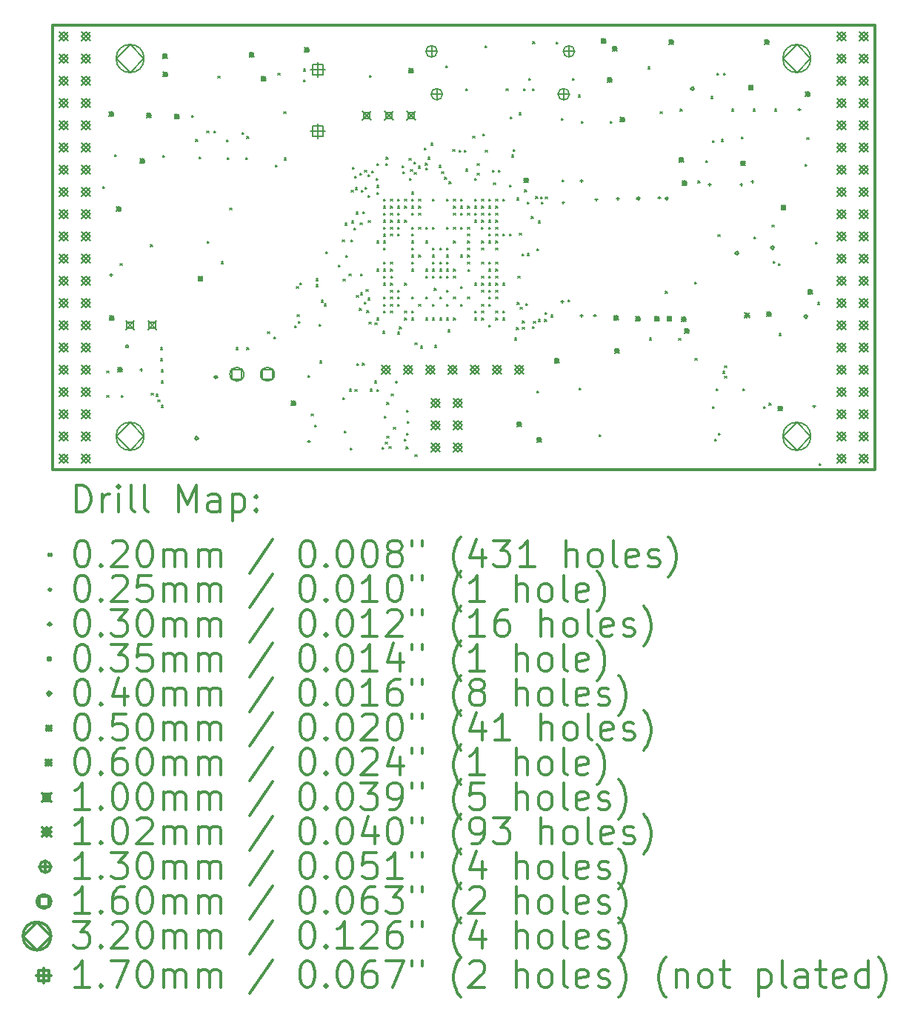
<source format=gbr>
%FSLAX45Y45*%
G04 Gerber Fmt 4.5, Leading zero omitted, Abs format (unit mm)*
G04 Created by KiCad (PCBNEW 5.0.0+dfsg1-1) date Fri Aug 10 13:31:30 2018*
%MOMM*%
%LPD*%
G01*
G04 APERTURE LIST*
%ADD10C,0.300000*%
%ADD11C,0.200000*%
G04 APERTURE END LIST*
D10*
X9410000Y-6142000D02*
X9410000Y-11222000D01*
X18808000Y-6142000D02*
X9410000Y-6142000D01*
X18808000Y-11222000D02*
X18808000Y-6142000D01*
X9410000Y-11222000D02*
X18808000Y-11222000D01*
D11*
X9990550Y-7986200D02*
X10010550Y-8006200D01*
X10010550Y-7986200D02*
X9990550Y-8006200D01*
X10035000Y-10094400D02*
X10055000Y-10114400D01*
X10055000Y-10094400D02*
X10035000Y-10114400D01*
X10035000Y-10373800D02*
X10055000Y-10393800D01*
X10055000Y-10373800D02*
X10035000Y-10393800D01*
X10125400Y-7619700D02*
X10145400Y-7639700D01*
X10145400Y-7619700D02*
X10125400Y-7639700D01*
X10187400Y-8868850D02*
X10207400Y-8888850D01*
X10207400Y-8868850D02*
X10187400Y-8888850D01*
X10200100Y-10373800D02*
X10220100Y-10393800D01*
X10220100Y-10373800D02*
X10200100Y-10393800D01*
X10535450Y-8649900D02*
X10555450Y-8669900D01*
X10555450Y-8649900D02*
X10535450Y-8669900D01*
X10543000Y-10348400D02*
X10563000Y-10368400D01*
X10563000Y-10348400D02*
X10543000Y-10368400D01*
X10595970Y-10361643D02*
X10615970Y-10381643D01*
X10615970Y-10361643D02*
X10595970Y-10381643D01*
X10619200Y-10424600D02*
X10639200Y-10444600D01*
X10639200Y-10424600D02*
X10619200Y-10444600D01*
X10650950Y-9827700D02*
X10670950Y-9847700D01*
X10670950Y-9827700D02*
X10650950Y-9847700D01*
X10650950Y-9954700D02*
X10670950Y-9974700D01*
X10670950Y-9954700D02*
X10650950Y-9974700D01*
X10657300Y-10081700D02*
X10677300Y-10101700D01*
X10677300Y-10081700D02*
X10657300Y-10101700D01*
X10657300Y-10208701D02*
X10677300Y-10228701D01*
X10677300Y-10208701D02*
X10657300Y-10228701D01*
X10657300Y-10488100D02*
X10677300Y-10508100D01*
X10677300Y-10488100D02*
X10657300Y-10508100D01*
X10671500Y-7632400D02*
X10691500Y-7652400D01*
X10691500Y-7632400D02*
X10671500Y-7652400D01*
X11001700Y-7175200D02*
X11021700Y-7195200D01*
X11021700Y-7175200D02*
X11001700Y-7195200D01*
X11049908Y-7448938D02*
X11069908Y-7468938D01*
X11069908Y-7448938D02*
X11049908Y-7468938D01*
X11090600Y-7645100D02*
X11110600Y-7665100D01*
X11110600Y-7645100D02*
X11090600Y-7665100D01*
X11178000Y-7350000D02*
X11198000Y-7370000D01*
X11198000Y-7350000D02*
X11178000Y-7370000D01*
X11179522Y-8615379D02*
X11199522Y-8635379D01*
X11199522Y-8615379D02*
X11179522Y-8635379D01*
X11258000Y-7350000D02*
X11278000Y-7370000D01*
X11278000Y-7350000D02*
X11258000Y-7370000D01*
X11305725Y-6724363D02*
X11325725Y-6744363D01*
X11325725Y-6724363D02*
X11305725Y-6744363D01*
X11344600Y-8845973D02*
X11364600Y-8865973D01*
X11364600Y-8845973D02*
X11344600Y-8865973D01*
X11400408Y-7451220D02*
X11420408Y-7471220D01*
X11420408Y-7451220D02*
X11400408Y-7471220D01*
X11408100Y-7657800D02*
X11428100Y-7677800D01*
X11428100Y-7657800D02*
X11408100Y-7677800D01*
X11441393Y-8230943D02*
X11461393Y-8250943D01*
X11461393Y-8230943D02*
X11441393Y-8250943D01*
X11514550Y-9827700D02*
X11534550Y-9847700D01*
X11534550Y-9827700D02*
X11514550Y-9847700D01*
X11578000Y-7370000D02*
X11598000Y-7390000D01*
X11598000Y-7370000D02*
X11578000Y-7390000D01*
X11624000Y-7657800D02*
X11644000Y-7677800D01*
X11644000Y-7657800D02*
X11624000Y-7677800D01*
X11633852Y-9827700D02*
X11653852Y-9847700D01*
X11653852Y-9827700D02*
X11633852Y-9847700D01*
X11635200Y-7414700D02*
X11655200Y-7434700D01*
X11655200Y-7414700D02*
X11635200Y-7434700D01*
X11870412Y-9644112D02*
X11890412Y-9664112D01*
X11890412Y-9644112D02*
X11870412Y-9664112D01*
X11941500Y-9702500D02*
X11961500Y-9722500D01*
X11961500Y-9702500D02*
X11941500Y-9722500D01*
X11959215Y-7739412D02*
X11979215Y-7759412D01*
X11979215Y-7739412D02*
X11959215Y-7759412D01*
X11990800Y-6690800D02*
X12010800Y-6710800D01*
X12010800Y-6690800D02*
X11990800Y-6710800D01*
X12056498Y-7133651D02*
X12076498Y-7153651D01*
X12076498Y-7133651D02*
X12056498Y-7153651D01*
X12063993Y-7659408D02*
X12083993Y-7679408D01*
X12083993Y-7659408D02*
X12063993Y-7679408D01*
X12182800Y-9575500D02*
X12202800Y-9595500D01*
X12202800Y-9575500D02*
X12182800Y-9595500D01*
X12201657Y-9128657D02*
X12221657Y-9148657D01*
X12221657Y-9128657D02*
X12201657Y-9148657D01*
X12210364Y-9448538D02*
X12230364Y-9468538D01*
X12230364Y-9448538D02*
X12210364Y-9468538D01*
X12220900Y-9524700D02*
X12240900Y-9544700D01*
X12240900Y-9524700D02*
X12220900Y-9544700D01*
X12242096Y-9088217D02*
X12262096Y-9108217D01*
X12262096Y-9088217D02*
X12242096Y-9108217D01*
X12282618Y-6643232D02*
X12302618Y-6663232D01*
X12302618Y-6643232D02*
X12282618Y-6663232D01*
X12284400Y-6768800D02*
X12304400Y-6788800D01*
X12304400Y-6768800D02*
X12284400Y-6788800D01*
X12332545Y-10146435D02*
X12352545Y-10166435D01*
X12352545Y-10146435D02*
X12332545Y-10166435D01*
X12370241Y-10586650D02*
X12390241Y-10606650D01*
X12390241Y-10586650D02*
X12370241Y-10606650D01*
X12410242Y-10710764D02*
X12430242Y-10730764D01*
X12430242Y-10710764D02*
X12410242Y-10730764D01*
X12423701Y-9107100D02*
X12443701Y-9127100D01*
X12443701Y-9107100D02*
X12423701Y-9127100D01*
X12423702Y-9038791D02*
X12443702Y-9058791D01*
X12443702Y-9038791D02*
X12423702Y-9058791D01*
X12460700Y-9561000D02*
X12480700Y-9581000D01*
X12480700Y-9561000D02*
X12460700Y-9581000D01*
X12467050Y-9980100D02*
X12487050Y-10000100D01*
X12487050Y-9980100D02*
X12467050Y-10000100D01*
X12486399Y-9285661D02*
X12506399Y-9305661D01*
X12506399Y-9285661D02*
X12486399Y-9305661D01*
X12519149Y-9329350D02*
X12539149Y-9349350D01*
X12539149Y-9329350D02*
X12519149Y-9349350D01*
X12538837Y-8731087D02*
X12558837Y-8751087D01*
X12558837Y-8731087D02*
X12538837Y-8751087D01*
X12682329Y-8882979D02*
X12702329Y-8902979D01*
X12702329Y-8882979D02*
X12682329Y-8902979D01*
X12727400Y-8595800D02*
X12747400Y-8615800D01*
X12747400Y-8595800D02*
X12727400Y-8615800D01*
X12731909Y-10397773D02*
X12751909Y-10417773D01*
X12751909Y-10397773D02*
X12731909Y-10417773D01*
X12733834Y-9045740D02*
X12753834Y-9065740D01*
X12753834Y-9045740D02*
X12733834Y-9065740D01*
X12748660Y-10777504D02*
X12768660Y-10797504D01*
X12768660Y-10777504D02*
X12748660Y-10797504D01*
X12759150Y-8405300D02*
X12779150Y-8425300D01*
X12779150Y-8405300D02*
X12759150Y-8425300D01*
X12764768Y-8776012D02*
X12784768Y-8796012D01*
X12784768Y-8776012D02*
X12764768Y-8796012D01*
X12803218Y-8983018D02*
X12823218Y-9003018D01*
X12823218Y-8983018D02*
X12803218Y-9003018D01*
X12808750Y-10300900D02*
X12828750Y-10320900D01*
X12828750Y-10300900D02*
X12808750Y-10320900D01*
X12815100Y-10974000D02*
X12835100Y-10994000D01*
X12835100Y-10974000D02*
X12815100Y-10994000D01*
X12824072Y-8596207D02*
X12844072Y-8616207D01*
X12844072Y-8596207D02*
X12824072Y-8616207D01*
X12829000Y-8030650D02*
X12849000Y-8050650D01*
X12849000Y-8030650D02*
X12829000Y-8050650D01*
X12835350Y-8379900D02*
X12855350Y-8399900D01*
X12855350Y-8379900D02*
X12835350Y-8399900D01*
X12841700Y-7765451D02*
X12861700Y-7785451D01*
X12861700Y-7765451D02*
X12841700Y-7785451D01*
X12860114Y-8462438D02*
X12880114Y-8482438D01*
X12880114Y-8462438D02*
X12860114Y-8482438D01*
X12867100Y-7865550D02*
X12887100Y-7885550D01*
X12887100Y-7865550D02*
X12867100Y-7885550D01*
X12870682Y-10308590D02*
X12890682Y-10328590D01*
X12890682Y-10308590D02*
X12870682Y-10328590D01*
X12873450Y-7998900D02*
X12893450Y-8018900D01*
X12893450Y-7998900D02*
X12873450Y-8018900D01*
X12886150Y-8278300D02*
X12906150Y-8298300D01*
X12906150Y-8278300D02*
X12886150Y-8298300D01*
X12886283Y-9229083D02*
X12906283Y-9249083D01*
X12906283Y-9229083D02*
X12886283Y-9249083D01*
X12890520Y-10007480D02*
X12910520Y-10027480D01*
X12910520Y-10007480D02*
X12890520Y-10027480D01*
X12921835Y-9377845D02*
X12941835Y-9397845D01*
X12941835Y-9377845D02*
X12921835Y-9397845D01*
X12924250Y-7833800D02*
X12944250Y-7853800D01*
X12944250Y-7833800D02*
X12924250Y-7853800D01*
X12930501Y-8400852D02*
X12950501Y-8420852D01*
X12950501Y-8400852D02*
X12930501Y-8420852D01*
X12934924Y-8983794D02*
X12954924Y-9003794D01*
X12954924Y-8983794D02*
X12934924Y-9003794D01*
X12935750Y-9202350D02*
X12955750Y-9222350D01*
X12955750Y-9202350D02*
X12935750Y-9222350D01*
X12940751Y-8030650D02*
X12960751Y-8050650D01*
X12960751Y-8030650D02*
X12940751Y-8050650D01*
X12956000Y-10005500D02*
X12976000Y-10025500D01*
X12976000Y-10005500D02*
X12956000Y-10025500D01*
X12962350Y-8273851D02*
X12982350Y-8293851D01*
X12982350Y-8273851D02*
X12962350Y-8293851D01*
X12976189Y-9308896D02*
X12996189Y-9328896D01*
X12996189Y-9308896D02*
X12976189Y-9328896D01*
X12981400Y-7802050D02*
X13001400Y-7822050D01*
X13001400Y-7802050D02*
X12981400Y-7822050D01*
X12984711Y-7994431D02*
X13004711Y-8014431D01*
X13004711Y-7994431D02*
X12984711Y-8014431D01*
X12999250Y-9164250D02*
X13019250Y-9184250D01*
X13019250Y-9164250D02*
X12999250Y-9184250D01*
X13007618Y-9405227D02*
X13027618Y-9425227D01*
X13027618Y-9405227D02*
X13007618Y-9425227D01*
X13018300Y-9259500D02*
X13038300Y-9279500D01*
X13038300Y-9259500D02*
X13018300Y-9279500D01*
X13018305Y-7852464D02*
X13038305Y-7872464D01*
X13038305Y-7852464D02*
X13018305Y-7872464D01*
X13019500Y-8087800D02*
X13039500Y-8107800D01*
X13039500Y-8087800D02*
X13019500Y-8107800D01*
X13023410Y-8375410D02*
X13043410Y-8395410D01*
X13043410Y-8375410D02*
X13023410Y-8395410D01*
X13030548Y-9536431D02*
X13050548Y-9556431D01*
X13050548Y-9536431D02*
X13030548Y-9556431D01*
X13033700Y-6718000D02*
X13053700Y-6738000D01*
X13053700Y-6718000D02*
X13033700Y-6738000D01*
X13043700Y-10300900D02*
X13063700Y-10320900D01*
X13063700Y-10300900D02*
X13043700Y-10320900D01*
X13063950Y-7808400D02*
X13083950Y-7828400D01*
X13083950Y-7808400D02*
X13063950Y-7828400D01*
X13093907Y-10208700D02*
X13113907Y-10228700D01*
X13113907Y-10208700D02*
X13093907Y-10228700D01*
X13098471Y-9546418D02*
X13118471Y-9566418D01*
X13118471Y-9546418D02*
X13098471Y-9566418D01*
X13114818Y-7892343D02*
X13134818Y-7912343D01*
X13134818Y-7892343D02*
X13114818Y-7912343D01*
X13118000Y-8052363D02*
X13138000Y-8072363D01*
X13138000Y-8052363D02*
X13118000Y-8072363D01*
X13118000Y-8610000D02*
X13138000Y-8630000D01*
X13138000Y-8610000D02*
X13118000Y-8630000D01*
X13118000Y-8930000D02*
X13138000Y-8950000D01*
X13138000Y-8930000D02*
X13118000Y-8950000D01*
X13118000Y-9490000D02*
X13138000Y-9510000D01*
X13138000Y-9490000D02*
X13118000Y-9510000D01*
X13118565Y-7722735D02*
X13138565Y-7742735D01*
X13138565Y-7722735D02*
X13118565Y-7742735D01*
X13119785Y-7972345D02*
X13139785Y-7992345D01*
X13139785Y-7972345D02*
X13119785Y-7992345D01*
X13119900Y-10307250D02*
X13139900Y-10327250D01*
X13139900Y-10307250D02*
X13119900Y-10327250D01*
X13178250Y-10964350D02*
X13198250Y-10984350D01*
X13198250Y-10964350D02*
X13178250Y-10984350D01*
X13189750Y-9640500D02*
X13209750Y-9660500D01*
X13209750Y-9640500D02*
X13189750Y-9660500D01*
X13197734Y-9090201D02*
X13217734Y-9110201D01*
X13217734Y-9090201D02*
X13197734Y-9110201D01*
X13198000Y-8130000D02*
X13218000Y-8150000D01*
X13218000Y-8130000D02*
X13198000Y-8150000D01*
X13198000Y-8210000D02*
X13218000Y-8230000D01*
X13218000Y-8210000D02*
X13198000Y-8230000D01*
X13198000Y-8290000D02*
X13218000Y-8310000D01*
X13218000Y-8290000D02*
X13198000Y-8310000D01*
X13198000Y-8370000D02*
X13218000Y-8390000D01*
X13218000Y-8370000D02*
X13198000Y-8390000D01*
X13198000Y-8450000D02*
X13218000Y-8470000D01*
X13218000Y-8450000D02*
X13198000Y-8470000D01*
X13198000Y-8531500D02*
X13218000Y-8551500D01*
X13218000Y-8531500D02*
X13198000Y-8551500D01*
X13198000Y-8610000D02*
X13218000Y-8630000D01*
X13218000Y-8610000D02*
X13198000Y-8630000D01*
X13198000Y-8690000D02*
X13218000Y-8710000D01*
X13218000Y-8690000D02*
X13198000Y-8710000D01*
X13198000Y-8850000D02*
X13218000Y-8870000D01*
X13218000Y-8850000D02*
X13198000Y-8870000D01*
X13198000Y-8930000D02*
X13218000Y-8950000D01*
X13218000Y-8930000D02*
X13198000Y-8950000D01*
X13198000Y-9010000D02*
X13218000Y-9030000D01*
X13218000Y-9010000D02*
X13198000Y-9030000D01*
X13198000Y-9250000D02*
X13218000Y-9270000D01*
X13218000Y-9250000D02*
X13198000Y-9270000D01*
X13198000Y-9330000D02*
X13218000Y-9350000D01*
X13218000Y-9330000D02*
X13198000Y-9350000D01*
X13198000Y-9410000D02*
X13218000Y-9430000D01*
X13218000Y-9410000D02*
X13198000Y-9430000D01*
X13206286Y-10608587D02*
X13226286Y-10628587D01*
X13226286Y-10608587D02*
X13206286Y-10628587D01*
X13217511Y-10908296D02*
X13237511Y-10928296D01*
X13237511Y-10908296D02*
X13217511Y-10928296D01*
X13220903Y-7724256D02*
X13240903Y-7744256D01*
X13240903Y-7724256D02*
X13220903Y-7744256D01*
X13227850Y-7652950D02*
X13247850Y-7672950D01*
X13247850Y-7652950D02*
X13227850Y-7672950D01*
X13234200Y-10453300D02*
X13254200Y-10473300D01*
X13254200Y-10453300D02*
X13234200Y-10473300D01*
X13234200Y-10840650D02*
X13254200Y-10860650D01*
X13254200Y-10840650D02*
X13234200Y-10860650D01*
X13260800Y-10958000D02*
X13280800Y-10978000D01*
X13280800Y-10958000D02*
X13260800Y-10978000D01*
X13278000Y-8130000D02*
X13298000Y-8150000D01*
X13298000Y-8130000D02*
X13278000Y-8150000D01*
X13278000Y-8210000D02*
X13298000Y-8230000D01*
X13298000Y-8210000D02*
X13278000Y-8230000D01*
X13278000Y-8290000D02*
X13298000Y-8310000D01*
X13298000Y-8290000D02*
X13278000Y-8310000D01*
X13278000Y-8370000D02*
X13298000Y-8390000D01*
X13298000Y-8370000D02*
X13278000Y-8390000D01*
X13278000Y-8450000D02*
X13298000Y-8470000D01*
X13298000Y-8450000D02*
X13278000Y-8470000D01*
X13278000Y-8530000D02*
X13298000Y-8550000D01*
X13298000Y-8530000D02*
X13278000Y-8550000D01*
X13278000Y-8850000D02*
X13298000Y-8870000D01*
X13298000Y-8850000D02*
X13278000Y-8870000D01*
X13278000Y-8930000D02*
X13298000Y-8950000D01*
X13298000Y-8930000D02*
X13278000Y-8950000D01*
X13278000Y-9090000D02*
X13298000Y-9110000D01*
X13298000Y-9090000D02*
X13278000Y-9110000D01*
X13278000Y-9170000D02*
X13298000Y-9190000D01*
X13298000Y-9170000D02*
X13278000Y-9190000D01*
X13278000Y-9250000D02*
X13298000Y-9270000D01*
X13298000Y-9250000D02*
X13278000Y-9270000D01*
X13278000Y-9330000D02*
X13298000Y-9350000D01*
X13298000Y-9330000D02*
X13278000Y-9350000D01*
X13278000Y-9410000D02*
X13298000Y-9430000D01*
X13298000Y-9410000D02*
X13278000Y-9430000D01*
X13280000Y-9008000D02*
X13300000Y-9028000D01*
X13300000Y-9008000D02*
X13280000Y-9028000D01*
X13285000Y-10358050D02*
X13305000Y-10378050D01*
X13305000Y-10358050D02*
X13285000Y-10378050D01*
X13311600Y-10736500D02*
X13331600Y-10756500D01*
X13331600Y-10736500D02*
X13311600Y-10756500D01*
X13358000Y-8130000D02*
X13378000Y-8150000D01*
X13378000Y-8130000D02*
X13358000Y-8150000D01*
X13358000Y-8210000D02*
X13378000Y-8230000D01*
X13378000Y-8210000D02*
X13358000Y-8230000D01*
X13358000Y-8290000D02*
X13378000Y-8310000D01*
X13378000Y-8290000D02*
X13358000Y-8310000D01*
X13358000Y-8370000D02*
X13378000Y-8390000D01*
X13378000Y-8370000D02*
X13358000Y-8390000D01*
X13358000Y-8450000D02*
X13378000Y-8470000D01*
X13378000Y-8450000D02*
X13358000Y-8470000D01*
X13358000Y-8530000D02*
X13378000Y-8550000D01*
X13378000Y-8530000D02*
X13358000Y-8550000D01*
X13358000Y-9170000D02*
X13378000Y-9190000D01*
X13378000Y-9170000D02*
X13358000Y-9190000D01*
X13358000Y-9250000D02*
X13378000Y-9270000D01*
X13378000Y-9250000D02*
X13358000Y-9270000D01*
X13358000Y-9330000D02*
X13378000Y-9350000D01*
X13378000Y-9330000D02*
X13358000Y-9350000D01*
X13358000Y-9650000D02*
X13378000Y-9670000D01*
X13378000Y-9650000D02*
X13358000Y-9670000D01*
X13378000Y-9590000D02*
X13398000Y-9610000D01*
X13398000Y-9590000D02*
X13378000Y-9610000D01*
X13411163Y-7748395D02*
X13431163Y-7768395D01*
X13431163Y-7748395D02*
X13411163Y-7768395D01*
X13415020Y-7815418D02*
X13435020Y-7835418D01*
X13435020Y-7815418D02*
X13415020Y-7835418D01*
X13436400Y-10874197D02*
X13456400Y-10894197D01*
X13456400Y-10874197D02*
X13436400Y-10894197D01*
X13438000Y-8130000D02*
X13458000Y-8150000D01*
X13458000Y-8130000D02*
X13438000Y-8150000D01*
X13438000Y-8210000D02*
X13458000Y-8230000D01*
X13458000Y-8210000D02*
X13438000Y-8230000D01*
X13438000Y-8370000D02*
X13458000Y-8390000D01*
X13458000Y-8370000D02*
X13438000Y-8390000D01*
X13438000Y-9090000D02*
X13458000Y-9110000D01*
X13458000Y-9090000D02*
X13438000Y-9110000D01*
X13438000Y-9410000D02*
X13458000Y-9430000D01*
X13458000Y-9410000D02*
X13438000Y-9430000D01*
X13438000Y-9490000D02*
X13458000Y-9510000D01*
X13458000Y-9490000D02*
X13438000Y-9510000D01*
X13453687Y-10961995D02*
X13473687Y-10981995D01*
X13473687Y-10961995D02*
X13453687Y-10981995D01*
X13457587Y-10803159D02*
X13477587Y-10823159D01*
X13477587Y-10803159D02*
X13457587Y-10823159D01*
X13460735Y-10540845D02*
X13480735Y-10560845D01*
X13480735Y-10540845D02*
X13460735Y-10560845D01*
X13465065Y-10671051D02*
X13485065Y-10691051D01*
X13485065Y-10671051D02*
X13465065Y-10691051D01*
X13489399Y-7662350D02*
X13509399Y-7682350D01*
X13509399Y-7662350D02*
X13489399Y-7682350D01*
X13492132Y-7892495D02*
X13512132Y-7912495D01*
X13512132Y-7892495D02*
X13492132Y-7912495D01*
X13507250Y-7792650D02*
X13527250Y-7812650D01*
X13527250Y-7792650D02*
X13507250Y-7812650D01*
X13518000Y-8050000D02*
X13538000Y-8070000D01*
X13538000Y-8050000D02*
X13518000Y-8070000D01*
X13518000Y-8130000D02*
X13538000Y-8150000D01*
X13538000Y-8130000D02*
X13518000Y-8150000D01*
X13518000Y-8210000D02*
X13538000Y-8230000D01*
X13538000Y-8210000D02*
X13518000Y-8230000D01*
X13518000Y-8290000D02*
X13538000Y-8310000D01*
X13538000Y-8290000D02*
X13518000Y-8310000D01*
X13518000Y-8450000D02*
X13538000Y-8470000D01*
X13538000Y-8450000D02*
X13518000Y-8470000D01*
X13518000Y-8530000D02*
X13538000Y-8550000D01*
X13538000Y-8530000D02*
X13518000Y-8550000D01*
X13518000Y-8610000D02*
X13538000Y-8630000D01*
X13538000Y-8610000D02*
X13518000Y-8630000D01*
X13518000Y-8690000D02*
X13538000Y-8710000D01*
X13538000Y-8690000D02*
X13518000Y-8710000D01*
X13518000Y-8770000D02*
X13538000Y-8790000D01*
X13538000Y-8770000D02*
X13518000Y-8790000D01*
X13518000Y-8850000D02*
X13538000Y-8870000D01*
X13538000Y-8850000D02*
X13518000Y-8870000D01*
X13518000Y-8930000D02*
X13538000Y-8950000D01*
X13538000Y-8930000D02*
X13518000Y-8950000D01*
X13518000Y-9250000D02*
X13538000Y-9270000D01*
X13538000Y-9250000D02*
X13518000Y-9270000D01*
X13518000Y-9410000D02*
X13538000Y-9430000D01*
X13538000Y-9410000D02*
X13518000Y-9430000D01*
X13518000Y-9490000D02*
X13538000Y-9510000D01*
X13538000Y-9490000D02*
X13518000Y-9510000D01*
X13546550Y-7706800D02*
X13566550Y-7726800D01*
X13566550Y-7706800D02*
X13546550Y-7726800D01*
X13549150Y-7827659D02*
X13569150Y-7847659D01*
X13569150Y-7827659D02*
X13549150Y-7847659D01*
X13555656Y-11051071D02*
X13575656Y-11071071D01*
X13575656Y-11051071D02*
X13555656Y-11071071D01*
X13558000Y-9770000D02*
X13578000Y-9790000D01*
X13578000Y-9770000D02*
X13558000Y-9790000D01*
X13594882Y-7754550D02*
X13614882Y-7774550D01*
X13614882Y-7754550D02*
X13594882Y-7774550D01*
X13598000Y-8130000D02*
X13618000Y-8150000D01*
X13618000Y-8130000D02*
X13598000Y-8150000D01*
X13598000Y-8210000D02*
X13618000Y-8230000D01*
X13618000Y-8210000D02*
X13598000Y-8230000D01*
X13598000Y-8290000D02*
X13618000Y-8310000D01*
X13618000Y-8290000D02*
X13598000Y-8310000D01*
X13598000Y-8450000D02*
X13618000Y-8470000D01*
X13618000Y-8450000D02*
X13598000Y-8470000D01*
X13598000Y-8770000D02*
X13618000Y-8790000D01*
X13618000Y-8770000D02*
X13598000Y-8790000D01*
X13598000Y-9330000D02*
X13618000Y-9350000D01*
X13618000Y-9330000D02*
X13598000Y-9350000D01*
X13618000Y-9810000D02*
X13638000Y-9830000D01*
X13638000Y-9810000D02*
X13618000Y-9830000D01*
X13664259Y-7547941D02*
X13684259Y-7567941D01*
X13684259Y-7547941D02*
X13664259Y-7567941D01*
X13676320Y-7718760D02*
X13696320Y-7738760D01*
X13696320Y-7718760D02*
X13676320Y-7738760D01*
X13678000Y-8450000D02*
X13698000Y-8470000D01*
X13698000Y-8450000D02*
X13678000Y-8470000D01*
X13678000Y-8610000D02*
X13698000Y-8630000D01*
X13698000Y-8610000D02*
X13678000Y-8630000D01*
X13678000Y-8930000D02*
X13698000Y-8950000D01*
X13698000Y-8930000D02*
X13678000Y-8950000D01*
X13678000Y-9010000D02*
X13698000Y-9030000D01*
X13698000Y-9010000D02*
X13678000Y-9030000D01*
X13678000Y-9250000D02*
X13698000Y-9270000D01*
X13698000Y-9250000D02*
X13678000Y-9270000D01*
X13678000Y-9490000D02*
X13698000Y-9510000D01*
X13698000Y-9490000D02*
X13678000Y-9510000D01*
X13679461Y-7776107D02*
X13699461Y-7796107D01*
X13699461Y-7776107D02*
X13679461Y-7796107D01*
X13707437Y-7652487D02*
X13727437Y-7672487D01*
X13727437Y-7652487D02*
X13707437Y-7672487D01*
X13738000Y-7490000D02*
X13758000Y-7510000D01*
X13758000Y-7490000D02*
X13738000Y-7510000D01*
X13758000Y-8130000D02*
X13778000Y-8150000D01*
X13778000Y-8130000D02*
X13758000Y-8150000D01*
X13758000Y-8450000D02*
X13778000Y-8470000D01*
X13778000Y-8450000D02*
X13758000Y-8470000D01*
X13758000Y-8690000D02*
X13778000Y-8710000D01*
X13778000Y-8690000D02*
X13758000Y-8710000D01*
X13758000Y-8770000D02*
X13778000Y-8790000D01*
X13778000Y-8770000D02*
X13758000Y-8790000D01*
X13758000Y-8850000D02*
X13778000Y-8870000D01*
X13778000Y-8850000D02*
X13758000Y-8870000D01*
X13758000Y-8930000D02*
X13778000Y-8950000D01*
X13778000Y-8930000D02*
X13758000Y-8950000D01*
X13758000Y-9010000D02*
X13778000Y-9030000D01*
X13778000Y-9010000D02*
X13758000Y-9030000D01*
X13758000Y-9330000D02*
X13778000Y-9350000D01*
X13778000Y-9330000D02*
X13758000Y-9350000D01*
X13758000Y-9490000D02*
X13778000Y-9510000D01*
X13778000Y-9490000D02*
X13758000Y-9510000D01*
X13778000Y-9150000D02*
X13798000Y-9170000D01*
X13798000Y-9150000D02*
X13778000Y-9170000D01*
X13781499Y-9802300D02*
X13801499Y-9822300D01*
X13801499Y-9802300D02*
X13781499Y-9822300D01*
X13830592Y-7745154D02*
X13850592Y-7765154D01*
X13850592Y-7745154D02*
X13830592Y-7765154D01*
X13838000Y-8690000D02*
X13858000Y-8710000D01*
X13858000Y-8690000D02*
X13838000Y-8710000D01*
X13838000Y-8850000D02*
X13858000Y-8870000D01*
X13858000Y-8850000D02*
X13838000Y-8870000D01*
X13838000Y-8930000D02*
X13858000Y-8950000D01*
X13858000Y-8930000D02*
X13838000Y-8950000D01*
X13838000Y-9010000D02*
X13858000Y-9030000D01*
X13858000Y-9010000D02*
X13838000Y-9030000D01*
X13838000Y-9250000D02*
X13858000Y-9270000D01*
X13858000Y-9250000D02*
X13838000Y-9270000D01*
X13838000Y-9490000D02*
X13858000Y-9510000D01*
X13858000Y-9490000D02*
X13838000Y-9510000D01*
X13862850Y-7818050D02*
X13882850Y-7838050D01*
X13882850Y-7818050D02*
X13862850Y-7838050D01*
X13894600Y-7881550D02*
X13914600Y-7901550D01*
X13914600Y-7881550D02*
X13894600Y-7901550D01*
X13910000Y-6603700D02*
X13930000Y-6623700D01*
X13930000Y-6603700D02*
X13910000Y-6623700D01*
X13918000Y-8130000D02*
X13938000Y-8150000D01*
X13938000Y-8130000D02*
X13918000Y-8150000D01*
X13918000Y-8450000D02*
X13938000Y-8470000D01*
X13938000Y-8450000D02*
X13918000Y-8470000D01*
X13918000Y-8690000D02*
X13938000Y-8710000D01*
X13938000Y-8690000D02*
X13918000Y-8710000D01*
X13918000Y-8770000D02*
X13938000Y-8790000D01*
X13938000Y-8770000D02*
X13918000Y-8790000D01*
X13918000Y-8850000D02*
X13938000Y-8870000D01*
X13938000Y-8850000D02*
X13918000Y-8870000D01*
X13918000Y-8930000D02*
X13938000Y-8950000D01*
X13938000Y-8930000D02*
X13918000Y-8950000D01*
X13918000Y-9010000D02*
X13938000Y-9030000D01*
X13938000Y-9010000D02*
X13918000Y-9030000D01*
X13918000Y-9170000D02*
X13938000Y-9190000D01*
X13938000Y-9170000D02*
X13918000Y-9190000D01*
X13918000Y-9330000D02*
X13938000Y-9350000D01*
X13938000Y-9330000D02*
X13918000Y-9350000D01*
X13918000Y-9490000D02*
X13938000Y-9510000D01*
X13938000Y-9490000D02*
X13918000Y-9510000D01*
X13933900Y-9624500D02*
X13953900Y-9644500D01*
X13953900Y-9624500D02*
X13933900Y-9644500D01*
X13945400Y-7932350D02*
X13965400Y-7952350D01*
X13965400Y-7932350D02*
X13945400Y-7952350D01*
X13989352Y-7565171D02*
X14009352Y-7585171D01*
X14009352Y-7565171D02*
X13989352Y-7585171D01*
X13996000Y-8292000D02*
X14016000Y-8312000D01*
X14016000Y-8292000D02*
X13996000Y-8312000D01*
X13998000Y-8130000D02*
X14018000Y-8150000D01*
X14018000Y-8130000D02*
X13998000Y-8150000D01*
X13998000Y-8210000D02*
X14018000Y-8230000D01*
X14018000Y-8210000D02*
X13998000Y-8230000D01*
X13998000Y-8450000D02*
X14018000Y-8470000D01*
X14018000Y-8450000D02*
X13998000Y-8470000D01*
X13998000Y-8610000D02*
X14018000Y-8630000D01*
X14018000Y-8610000D02*
X13998000Y-8630000D01*
X13998000Y-8930000D02*
X14018000Y-8950000D01*
X14018000Y-8930000D02*
X13998000Y-8950000D01*
X13998000Y-9010000D02*
X14018000Y-9030000D01*
X14018000Y-9010000D02*
X13998000Y-9030000D01*
X13998000Y-9250000D02*
X14018000Y-9270000D01*
X14018000Y-9250000D02*
X13998000Y-9270000D01*
X13998000Y-9490000D02*
X14018000Y-9510000D01*
X14018000Y-9490000D02*
X13998000Y-9510000D01*
X14058000Y-7570000D02*
X14078000Y-7590000D01*
X14078000Y-7570000D02*
X14058000Y-7590000D01*
X14078000Y-8130000D02*
X14098000Y-8150000D01*
X14098000Y-8130000D02*
X14078000Y-8150000D01*
X14078000Y-8210000D02*
X14098000Y-8230000D01*
X14098000Y-8210000D02*
X14078000Y-8230000D01*
X14078000Y-8290000D02*
X14098000Y-8310000D01*
X14098000Y-8290000D02*
X14078000Y-8310000D01*
X14078000Y-8450000D02*
X14098000Y-8470000D01*
X14098000Y-8450000D02*
X14078000Y-8470000D01*
X14078000Y-8770000D02*
X14098000Y-8790000D01*
X14098000Y-8770000D02*
X14078000Y-8790000D01*
X14078000Y-9130000D02*
X14098000Y-9150000D01*
X14098000Y-9130000D02*
X14078000Y-9150000D01*
X14078000Y-9330000D02*
X14098000Y-9350000D01*
X14098000Y-9330000D02*
X14078000Y-9350000D01*
X14118000Y-7570000D02*
X14138000Y-7590000D01*
X14138000Y-7570000D02*
X14118000Y-7590000D01*
X14135900Y-7786300D02*
X14155900Y-7806300D01*
X14155900Y-7786300D02*
X14135900Y-7806300D01*
X14138000Y-6870000D02*
X14158000Y-6890000D01*
X14158000Y-6870000D02*
X14138000Y-6890000D01*
X14158000Y-8210000D02*
X14178000Y-8230000D01*
X14178000Y-8210000D02*
X14158000Y-8230000D01*
X14158000Y-8290000D02*
X14178000Y-8310000D01*
X14178000Y-8290000D02*
X14158000Y-8310000D01*
X14158000Y-8450000D02*
X14178000Y-8470000D01*
X14178000Y-8450000D02*
X14158000Y-8470000D01*
X14158000Y-8530000D02*
X14178000Y-8550000D01*
X14178000Y-8530000D02*
X14158000Y-8550000D01*
X14158000Y-8610000D02*
X14178000Y-8630000D01*
X14178000Y-8610000D02*
X14158000Y-8630000D01*
X14158000Y-8690000D02*
X14178000Y-8710000D01*
X14178000Y-8690000D02*
X14158000Y-8710000D01*
X14158000Y-8770000D02*
X14178000Y-8790000D01*
X14178000Y-8770000D02*
X14158000Y-8790000D01*
X14158000Y-8850000D02*
X14178000Y-8870000D01*
X14178000Y-8850000D02*
X14158000Y-8870000D01*
X14158000Y-9250000D02*
X14178000Y-9270000D01*
X14178000Y-9250000D02*
X14158000Y-9270000D01*
X14160000Y-8932000D02*
X14180000Y-8952000D01*
X14180000Y-8932000D02*
X14160000Y-8952000D01*
X14218000Y-7410000D02*
X14238000Y-7430000D01*
X14238000Y-7410000D02*
X14218000Y-7430000D01*
X14236000Y-8292000D02*
X14256000Y-8312000D01*
X14256000Y-8292000D02*
X14236000Y-8312000D01*
X14236377Y-7893109D02*
X14256377Y-7913109D01*
X14256377Y-7893109D02*
X14236377Y-7913109D01*
X14238000Y-8130000D02*
X14258000Y-8150000D01*
X14258000Y-8130000D02*
X14238000Y-8150000D01*
X14238000Y-8210000D02*
X14258000Y-8230000D01*
X14258000Y-8210000D02*
X14238000Y-8230000D01*
X14238000Y-8370000D02*
X14258000Y-8390000D01*
X14258000Y-8370000D02*
X14238000Y-8390000D01*
X14238000Y-9090000D02*
X14258000Y-9110000D01*
X14258000Y-9090000D02*
X14238000Y-9110000D01*
X14238000Y-9410000D02*
X14258000Y-9430000D01*
X14258000Y-9410000D02*
X14238000Y-9430000D01*
X14238000Y-9490000D02*
X14258000Y-9510000D01*
X14258000Y-9490000D02*
X14238000Y-9510000D01*
X14267329Y-7833800D02*
X14287329Y-7853800D01*
X14287329Y-7833800D02*
X14267329Y-7853800D01*
X14268583Y-7723660D02*
X14288583Y-7743660D01*
X14288583Y-7723660D02*
X14268583Y-7743660D01*
X14316000Y-8452000D02*
X14336000Y-8472000D01*
X14336000Y-8452000D02*
X14316000Y-8472000D01*
X14318000Y-8130000D02*
X14338000Y-8150000D01*
X14338000Y-8130000D02*
X14318000Y-8150000D01*
X14318000Y-8210000D02*
X14338000Y-8230000D01*
X14338000Y-8210000D02*
X14318000Y-8230000D01*
X14318000Y-8290000D02*
X14338000Y-8310000D01*
X14338000Y-8290000D02*
X14318000Y-8310000D01*
X14318000Y-8370000D02*
X14338000Y-8390000D01*
X14338000Y-8370000D02*
X14318000Y-8390000D01*
X14318000Y-8610000D02*
X14338000Y-8630000D01*
X14338000Y-8610000D02*
X14318000Y-8630000D01*
X14318000Y-8690000D02*
X14338000Y-8710000D01*
X14338000Y-8690000D02*
X14318000Y-8710000D01*
X14318000Y-8850000D02*
X14338000Y-8870000D01*
X14338000Y-8850000D02*
X14318000Y-8870000D01*
X14318000Y-9010000D02*
X14338000Y-9030000D01*
X14338000Y-9010000D02*
X14318000Y-9030000D01*
X14318000Y-9090000D02*
X14338000Y-9110000D01*
X14338000Y-9090000D02*
X14318000Y-9110000D01*
X14318000Y-9170000D02*
X14338000Y-9190000D01*
X14338000Y-9170000D02*
X14318000Y-9190000D01*
X14318000Y-9330000D02*
X14338000Y-9350000D01*
X14338000Y-9330000D02*
X14318000Y-9350000D01*
X14318000Y-9410000D02*
X14338000Y-9430000D01*
X14338000Y-9410000D02*
X14318000Y-9430000D01*
X14318000Y-9490000D02*
X14338000Y-9510000D01*
X14338000Y-9490000D02*
X14318000Y-9510000D01*
X14331863Y-7387513D02*
X14351863Y-7407513D01*
X14351863Y-7387513D02*
X14331863Y-7407513D01*
X14355067Y-6376252D02*
X14375067Y-6396252D01*
X14375067Y-6376252D02*
X14355067Y-6396252D01*
X14360888Y-7571730D02*
X14380888Y-7591730D01*
X14380888Y-7571730D02*
X14360888Y-7591730D01*
X14398000Y-9570000D02*
X14418000Y-9590000D01*
X14418000Y-9570000D02*
X14398000Y-9590000D01*
X14398000Y-8130000D02*
X14418000Y-8150000D01*
X14418000Y-8130000D02*
X14398000Y-8150000D01*
X14398000Y-8210000D02*
X14418000Y-8230000D01*
X14418000Y-8210000D02*
X14398000Y-8230000D01*
X14398000Y-8290000D02*
X14418000Y-8310000D01*
X14418000Y-8290000D02*
X14398000Y-8310000D01*
X14398000Y-8370000D02*
X14418000Y-8390000D01*
X14418000Y-8370000D02*
X14398000Y-8390000D01*
X14398000Y-8450000D02*
X14418000Y-8470000D01*
X14418000Y-8450000D02*
X14398000Y-8470000D01*
X14398000Y-8530000D02*
X14418000Y-8550000D01*
X14418000Y-8530000D02*
X14398000Y-8550000D01*
X14398000Y-8610000D02*
X14418000Y-8630000D01*
X14418000Y-8610000D02*
X14398000Y-8630000D01*
X14398000Y-8850000D02*
X14418000Y-8870000D01*
X14418000Y-8850000D02*
X14398000Y-8870000D01*
X14398000Y-8930000D02*
X14418000Y-8950000D01*
X14418000Y-8930000D02*
X14398000Y-8950000D01*
X14398000Y-9010000D02*
X14418000Y-9030000D01*
X14418000Y-9010000D02*
X14398000Y-9030000D01*
X14398000Y-9090000D02*
X14418000Y-9110000D01*
X14418000Y-9090000D02*
X14398000Y-9110000D01*
X14398000Y-9170000D02*
X14418000Y-9190000D01*
X14418000Y-9170000D02*
X14398000Y-9190000D01*
X14398000Y-9250000D02*
X14418000Y-9270000D01*
X14418000Y-9250000D02*
X14398000Y-9270000D01*
X14398000Y-9330000D02*
X14418000Y-9350000D01*
X14418000Y-9330000D02*
X14398000Y-9350000D01*
X14441900Y-7802050D02*
X14461900Y-7822050D01*
X14461900Y-7802050D02*
X14441900Y-7822050D01*
X14453400Y-7942279D02*
X14473400Y-7962279D01*
X14473400Y-7942279D02*
X14453400Y-7962279D01*
X14478000Y-8130000D02*
X14498000Y-8150000D01*
X14498000Y-8130000D02*
X14478000Y-8150000D01*
X14478000Y-8210000D02*
X14498000Y-8230000D01*
X14498000Y-8210000D02*
X14478000Y-8230000D01*
X14478000Y-8290000D02*
X14498000Y-8310000D01*
X14498000Y-8290000D02*
X14478000Y-8310000D01*
X14478000Y-8370000D02*
X14498000Y-8390000D01*
X14498000Y-8370000D02*
X14478000Y-8390000D01*
X14478000Y-8450000D02*
X14498000Y-8470000D01*
X14498000Y-8450000D02*
X14478000Y-8470000D01*
X14478000Y-8530000D02*
X14498000Y-8550000D01*
X14498000Y-8530000D02*
X14478000Y-8550000D01*
X14478000Y-8610000D02*
X14498000Y-8630000D01*
X14498000Y-8610000D02*
X14478000Y-8630000D01*
X14478000Y-8690000D02*
X14498000Y-8710000D01*
X14498000Y-8690000D02*
X14478000Y-8710000D01*
X14478000Y-8850000D02*
X14498000Y-8870000D01*
X14498000Y-8850000D02*
X14478000Y-8870000D01*
X14478000Y-8930000D02*
X14498000Y-8950000D01*
X14498000Y-8930000D02*
X14478000Y-8950000D01*
X14478000Y-9010000D02*
X14498000Y-9030000D01*
X14498000Y-9010000D02*
X14478000Y-9030000D01*
X14478000Y-9090000D02*
X14498000Y-9110000D01*
X14498000Y-9090000D02*
X14478000Y-9110000D01*
X14478000Y-9170000D02*
X14498000Y-9190000D01*
X14498000Y-9170000D02*
X14478000Y-9190000D01*
X14478000Y-9250000D02*
X14498000Y-9270000D01*
X14498000Y-9250000D02*
X14478000Y-9270000D01*
X14478000Y-9410000D02*
X14498000Y-9430000D01*
X14498000Y-9410000D02*
X14478000Y-9430000D01*
X14478000Y-9490000D02*
X14498000Y-9510000D01*
X14498000Y-9490000D02*
X14478000Y-9510000D01*
X14511750Y-7802050D02*
X14531750Y-7822050D01*
X14531750Y-7802050D02*
X14511750Y-7822050D01*
X14558000Y-8130000D02*
X14578000Y-8150000D01*
X14578000Y-8130000D02*
X14558000Y-8150000D01*
X14558000Y-8530000D02*
X14578000Y-8550000D01*
X14578000Y-8530000D02*
X14558000Y-8550000D01*
X14558000Y-9090000D02*
X14578000Y-9110000D01*
X14578000Y-9090000D02*
X14558000Y-9110000D01*
X14558000Y-9410000D02*
X14578000Y-9430000D01*
X14578000Y-9410000D02*
X14558000Y-9430000D01*
X14558000Y-9490000D02*
X14578000Y-9510000D01*
X14578000Y-9490000D02*
X14558000Y-9510000D01*
X14598000Y-6870000D02*
X14618000Y-6890000D01*
X14618000Y-6870000D02*
X14598000Y-6890000D01*
X14638000Y-8530000D02*
X14658000Y-8550000D01*
X14658000Y-8530000D02*
X14638000Y-8550000D01*
X14638141Y-7971938D02*
X14658141Y-7991938D01*
X14658141Y-7971938D02*
X14638141Y-7991938D01*
X14646600Y-7187799D02*
X14666600Y-7207799D01*
X14666600Y-7187799D02*
X14646600Y-7207799D01*
X14660029Y-7625502D02*
X14680029Y-7645502D01*
X14680029Y-7625502D02*
X14660029Y-7645502D01*
X14676850Y-7560750D02*
X14696850Y-7580750D01*
X14696850Y-7560750D02*
X14676850Y-7580750D01*
X14694701Y-9716700D02*
X14714701Y-9736700D01*
X14714701Y-9716700D02*
X14694701Y-9736700D01*
X14718001Y-9600483D02*
X14738001Y-9620483D01*
X14738001Y-9600483D02*
X14718001Y-9620483D01*
X14720100Y-8116500D02*
X14740100Y-8136500D01*
X14740100Y-8116500D02*
X14720100Y-8136500D01*
X14724389Y-9311713D02*
X14744389Y-9331713D01*
X14744389Y-9311713D02*
X14724389Y-9331713D01*
X14733095Y-9013302D02*
X14753095Y-9033302D01*
X14753095Y-9013302D02*
X14733095Y-9033302D01*
X14748200Y-7143450D02*
X14768200Y-7163450D01*
X14768200Y-7143450D02*
X14748200Y-7163450D01*
X14751215Y-8517186D02*
X14771215Y-8537186D01*
X14771215Y-8517186D02*
X14751215Y-8537186D01*
X14760000Y-9366849D02*
X14780000Y-9386849D01*
X14780000Y-9366849D02*
X14760000Y-9386849D01*
X14781079Y-8758342D02*
X14801079Y-8778342D01*
X14801079Y-8758342D02*
X14781079Y-8778342D01*
X14782886Y-9523902D02*
X14802886Y-9543902D01*
X14802886Y-9523902D02*
X14782886Y-9543902D01*
X14784560Y-9593721D02*
X14804560Y-9613721D01*
X14804560Y-9593721D02*
X14784560Y-9613721D01*
X14795949Y-6870000D02*
X14815949Y-6890000D01*
X14815949Y-6870000D02*
X14795949Y-6890000D01*
X14810200Y-8024300D02*
X14830200Y-8044300D01*
X14830200Y-8024300D02*
X14810200Y-8044300D01*
X14824901Y-9322231D02*
X14844901Y-9342231D01*
X14844901Y-9322231D02*
X14824901Y-9342231D01*
X14838354Y-8752346D02*
X14858354Y-8772346D01*
X14858354Y-8752346D02*
X14838354Y-8772346D01*
X14841950Y-8164000D02*
X14861950Y-8184000D01*
X14861950Y-8164000D02*
X14841950Y-8184000D01*
X14858001Y-6750000D02*
X14878001Y-6770000D01*
X14878001Y-6750000D02*
X14858001Y-6770000D01*
X14886400Y-8329101D02*
X14906400Y-8349101D01*
X14906400Y-8329101D02*
X14886400Y-8349101D01*
X14898000Y-6870000D02*
X14918000Y-6890000D01*
X14918000Y-6870000D02*
X14898000Y-6890000D01*
X14899100Y-9586400D02*
X14919100Y-9606400D01*
X14919100Y-9586400D02*
X14899100Y-9606400D01*
X14903412Y-6332405D02*
X14923412Y-6352405D01*
X14923412Y-6332405D02*
X14903412Y-6352405D01*
X14910600Y-9526200D02*
X14930600Y-9546200D01*
X14930600Y-9526200D02*
X14910600Y-9546200D01*
X14937199Y-8100500D02*
X14957199Y-8120500D01*
X14957199Y-8100500D02*
X14937199Y-8120500D01*
X14947550Y-8699301D02*
X14967550Y-8719301D01*
X14967550Y-8699301D02*
X14947550Y-8719301D01*
X14947728Y-10322085D02*
X14967728Y-10342085D01*
X14967728Y-10322085D02*
X14947728Y-10342085D01*
X14966401Y-8381402D02*
X14986401Y-8401402D01*
X14986401Y-8381402D02*
X14966401Y-8401402D01*
X14967749Y-9507150D02*
X14987749Y-9527150D01*
X14987749Y-9507150D02*
X14967749Y-9527150D01*
X14991381Y-8107272D02*
X15011381Y-8127272D01*
X15011381Y-8107272D02*
X14991381Y-8127272D01*
X15000700Y-8164000D02*
X15020700Y-8184000D01*
X15020700Y-8164000D02*
X15000700Y-8184000D01*
X15037600Y-9507150D02*
X15057600Y-9527150D01*
X15057600Y-9507150D02*
X15037600Y-9527150D01*
X15043950Y-9424600D02*
X15063950Y-9444600D01*
X15063950Y-9424600D02*
X15043950Y-9444600D01*
X15045980Y-8106843D02*
X15065980Y-8126843D01*
X15065980Y-8106843D02*
X15045980Y-8126843D01*
X15109016Y-9455085D02*
X15129016Y-9475085D01*
X15129016Y-9455085D02*
X15109016Y-9475085D01*
X15167300Y-6337000D02*
X15187300Y-6357000D01*
X15187300Y-6337000D02*
X15167300Y-6357000D01*
X15230800Y-7206950D02*
X15250800Y-7226950D01*
X15250800Y-7206950D02*
X15230800Y-7226950D01*
X15239707Y-7909347D02*
X15259707Y-7929347D01*
X15259707Y-7909347D02*
X15239707Y-7929347D01*
X15305500Y-9281600D02*
X15325500Y-9301600D01*
X15325500Y-9281600D02*
X15305500Y-9301600D01*
X15358000Y-6750000D02*
X15378000Y-6770000D01*
X15378000Y-6750000D02*
X15358000Y-6770000D01*
X15421300Y-6940250D02*
X15441300Y-6960250D01*
X15441300Y-6940250D02*
X15421300Y-6960250D01*
X15432558Y-10288777D02*
X15452558Y-10308777D01*
X15452558Y-10288777D02*
X15432558Y-10308777D01*
X15459400Y-7238700D02*
X15479400Y-7258700D01*
X15479400Y-7238700D02*
X15459400Y-7258700D01*
X15662600Y-10820100D02*
X15682600Y-10840100D01*
X15682600Y-10820100D02*
X15662600Y-10840100D01*
X15789600Y-7238700D02*
X15809600Y-7258700D01*
X15809600Y-7238700D02*
X15789600Y-7258700D01*
X16217147Y-6618496D02*
X16237147Y-6638496D01*
X16237147Y-6618496D02*
X16217147Y-6638496D01*
X16234100Y-9717000D02*
X16254100Y-9737000D01*
X16254100Y-9717000D02*
X16234100Y-9737000D01*
X16359090Y-7131693D02*
X16379090Y-7151693D01*
X16379090Y-7131693D02*
X16359090Y-7151693D01*
X16418510Y-9184590D02*
X16438510Y-9204590D01*
X16438510Y-9184590D02*
X16418510Y-9204590D01*
X16570337Y-9724488D02*
X16590337Y-9744488D01*
X16590337Y-9724488D02*
X16570337Y-9744488D01*
X16588200Y-7102746D02*
X16608200Y-7122746D01*
X16608200Y-7102746D02*
X16588200Y-7122746D01*
X16754800Y-9080200D02*
X16774800Y-9100200D01*
X16774800Y-9080200D02*
X16754800Y-9100200D01*
X16758000Y-9950000D02*
X16778000Y-9970000D01*
X16778000Y-9950000D02*
X16758000Y-9970000D01*
X16791400Y-7922700D02*
X16811400Y-7942700D01*
X16811400Y-7922700D02*
X16791400Y-7942700D01*
X16880300Y-7687203D02*
X16900300Y-7707203D01*
X16900300Y-7687203D02*
X16880300Y-7707203D01*
X16941704Y-6958649D02*
X16961704Y-6978649D01*
X16961704Y-6958649D02*
X16941704Y-6978649D01*
X16955300Y-7460651D02*
X16975300Y-7480651D01*
X16975300Y-7460651D02*
X16955300Y-7480651D01*
X16958000Y-10502600D02*
X16978000Y-10522600D01*
X16978000Y-10502600D02*
X16958000Y-10522600D01*
X16983400Y-10870900D02*
X17003400Y-10890900D01*
X17003400Y-10870900D02*
X16983400Y-10890900D01*
X16996100Y-10299400D02*
X17016100Y-10319400D01*
X17016100Y-10299400D02*
X16996100Y-10319400D01*
X17008800Y-6692600D02*
X17028800Y-6712600D01*
X17028800Y-6692600D02*
X17008800Y-6712600D01*
X17020954Y-8534153D02*
X17040954Y-8554153D01*
X17040954Y-8534153D02*
X17020954Y-8554153D01*
X17021500Y-10807400D02*
X17041500Y-10827400D01*
X17041500Y-10807400D02*
X17021500Y-10827400D01*
X17058000Y-7450000D02*
X17078000Y-7470000D01*
X17078000Y-7450000D02*
X17058000Y-7470000D01*
X17075950Y-10097700D02*
X17095950Y-10117700D01*
X17095950Y-10097700D02*
X17075950Y-10117700D01*
X17085000Y-6692600D02*
X17105000Y-6712600D01*
X17105000Y-6692600D02*
X17085000Y-6712600D01*
X17095000Y-10034200D02*
X17115000Y-10054200D01*
X17115000Y-10034200D02*
X17095000Y-10054200D01*
X17095000Y-10152849D02*
X17115000Y-10172849D01*
X17115000Y-10152849D02*
X17095000Y-10172849D01*
X17173900Y-7102746D02*
X17193900Y-7122746D01*
X17193900Y-7102746D02*
X17173900Y-7122746D01*
X17288200Y-7416500D02*
X17308200Y-7436500D01*
X17308200Y-7416500D02*
X17288200Y-7436500D01*
X17300900Y-10299400D02*
X17320900Y-10319400D01*
X17320900Y-10299400D02*
X17300900Y-10319400D01*
X17421312Y-7102746D02*
X17441312Y-7122746D01*
X17441312Y-7102746D02*
X17421312Y-7122746D01*
X17427900Y-8564300D02*
X17447900Y-8584300D01*
X17447900Y-8564300D02*
X17427900Y-8584300D01*
X17540700Y-10500800D02*
X17560700Y-10520800D01*
X17560700Y-10500800D02*
X17540700Y-10520800D01*
X17604200Y-10462700D02*
X17624200Y-10482700D01*
X17624200Y-10462700D02*
X17604200Y-10482700D01*
X17638029Y-8424371D02*
X17658029Y-8444371D01*
X17658029Y-8424371D02*
X17638029Y-8444371D01*
X17650543Y-8840716D02*
X17670543Y-8860716D01*
X17670543Y-8840716D02*
X17650543Y-8860716D01*
X17669708Y-7102746D02*
X17689708Y-7122746D01*
X17689708Y-7102746D02*
X17669708Y-7122746D01*
X17708899Y-8866403D02*
X17728899Y-8886403D01*
X17728899Y-8866403D02*
X17708899Y-8886403D01*
X17718798Y-9667866D02*
X17738798Y-9687866D01*
X17738798Y-9667866D02*
X17718798Y-9687866D01*
X18015551Y-7730221D02*
X18035551Y-7750221D01*
X18035551Y-7730221D02*
X18015551Y-7750221D01*
X18036000Y-7427400D02*
X18056000Y-7447400D01*
X18056000Y-7427400D02*
X18036000Y-7447400D01*
X18131250Y-8621200D02*
X18151250Y-8641200D01*
X18151250Y-8621200D02*
X18131250Y-8641200D01*
X18158000Y-9310000D02*
X18178000Y-9330000D01*
X18178000Y-9310000D02*
X18158000Y-9330000D01*
X18177200Y-11150300D02*
X18197200Y-11170300D01*
X18197200Y-11150300D02*
X18177200Y-11170300D01*
X13357629Y-10223262D02*
G75*
G03X13357629Y-10223262I-12700J0D01*
G01*
X10083100Y-8978150D02*
X10083100Y-9008150D01*
X10068100Y-8993150D02*
X10098100Y-8993150D01*
X10426000Y-10064000D02*
X10426000Y-10094000D01*
X10411000Y-10079000D02*
X10441000Y-10079000D01*
X12343700Y-10882200D02*
X12343700Y-10912200D01*
X12328700Y-10897200D02*
X12358700Y-10897200D01*
X15240800Y-9284750D02*
X15240800Y-9314750D01*
X15225800Y-9299750D02*
X15255800Y-9299750D01*
X15251012Y-8154523D02*
X15251012Y-8184523D01*
X15236012Y-8169523D02*
X15266012Y-8169523D01*
X15456700Y-7902852D02*
X15456700Y-7932852D01*
X15441700Y-7917852D02*
X15471700Y-7917852D01*
X15459390Y-9445795D02*
X15459390Y-9475795D01*
X15444390Y-9460795D02*
X15474390Y-9460795D01*
X15609100Y-9443500D02*
X15609100Y-9473500D01*
X15594100Y-9458500D02*
X15624100Y-9458500D01*
X15626277Y-8119937D02*
X15626277Y-8149937D01*
X15611277Y-8134937D02*
X15641277Y-8134937D01*
X15875800Y-8110000D02*
X15875800Y-8140000D01*
X15860800Y-8125000D02*
X15890800Y-8125000D01*
X16345700Y-8097300D02*
X16345700Y-8127300D01*
X16330700Y-8112300D02*
X16360700Y-8112300D01*
X16922050Y-7949450D02*
X16922050Y-7979450D01*
X16907050Y-7964450D02*
X16937050Y-7964450D01*
X17284000Y-7949450D02*
X17284000Y-7979450D01*
X17269000Y-7964450D02*
X17299000Y-7964450D01*
X17411000Y-7911350D02*
X17411000Y-7941350D01*
X17396000Y-7926350D02*
X17426000Y-7926350D01*
X17945900Y-7088696D02*
X17945900Y-7118696D01*
X17930900Y-7103696D02*
X17960900Y-7103696D01*
X18115592Y-10483071D02*
X18115592Y-10513071D01*
X18100592Y-10498071D02*
X18130592Y-10498071D01*
X10274775Y-9826475D02*
X10274775Y-9801726D01*
X10250026Y-9801726D01*
X10250026Y-9826475D01*
X10274775Y-9826475D01*
X11059391Y-10883646D02*
X11079391Y-10863646D01*
X11059391Y-10843646D01*
X11039391Y-10863646D01*
X11059391Y-10883646D01*
X11279458Y-10184408D02*
X11299458Y-10164408D01*
X11279458Y-10144408D01*
X11259458Y-10164408D01*
X11279458Y-10184408D01*
X16109250Y-8143200D02*
X16129250Y-8123200D01*
X16109250Y-8103200D01*
X16089250Y-8123200D01*
X16109250Y-8143200D01*
X16433100Y-8143200D02*
X16453100Y-8123200D01*
X16433100Y-8103200D01*
X16413100Y-8123200D01*
X16433100Y-8143200D01*
X16726700Y-6887700D02*
X16746700Y-6867700D01*
X16726700Y-6847700D01*
X16706700Y-6867700D01*
X16726700Y-6887700D01*
X17234700Y-8767300D02*
X17254700Y-8747300D01*
X17234700Y-8727300D01*
X17214700Y-8747300D01*
X17234700Y-8767300D01*
X17641100Y-8703800D02*
X17661100Y-8683800D01*
X17641100Y-8663800D01*
X17621100Y-8683800D01*
X17641100Y-8703800D01*
X18022100Y-9491200D02*
X18042100Y-9471200D01*
X18022100Y-9451200D01*
X18002100Y-9471200D01*
X18022100Y-9491200D01*
X10060589Y-7132486D02*
X10110589Y-7182486D01*
X10110589Y-7132486D02*
X10060589Y-7182486D01*
X10110589Y-7157486D02*
G75*
G03X10110589Y-7157486I-25000J0D01*
G01*
X10064450Y-9463450D02*
X10114450Y-9513450D01*
X10114450Y-9463450D02*
X10064450Y-9513450D01*
X10114450Y-9488450D02*
G75*
G03X10114450Y-9488450I-25000J0D01*
G01*
X10145789Y-8217318D02*
X10195789Y-8267318D01*
X10195789Y-8217318D02*
X10145789Y-8267318D01*
X10195789Y-8242318D02*
G75*
G03X10195789Y-8242318I-25000J0D01*
G01*
X10159700Y-10054000D02*
X10209700Y-10104000D01*
X10209700Y-10054000D02*
X10159700Y-10104000D01*
X10209700Y-10079000D02*
G75*
G03X10209700Y-10079000I-25000J0D01*
G01*
X10415200Y-7668200D02*
X10465200Y-7718200D01*
X10465200Y-7668200D02*
X10415200Y-7718200D01*
X10465200Y-7693200D02*
G75*
G03X10465200Y-7693200I-25000J0D01*
G01*
X10489900Y-7147701D02*
X10539900Y-7197701D01*
X10539900Y-7147701D02*
X10489900Y-7197701D01*
X10539900Y-7172701D02*
G75*
G03X10539900Y-7172701I-25000J0D01*
G01*
X10672481Y-6470397D02*
X10722481Y-6520397D01*
X10722481Y-6470397D02*
X10672481Y-6520397D01*
X10722481Y-6495397D02*
G75*
G03X10722481Y-6495397I-25000J0D01*
G01*
X10677149Y-6679363D02*
X10727149Y-6729363D01*
X10727149Y-6679363D02*
X10677149Y-6729363D01*
X10727149Y-6704363D02*
G75*
G03X10727149Y-6704363I-25000J0D01*
G01*
X10808900Y-7160200D02*
X10858900Y-7210200D01*
X10858900Y-7160200D02*
X10808900Y-7210200D01*
X10858900Y-7185200D02*
G75*
G03X10858900Y-7185200I-25000J0D01*
G01*
X11077510Y-9016310D02*
X11127510Y-9066310D01*
X11127510Y-9016310D02*
X11077510Y-9066310D01*
X11127510Y-9041310D02*
G75*
G03X11127510Y-9041310I-25000J0D01*
G01*
X11663050Y-6455294D02*
X11713050Y-6505294D01*
X11713050Y-6455294D02*
X11663050Y-6505294D01*
X11713050Y-6480294D02*
G75*
G03X11713050Y-6480294I-25000J0D01*
G01*
X11799500Y-6728400D02*
X11849500Y-6778400D01*
X11849500Y-6728400D02*
X11799500Y-6778400D01*
X11849500Y-6753400D02*
G75*
G03X11849500Y-6753400I-25000J0D01*
G01*
X12142400Y-10436800D02*
X12192400Y-10486800D01*
X12192400Y-10436800D02*
X12142400Y-10486800D01*
X12192400Y-10461800D02*
G75*
G03X12192400Y-10461800I-25000J0D01*
G01*
X12294800Y-6398200D02*
X12344800Y-6448200D01*
X12344800Y-6398200D02*
X12294800Y-6448200D01*
X12344800Y-6423200D02*
G75*
G03X12344800Y-6423200I-25000J0D01*
G01*
X13485559Y-6636662D02*
X13535559Y-6686662D01*
X13535559Y-6636662D02*
X13485559Y-6686662D01*
X13535559Y-6661662D02*
G75*
G03X13535559Y-6661662I-25000J0D01*
G01*
X14720500Y-10678100D02*
X14770500Y-10728100D01*
X14770500Y-10678100D02*
X14720500Y-10728100D01*
X14770500Y-10703100D02*
G75*
G03X14770500Y-10703100I-25000J0D01*
G01*
X14801839Y-7890602D02*
X14851839Y-7940602D01*
X14851839Y-7890602D02*
X14801839Y-7940602D01*
X14851839Y-7915602D02*
G75*
G03X14851839Y-7915602I-25000J0D01*
G01*
X14949100Y-10855900D02*
X14999100Y-10905900D01*
X14999100Y-10855900D02*
X14949100Y-10905900D01*
X14999100Y-10880900D02*
G75*
G03X14999100Y-10880900I-25000J0D01*
G01*
X15150800Y-9952400D02*
X15200800Y-10002400D01*
X15200800Y-9952400D02*
X15150800Y-10002400D01*
X15200800Y-9977400D02*
G75*
G03X15200800Y-9977400I-25000J0D01*
G01*
X15685700Y-6296600D02*
X15735700Y-6346600D01*
X15735700Y-6296600D02*
X15685700Y-6346600D01*
X15735700Y-6321600D02*
G75*
G03X15735700Y-6321600I-25000J0D01*
G01*
X15755757Y-6741927D02*
X15805757Y-6791927D01*
X15805757Y-6741927D02*
X15755757Y-6791927D01*
X15805757Y-6766927D02*
G75*
G03X15805757Y-6766927I-25000J0D01*
G01*
X15812700Y-6385500D02*
X15862700Y-6435500D01*
X15862700Y-6385500D02*
X15812700Y-6435500D01*
X15862700Y-6410500D02*
G75*
G03X15862700Y-6410500I-25000J0D01*
G01*
X15828999Y-9461877D02*
X15878999Y-9511877D01*
X15878999Y-9461877D02*
X15828999Y-9511877D01*
X15878999Y-9486877D02*
G75*
G03X15878999Y-9486877I-25000J0D01*
G01*
X15839500Y-9838500D02*
X15889500Y-9888500D01*
X15889500Y-9838500D02*
X15839500Y-9888500D01*
X15889500Y-9863500D02*
G75*
G03X15889500Y-9863500I-25000J0D01*
G01*
X15901600Y-7195593D02*
X15951600Y-7245593D01*
X15951600Y-7195593D02*
X15901600Y-7245593D01*
X15951600Y-7220593D02*
G75*
G03X15951600Y-7220593I-25000J0D01*
G01*
X16079400Y-9471600D02*
X16129400Y-9521600D01*
X16129400Y-9471600D02*
X16079400Y-9521600D01*
X16129400Y-9496600D02*
G75*
G03X16129400Y-9496600I-25000J0D01*
G01*
X16295300Y-9471600D02*
X16345300Y-9521600D01*
X16345300Y-9471600D02*
X16295300Y-9521600D01*
X16345300Y-9496600D02*
G75*
G03X16345300Y-9496600I-25000J0D01*
G01*
X16437573Y-9473247D02*
X16487573Y-9523247D01*
X16487573Y-9473247D02*
X16437573Y-9523247D01*
X16487573Y-9498247D02*
G75*
G03X16487573Y-9498247I-25000J0D01*
G01*
X16460400Y-6309300D02*
X16510400Y-6359300D01*
X16510400Y-6309300D02*
X16460400Y-6359300D01*
X16510400Y-6334300D02*
G75*
G03X16510400Y-6334300I-25000J0D01*
G01*
X16573200Y-7655104D02*
X16623200Y-7705104D01*
X16623200Y-7655104D02*
X16573200Y-7705104D01*
X16623200Y-7680104D02*
G75*
G03X16623200Y-7680104I-25000J0D01*
G01*
X16603469Y-9477515D02*
X16653469Y-9527515D01*
X16653469Y-9477515D02*
X16603469Y-9527515D01*
X16653469Y-9502515D02*
G75*
G03X16653469Y-9502515I-25000J0D01*
G01*
X16611301Y-7922352D02*
X16661301Y-7972352D01*
X16661301Y-7922352D02*
X16611301Y-7972352D01*
X16661301Y-7947352D02*
G75*
G03X16661301Y-7947352I-25000J0D01*
G01*
X16638200Y-9611300D02*
X16688200Y-9661300D01*
X16688200Y-9611300D02*
X16638200Y-9661300D01*
X16688200Y-9636300D02*
G75*
G03X16688200Y-9636300I-25000J0D01*
G01*
X17278050Y-7696248D02*
X17328050Y-7746248D01*
X17328050Y-7696248D02*
X17278050Y-7746248D01*
X17328050Y-7721248D02*
G75*
G03X17328050Y-7721248I-25000J0D01*
G01*
X17368450Y-6830000D02*
X17418450Y-6880000D01*
X17418450Y-6830000D02*
X17368450Y-6880000D01*
X17418450Y-6855000D02*
G75*
G03X17418450Y-6855000I-25000J0D01*
G01*
X17552600Y-6309300D02*
X17602600Y-6359300D01*
X17602600Y-6309300D02*
X17552600Y-6359300D01*
X17602600Y-6334300D02*
G75*
G03X17602600Y-6334300I-25000J0D01*
G01*
X17576500Y-9419000D02*
X17626500Y-9469000D01*
X17626500Y-9419000D02*
X17576500Y-9469000D01*
X17626500Y-9444000D02*
G75*
G03X17626500Y-9444000I-25000J0D01*
G01*
X17703500Y-10498500D02*
X17753500Y-10548500D01*
X17753500Y-10498500D02*
X17703500Y-10548500D01*
X17753500Y-10523500D02*
G75*
G03X17753500Y-10523500I-25000J0D01*
G01*
X17740844Y-8203135D02*
X17790844Y-8253135D01*
X17790844Y-8203135D02*
X17740844Y-8253135D01*
X17790844Y-8228135D02*
G75*
G03X17790844Y-8228135I-25000J0D01*
G01*
X18019471Y-6904244D02*
X18069471Y-6954244D01*
X18069471Y-6904244D02*
X18019471Y-6954244D01*
X18069471Y-6929244D02*
G75*
G03X18069471Y-6929244I-25000J0D01*
G01*
X18046400Y-9165000D02*
X18096400Y-9215000D01*
X18096400Y-9165000D02*
X18046400Y-9215000D01*
X18096400Y-9190000D02*
G75*
G03X18096400Y-9190000I-25000J0D01*
G01*
X17319000Y-9428500D02*
X17379000Y-9488500D01*
X17379000Y-9428500D02*
X17319000Y-9488500D01*
X17349000Y-9428500D02*
X17349000Y-9488500D01*
X17319000Y-9458500D02*
X17379000Y-9458500D01*
X10249000Y-9521000D02*
X10349000Y-9621000D01*
X10349000Y-9521000D02*
X10249000Y-9621000D01*
X10334356Y-9606356D02*
X10334356Y-9535644D01*
X10263644Y-9535644D01*
X10263644Y-9606356D01*
X10334356Y-9606356D01*
X10503000Y-9521000D02*
X10603000Y-9621000D01*
X10603000Y-9521000D02*
X10503000Y-9621000D01*
X10588356Y-9606356D02*
X10588356Y-9535644D01*
X10517644Y-9535644D01*
X10517644Y-9606356D01*
X10588356Y-9606356D01*
X12955600Y-7122500D02*
X13055600Y-7222500D01*
X13055600Y-7122500D02*
X12955600Y-7222500D01*
X13040956Y-7207856D02*
X13040956Y-7137144D01*
X12970244Y-7137144D01*
X12970244Y-7207856D01*
X13040956Y-7207856D01*
X13209600Y-7122500D02*
X13309600Y-7222500D01*
X13309600Y-7122500D02*
X13209600Y-7222500D01*
X13294956Y-7207856D02*
X13294956Y-7137144D01*
X13224244Y-7137144D01*
X13224244Y-7207856D01*
X13294956Y-7207856D01*
X13463600Y-7122500D02*
X13563600Y-7222500D01*
X13563600Y-7122500D02*
X13463600Y-7222500D01*
X13548956Y-7207856D02*
X13548956Y-7137144D01*
X13478244Y-7137144D01*
X13478244Y-7207856D01*
X13548956Y-7207856D01*
X13740700Y-10409200D02*
X13842300Y-10510800D01*
X13842300Y-10409200D02*
X13740700Y-10510800D01*
X13791500Y-10510800D02*
X13842300Y-10460000D01*
X13791500Y-10409200D01*
X13740700Y-10460000D01*
X13791500Y-10510800D01*
X13740700Y-10663200D02*
X13842300Y-10764800D01*
X13842300Y-10663200D02*
X13740700Y-10764800D01*
X13791500Y-10764800D02*
X13842300Y-10714000D01*
X13791500Y-10663200D01*
X13740700Y-10714000D01*
X13791500Y-10764800D01*
X13740700Y-10917200D02*
X13842300Y-11018800D01*
X13842300Y-10917200D02*
X13740700Y-11018800D01*
X13791500Y-11018800D02*
X13842300Y-10968000D01*
X13791500Y-10917200D01*
X13740700Y-10968000D01*
X13791500Y-11018800D01*
X13994700Y-10409200D02*
X14096300Y-10510800D01*
X14096300Y-10409200D02*
X13994700Y-10510800D01*
X14045500Y-10510800D02*
X14096300Y-10460000D01*
X14045500Y-10409200D01*
X13994700Y-10460000D01*
X14045500Y-10510800D01*
X13994700Y-10663200D02*
X14096300Y-10764800D01*
X14096300Y-10663200D02*
X13994700Y-10764800D01*
X14045500Y-10764800D02*
X14096300Y-10714000D01*
X14045500Y-10663200D01*
X13994700Y-10714000D01*
X14045500Y-10764800D01*
X13994700Y-10917200D02*
X14096300Y-11018800D01*
X14096300Y-10917200D02*
X13994700Y-11018800D01*
X14045500Y-11018800D02*
X14096300Y-10968000D01*
X14045500Y-10917200D01*
X13994700Y-10968000D01*
X14045500Y-11018800D01*
X9486200Y-6218200D02*
X9587800Y-6319800D01*
X9587800Y-6218200D02*
X9486200Y-6319800D01*
X9537000Y-6319800D02*
X9587800Y-6269000D01*
X9537000Y-6218200D01*
X9486200Y-6269000D01*
X9537000Y-6319800D01*
X9486200Y-6472200D02*
X9587800Y-6573800D01*
X9587800Y-6472200D02*
X9486200Y-6573800D01*
X9537000Y-6573800D02*
X9587800Y-6523000D01*
X9537000Y-6472200D01*
X9486200Y-6523000D01*
X9537000Y-6573800D01*
X9486200Y-6726200D02*
X9587800Y-6827800D01*
X9587800Y-6726200D02*
X9486200Y-6827800D01*
X9537000Y-6827800D02*
X9587800Y-6777000D01*
X9537000Y-6726200D01*
X9486200Y-6777000D01*
X9537000Y-6827800D01*
X9486200Y-6980200D02*
X9587800Y-7081800D01*
X9587800Y-6980200D02*
X9486200Y-7081800D01*
X9537000Y-7081800D02*
X9587800Y-7031000D01*
X9537000Y-6980200D01*
X9486200Y-7031000D01*
X9537000Y-7081800D01*
X9486200Y-7234200D02*
X9587800Y-7335800D01*
X9587800Y-7234200D02*
X9486200Y-7335800D01*
X9537000Y-7335800D02*
X9587800Y-7285000D01*
X9537000Y-7234200D01*
X9486200Y-7285000D01*
X9537000Y-7335800D01*
X9486200Y-7488200D02*
X9587800Y-7589800D01*
X9587800Y-7488200D02*
X9486200Y-7589800D01*
X9537000Y-7589800D02*
X9587800Y-7539000D01*
X9537000Y-7488200D01*
X9486200Y-7539000D01*
X9537000Y-7589800D01*
X9486200Y-7742200D02*
X9587800Y-7843800D01*
X9587800Y-7742200D02*
X9486200Y-7843800D01*
X9537000Y-7843800D02*
X9587800Y-7793000D01*
X9537000Y-7742200D01*
X9486200Y-7793000D01*
X9537000Y-7843800D01*
X9486200Y-7996200D02*
X9587800Y-8097800D01*
X9587800Y-7996200D02*
X9486200Y-8097800D01*
X9537000Y-8097800D02*
X9587800Y-8047000D01*
X9537000Y-7996200D01*
X9486200Y-8047000D01*
X9537000Y-8097800D01*
X9486200Y-8250200D02*
X9587800Y-8351800D01*
X9587800Y-8250200D02*
X9486200Y-8351800D01*
X9537000Y-8351800D02*
X9587800Y-8301000D01*
X9537000Y-8250200D01*
X9486200Y-8301000D01*
X9537000Y-8351800D01*
X9486200Y-8504200D02*
X9587800Y-8605800D01*
X9587800Y-8504200D02*
X9486200Y-8605800D01*
X9537000Y-8605800D02*
X9587800Y-8555000D01*
X9537000Y-8504200D01*
X9486200Y-8555000D01*
X9537000Y-8605800D01*
X9486200Y-8758200D02*
X9587800Y-8859800D01*
X9587800Y-8758200D02*
X9486200Y-8859800D01*
X9537000Y-8859800D02*
X9587800Y-8809000D01*
X9537000Y-8758200D01*
X9486200Y-8809000D01*
X9537000Y-8859800D01*
X9486200Y-9012200D02*
X9587800Y-9113800D01*
X9587800Y-9012200D02*
X9486200Y-9113800D01*
X9537000Y-9113800D02*
X9587800Y-9063000D01*
X9537000Y-9012200D01*
X9486200Y-9063000D01*
X9537000Y-9113800D01*
X9486200Y-9266200D02*
X9587800Y-9367800D01*
X9587800Y-9266200D02*
X9486200Y-9367800D01*
X9537000Y-9367800D02*
X9587800Y-9317000D01*
X9537000Y-9266200D01*
X9486200Y-9317000D01*
X9537000Y-9367800D01*
X9486200Y-9520200D02*
X9587800Y-9621800D01*
X9587800Y-9520200D02*
X9486200Y-9621800D01*
X9537000Y-9621800D02*
X9587800Y-9571000D01*
X9537000Y-9520200D01*
X9486200Y-9571000D01*
X9537000Y-9621800D01*
X9486200Y-9774200D02*
X9587800Y-9875800D01*
X9587800Y-9774200D02*
X9486200Y-9875800D01*
X9537000Y-9875800D02*
X9587800Y-9825000D01*
X9537000Y-9774200D01*
X9486200Y-9825000D01*
X9537000Y-9875800D01*
X9486200Y-10028200D02*
X9587800Y-10129800D01*
X9587800Y-10028200D02*
X9486200Y-10129800D01*
X9537000Y-10129800D02*
X9587800Y-10079000D01*
X9537000Y-10028200D01*
X9486200Y-10079000D01*
X9537000Y-10129800D01*
X9486200Y-10282200D02*
X9587800Y-10383800D01*
X9587800Y-10282200D02*
X9486200Y-10383800D01*
X9537000Y-10383800D02*
X9587800Y-10333000D01*
X9537000Y-10282200D01*
X9486200Y-10333000D01*
X9537000Y-10383800D01*
X9486200Y-10536200D02*
X9587800Y-10637800D01*
X9587800Y-10536200D02*
X9486200Y-10637800D01*
X9537000Y-10637800D02*
X9587800Y-10587000D01*
X9537000Y-10536200D01*
X9486200Y-10587000D01*
X9537000Y-10637800D01*
X9486200Y-10790200D02*
X9587800Y-10891800D01*
X9587800Y-10790200D02*
X9486200Y-10891800D01*
X9537000Y-10891800D02*
X9587800Y-10841000D01*
X9537000Y-10790200D01*
X9486200Y-10841000D01*
X9537000Y-10891800D01*
X9486200Y-11044200D02*
X9587800Y-11145800D01*
X9587800Y-11044200D02*
X9486200Y-11145800D01*
X9537000Y-11145800D02*
X9587800Y-11095000D01*
X9537000Y-11044200D01*
X9486200Y-11095000D01*
X9537000Y-11145800D01*
X9740200Y-6218200D02*
X9841800Y-6319800D01*
X9841800Y-6218200D02*
X9740200Y-6319800D01*
X9791000Y-6319800D02*
X9841800Y-6269000D01*
X9791000Y-6218200D01*
X9740200Y-6269000D01*
X9791000Y-6319800D01*
X9740200Y-6472200D02*
X9841800Y-6573800D01*
X9841800Y-6472200D02*
X9740200Y-6573800D01*
X9791000Y-6573800D02*
X9841800Y-6523000D01*
X9791000Y-6472200D01*
X9740200Y-6523000D01*
X9791000Y-6573800D01*
X9740200Y-6726200D02*
X9841800Y-6827800D01*
X9841800Y-6726200D02*
X9740200Y-6827800D01*
X9791000Y-6827800D02*
X9841800Y-6777000D01*
X9791000Y-6726200D01*
X9740200Y-6777000D01*
X9791000Y-6827800D01*
X9740200Y-6980200D02*
X9841800Y-7081800D01*
X9841800Y-6980200D02*
X9740200Y-7081800D01*
X9791000Y-7081800D02*
X9841800Y-7031000D01*
X9791000Y-6980200D01*
X9740200Y-7031000D01*
X9791000Y-7081800D01*
X9740200Y-7234200D02*
X9841800Y-7335800D01*
X9841800Y-7234200D02*
X9740200Y-7335800D01*
X9791000Y-7335800D02*
X9841800Y-7285000D01*
X9791000Y-7234200D01*
X9740200Y-7285000D01*
X9791000Y-7335800D01*
X9740200Y-7488200D02*
X9841800Y-7589800D01*
X9841800Y-7488200D02*
X9740200Y-7589800D01*
X9791000Y-7589800D02*
X9841800Y-7539000D01*
X9791000Y-7488200D01*
X9740200Y-7539000D01*
X9791000Y-7589800D01*
X9740200Y-7742200D02*
X9841800Y-7843800D01*
X9841800Y-7742200D02*
X9740200Y-7843800D01*
X9791000Y-7843800D02*
X9841800Y-7793000D01*
X9791000Y-7742200D01*
X9740200Y-7793000D01*
X9791000Y-7843800D01*
X9740200Y-7996200D02*
X9841800Y-8097800D01*
X9841800Y-7996200D02*
X9740200Y-8097800D01*
X9791000Y-8097800D02*
X9841800Y-8047000D01*
X9791000Y-7996200D01*
X9740200Y-8047000D01*
X9791000Y-8097800D01*
X9740200Y-8250200D02*
X9841800Y-8351800D01*
X9841800Y-8250200D02*
X9740200Y-8351800D01*
X9791000Y-8351800D02*
X9841800Y-8301000D01*
X9791000Y-8250200D01*
X9740200Y-8301000D01*
X9791000Y-8351800D01*
X9740200Y-8504200D02*
X9841800Y-8605800D01*
X9841800Y-8504200D02*
X9740200Y-8605800D01*
X9791000Y-8605800D02*
X9841800Y-8555000D01*
X9791000Y-8504200D01*
X9740200Y-8555000D01*
X9791000Y-8605800D01*
X9740200Y-8758200D02*
X9841800Y-8859800D01*
X9841800Y-8758200D02*
X9740200Y-8859800D01*
X9791000Y-8859800D02*
X9841800Y-8809000D01*
X9791000Y-8758200D01*
X9740200Y-8809000D01*
X9791000Y-8859800D01*
X9740200Y-9012200D02*
X9841800Y-9113800D01*
X9841800Y-9012200D02*
X9740200Y-9113800D01*
X9791000Y-9113800D02*
X9841800Y-9063000D01*
X9791000Y-9012200D01*
X9740200Y-9063000D01*
X9791000Y-9113800D01*
X9740200Y-9266200D02*
X9841800Y-9367800D01*
X9841800Y-9266200D02*
X9740200Y-9367800D01*
X9791000Y-9367800D02*
X9841800Y-9317000D01*
X9791000Y-9266200D01*
X9740200Y-9317000D01*
X9791000Y-9367800D01*
X9740200Y-9520200D02*
X9841800Y-9621800D01*
X9841800Y-9520200D02*
X9740200Y-9621800D01*
X9791000Y-9621800D02*
X9841800Y-9571000D01*
X9791000Y-9520200D01*
X9740200Y-9571000D01*
X9791000Y-9621800D01*
X9740200Y-9774200D02*
X9841800Y-9875800D01*
X9841800Y-9774200D02*
X9740200Y-9875800D01*
X9791000Y-9875800D02*
X9841800Y-9825000D01*
X9791000Y-9774200D01*
X9740200Y-9825000D01*
X9791000Y-9875800D01*
X9740200Y-10028200D02*
X9841800Y-10129800D01*
X9841800Y-10028200D02*
X9740200Y-10129800D01*
X9791000Y-10129800D02*
X9841800Y-10079000D01*
X9791000Y-10028200D01*
X9740200Y-10079000D01*
X9791000Y-10129800D01*
X9740200Y-10282200D02*
X9841800Y-10383800D01*
X9841800Y-10282200D02*
X9740200Y-10383800D01*
X9791000Y-10383800D02*
X9841800Y-10333000D01*
X9791000Y-10282200D01*
X9740200Y-10333000D01*
X9791000Y-10383800D01*
X9740200Y-10536200D02*
X9841800Y-10637800D01*
X9841800Y-10536200D02*
X9740200Y-10637800D01*
X9791000Y-10637800D02*
X9841800Y-10587000D01*
X9791000Y-10536200D01*
X9740200Y-10587000D01*
X9791000Y-10637800D01*
X9740200Y-10790200D02*
X9841800Y-10891800D01*
X9841800Y-10790200D02*
X9740200Y-10891800D01*
X9791000Y-10891800D02*
X9841800Y-10841000D01*
X9791000Y-10790200D01*
X9740200Y-10841000D01*
X9791000Y-10891800D01*
X9740200Y-11044200D02*
X9841800Y-11145800D01*
X9841800Y-11044200D02*
X9740200Y-11145800D01*
X9791000Y-11145800D02*
X9841800Y-11095000D01*
X9791000Y-11044200D01*
X9740200Y-11095000D01*
X9791000Y-11145800D01*
X13169200Y-10028200D02*
X13270800Y-10129800D01*
X13270800Y-10028200D02*
X13169200Y-10129800D01*
X13220000Y-10129800D02*
X13270800Y-10079000D01*
X13220000Y-10028200D01*
X13169200Y-10079000D01*
X13220000Y-10129800D01*
X13423200Y-10028200D02*
X13524800Y-10129800D01*
X13524800Y-10028200D02*
X13423200Y-10129800D01*
X13474000Y-10129800D02*
X13524800Y-10079000D01*
X13474000Y-10028200D01*
X13423200Y-10079000D01*
X13474000Y-10129800D01*
X13677200Y-10028200D02*
X13778800Y-10129800D01*
X13778800Y-10028200D02*
X13677200Y-10129800D01*
X13728000Y-10129800D02*
X13778800Y-10079000D01*
X13728000Y-10028200D01*
X13677200Y-10079000D01*
X13728000Y-10129800D01*
X13931200Y-10028200D02*
X14032800Y-10129800D01*
X14032800Y-10028200D02*
X13931200Y-10129800D01*
X13982000Y-10129800D02*
X14032800Y-10079000D01*
X13982000Y-10028200D01*
X13931200Y-10079000D01*
X13982000Y-10129800D01*
X14185200Y-10028200D02*
X14286800Y-10129800D01*
X14286800Y-10028200D02*
X14185200Y-10129800D01*
X14236000Y-10129800D02*
X14286800Y-10079000D01*
X14236000Y-10028200D01*
X14185200Y-10079000D01*
X14236000Y-10129800D01*
X14439200Y-10028200D02*
X14540800Y-10129800D01*
X14540800Y-10028200D02*
X14439200Y-10129800D01*
X14490000Y-10129800D02*
X14540800Y-10079000D01*
X14490000Y-10028200D01*
X14439200Y-10079000D01*
X14490000Y-10129800D01*
X14693200Y-10028200D02*
X14794800Y-10129800D01*
X14794800Y-10028200D02*
X14693200Y-10129800D01*
X14744000Y-10129800D02*
X14794800Y-10079000D01*
X14744000Y-10028200D01*
X14693200Y-10079000D01*
X14744000Y-10129800D01*
X18376200Y-6218200D02*
X18477800Y-6319800D01*
X18477800Y-6218200D02*
X18376200Y-6319800D01*
X18427000Y-6319800D02*
X18477800Y-6269000D01*
X18427000Y-6218200D01*
X18376200Y-6269000D01*
X18427000Y-6319800D01*
X18376200Y-6472200D02*
X18477800Y-6573800D01*
X18477800Y-6472200D02*
X18376200Y-6573800D01*
X18427000Y-6573800D02*
X18477800Y-6523000D01*
X18427000Y-6472200D01*
X18376200Y-6523000D01*
X18427000Y-6573800D01*
X18376200Y-6726200D02*
X18477800Y-6827800D01*
X18477800Y-6726200D02*
X18376200Y-6827800D01*
X18427000Y-6827800D02*
X18477800Y-6777000D01*
X18427000Y-6726200D01*
X18376200Y-6777000D01*
X18427000Y-6827800D01*
X18376200Y-6980200D02*
X18477800Y-7081800D01*
X18477800Y-6980200D02*
X18376200Y-7081800D01*
X18427000Y-7081800D02*
X18477800Y-7031000D01*
X18427000Y-6980200D01*
X18376200Y-7031000D01*
X18427000Y-7081800D01*
X18376200Y-7234200D02*
X18477800Y-7335800D01*
X18477800Y-7234200D02*
X18376200Y-7335800D01*
X18427000Y-7335800D02*
X18477800Y-7285000D01*
X18427000Y-7234200D01*
X18376200Y-7285000D01*
X18427000Y-7335800D01*
X18376200Y-7488200D02*
X18477800Y-7589800D01*
X18477800Y-7488200D02*
X18376200Y-7589800D01*
X18427000Y-7589800D02*
X18477800Y-7539000D01*
X18427000Y-7488200D01*
X18376200Y-7539000D01*
X18427000Y-7589800D01*
X18376200Y-7742200D02*
X18477800Y-7843800D01*
X18477800Y-7742200D02*
X18376200Y-7843800D01*
X18427000Y-7843800D02*
X18477800Y-7793000D01*
X18427000Y-7742200D01*
X18376200Y-7793000D01*
X18427000Y-7843800D01*
X18376200Y-7996200D02*
X18477800Y-8097800D01*
X18477800Y-7996200D02*
X18376200Y-8097800D01*
X18427000Y-8097800D02*
X18477800Y-8047000D01*
X18427000Y-7996200D01*
X18376200Y-8047000D01*
X18427000Y-8097800D01*
X18376200Y-8250200D02*
X18477800Y-8351800D01*
X18477800Y-8250200D02*
X18376200Y-8351800D01*
X18427000Y-8351800D02*
X18477800Y-8301000D01*
X18427000Y-8250200D01*
X18376200Y-8301000D01*
X18427000Y-8351800D01*
X18376200Y-8504200D02*
X18477800Y-8605800D01*
X18477800Y-8504200D02*
X18376200Y-8605800D01*
X18427000Y-8605800D02*
X18477800Y-8555000D01*
X18427000Y-8504200D01*
X18376200Y-8555000D01*
X18427000Y-8605800D01*
X18376200Y-8758200D02*
X18477800Y-8859800D01*
X18477800Y-8758200D02*
X18376200Y-8859800D01*
X18427000Y-8859800D02*
X18477800Y-8809000D01*
X18427000Y-8758200D01*
X18376200Y-8809000D01*
X18427000Y-8859800D01*
X18376200Y-9012200D02*
X18477800Y-9113800D01*
X18477800Y-9012200D02*
X18376200Y-9113800D01*
X18427000Y-9113800D02*
X18477800Y-9063000D01*
X18427000Y-9012200D01*
X18376200Y-9063000D01*
X18427000Y-9113800D01*
X18376200Y-9266200D02*
X18477800Y-9367800D01*
X18477800Y-9266200D02*
X18376200Y-9367800D01*
X18427000Y-9367800D02*
X18477800Y-9317000D01*
X18427000Y-9266200D01*
X18376200Y-9317000D01*
X18427000Y-9367800D01*
X18376200Y-9520200D02*
X18477800Y-9621800D01*
X18477800Y-9520200D02*
X18376200Y-9621800D01*
X18427000Y-9621800D02*
X18477800Y-9571000D01*
X18427000Y-9520200D01*
X18376200Y-9571000D01*
X18427000Y-9621800D01*
X18376200Y-9774200D02*
X18477800Y-9875800D01*
X18477800Y-9774200D02*
X18376200Y-9875800D01*
X18427000Y-9875800D02*
X18477800Y-9825000D01*
X18427000Y-9774200D01*
X18376200Y-9825000D01*
X18427000Y-9875800D01*
X18376200Y-10028200D02*
X18477800Y-10129800D01*
X18477800Y-10028200D02*
X18376200Y-10129800D01*
X18427000Y-10129800D02*
X18477800Y-10079000D01*
X18427000Y-10028200D01*
X18376200Y-10079000D01*
X18427000Y-10129800D01*
X18376200Y-10282200D02*
X18477800Y-10383800D01*
X18477800Y-10282200D02*
X18376200Y-10383800D01*
X18427000Y-10383800D02*
X18477800Y-10333000D01*
X18427000Y-10282200D01*
X18376200Y-10333000D01*
X18427000Y-10383800D01*
X18376200Y-10536200D02*
X18477800Y-10637800D01*
X18477800Y-10536200D02*
X18376200Y-10637800D01*
X18427000Y-10637800D02*
X18477800Y-10587000D01*
X18427000Y-10536200D01*
X18376200Y-10587000D01*
X18427000Y-10637800D01*
X18376200Y-10790200D02*
X18477800Y-10891800D01*
X18477800Y-10790200D02*
X18376200Y-10891800D01*
X18427000Y-10891800D02*
X18477800Y-10841000D01*
X18427000Y-10790200D01*
X18376200Y-10841000D01*
X18427000Y-10891800D01*
X18376200Y-11044200D02*
X18477800Y-11145800D01*
X18477800Y-11044200D02*
X18376200Y-11145800D01*
X18427000Y-11145800D02*
X18477800Y-11095000D01*
X18427000Y-11044200D01*
X18376200Y-11095000D01*
X18427000Y-11145800D01*
X18630200Y-6218200D02*
X18731800Y-6319800D01*
X18731800Y-6218200D02*
X18630200Y-6319800D01*
X18681000Y-6319800D02*
X18731800Y-6269000D01*
X18681000Y-6218200D01*
X18630200Y-6269000D01*
X18681000Y-6319800D01*
X18630200Y-6472200D02*
X18731800Y-6573800D01*
X18731800Y-6472200D02*
X18630200Y-6573800D01*
X18681000Y-6573800D02*
X18731800Y-6523000D01*
X18681000Y-6472200D01*
X18630200Y-6523000D01*
X18681000Y-6573800D01*
X18630200Y-6726200D02*
X18731800Y-6827800D01*
X18731800Y-6726200D02*
X18630200Y-6827800D01*
X18681000Y-6827800D02*
X18731800Y-6777000D01*
X18681000Y-6726200D01*
X18630200Y-6777000D01*
X18681000Y-6827800D01*
X18630200Y-6980200D02*
X18731800Y-7081800D01*
X18731800Y-6980200D02*
X18630200Y-7081800D01*
X18681000Y-7081800D02*
X18731800Y-7031000D01*
X18681000Y-6980200D01*
X18630200Y-7031000D01*
X18681000Y-7081800D01*
X18630200Y-7234200D02*
X18731800Y-7335800D01*
X18731800Y-7234200D02*
X18630200Y-7335800D01*
X18681000Y-7335800D02*
X18731800Y-7285000D01*
X18681000Y-7234200D01*
X18630200Y-7285000D01*
X18681000Y-7335800D01*
X18630200Y-7488200D02*
X18731800Y-7589800D01*
X18731800Y-7488200D02*
X18630200Y-7589800D01*
X18681000Y-7589800D02*
X18731800Y-7539000D01*
X18681000Y-7488200D01*
X18630200Y-7539000D01*
X18681000Y-7589800D01*
X18630200Y-7742200D02*
X18731800Y-7843800D01*
X18731800Y-7742200D02*
X18630200Y-7843800D01*
X18681000Y-7843800D02*
X18731800Y-7793000D01*
X18681000Y-7742200D01*
X18630200Y-7793000D01*
X18681000Y-7843800D01*
X18630200Y-7996200D02*
X18731800Y-8097800D01*
X18731800Y-7996200D02*
X18630200Y-8097800D01*
X18681000Y-8097800D02*
X18731800Y-8047000D01*
X18681000Y-7996200D01*
X18630200Y-8047000D01*
X18681000Y-8097800D01*
X18630200Y-8250200D02*
X18731800Y-8351800D01*
X18731800Y-8250200D02*
X18630200Y-8351800D01*
X18681000Y-8351800D02*
X18731800Y-8301000D01*
X18681000Y-8250200D01*
X18630200Y-8301000D01*
X18681000Y-8351800D01*
X18630200Y-8504200D02*
X18731800Y-8605800D01*
X18731800Y-8504200D02*
X18630200Y-8605800D01*
X18681000Y-8605800D02*
X18731800Y-8555000D01*
X18681000Y-8504200D01*
X18630200Y-8555000D01*
X18681000Y-8605800D01*
X18630200Y-8758200D02*
X18731800Y-8859800D01*
X18731800Y-8758200D02*
X18630200Y-8859800D01*
X18681000Y-8859800D02*
X18731800Y-8809000D01*
X18681000Y-8758200D01*
X18630200Y-8809000D01*
X18681000Y-8859800D01*
X18630200Y-9012200D02*
X18731800Y-9113800D01*
X18731800Y-9012200D02*
X18630200Y-9113800D01*
X18681000Y-9113800D02*
X18731800Y-9063000D01*
X18681000Y-9012200D01*
X18630200Y-9063000D01*
X18681000Y-9113800D01*
X18630200Y-9266200D02*
X18731800Y-9367800D01*
X18731800Y-9266200D02*
X18630200Y-9367800D01*
X18681000Y-9367800D02*
X18731800Y-9317000D01*
X18681000Y-9266200D01*
X18630200Y-9317000D01*
X18681000Y-9367800D01*
X18630200Y-9520200D02*
X18731800Y-9621800D01*
X18731800Y-9520200D02*
X18630200Y-9621800D01*
X18681000Y-9621800D02*
X18731800Y-9571000D01*
X18681000Y-9520200D01*
X18630200Y-9571000D01*
X18681000Y-9621800D01*
X18630200Y-9774200D02*
X18731800Y-9875800D01*
X18731800Y-9774200D02*
X18630200Y-9875800D01*
X18681000Y-9875800D02*
X18731800Y-9825000D01*
X18681000Y-9774200D01*
X18630200Y-9825000D01*
X18681000Y-9875800D01*
X18630200Y-10028200D02*
X18731800Y-10129800D01*
X18731800Y-10028200D02*
X18630200Y-10129800D01*
X18681000Y-10129800D02*
X18731800Y-10079000D01*
X18681000Y-10028200D01*
X18630200Y-10079000D01*
X18681000Y-10129800D01*
X18630200Y-10282200D02*
X18731800Y-10383800D01*
X18731800Y-10282200D02*
X18630200Y-10383800D01*
X18681000Y-10383800D02*
X18731800Y-10333000D01*
X18681000Y-10282200D01*
X18630200Y-10333000D01*
X18681000Y-10383800D01*
X18630200Y-10536200D02*
X18731800Y-10637800D01*
X18731800Y-10536200D02*
X18630200Y-10637800D01*
X18681000Y-10637800D02*
X18731800Y-10587000D01*
X18681000Y-10536200D01*
X18630200Y-10587000D01*
X18681000Y-10637800D01*
X18630200Y-10790200D02*
X18731800Y-10891800D01*
X18731800Y-10790200D02*
X18630200Y-10891800D01*
X18681000Y-10891800D02*
X18731800Y-10841000D01*
X18681000Y-10790200D01*
X18630200Y-10841000D01*
X18681000Y-10891800D01*
X18630200Y-11044200D02*
X18731800Y-11145800D01*
X18731800Y-11044200D02*
X18630200Y-11145800D01*
X18681000Y-11145800D02*
X18731800Y-11095000D01*
X18681000Y-11044200D01*
X18630200Y-11095000D01*
X18681000Y-11145800D01*
X13744600Y-6376200D02*
X13744600Y-6506200D01*
X13679600Y-6441200D02*
X13809600Y-6441200D01*
X13809600Y-6441200D02*
G75*
G03X13809600Y-6441200I-65000J0D01*
G01*
X13804600Y-6866200D02*
X13804600Y-6996200D01*
X13739600Y-6931200D02*
X13869600Y-6931200D01*
X13869600Y-6931200D02*
G75*
G03X13869600Y-6931200I-65000J0D01*
G01*
X15254600Y-6866200D02*
X15254600Y-6996200D01*
X15189600Y-6931200D02*
X15319600Y-6931200D01*
X15319600Y-6931200D02*
G75*
G03X15319600Y-6931200I-65000J0D01*
G01*
X15314600Y-6376200D02*
X15314600Y-6506200D01*
X15249600Y-6441200D02*
X15379600Y-6441200D01*
X15379600Y-6441200D02*
G75*
G03X15379600Y-6441200I-65000J0D01*
G01*
X11576269Y-10188169D02*
X11576269Y-10075031D01*
X11463131Y-10075031D01*
X11463131Y-10188169D01*
X11576269Y-10188169D01*
X11599700Y-10131600D02*
G75*
G03X11599700Y-10131600I-80000J0D01*
G01*
X11925519Y-10188169D02*
X11925519Y-10075031D01*
X11812381Y-10075031D01*
X11812381Y-10188169D01*
X11925519Y-10188169D01*
X11948950Y-10131600D02*
G75*
G03X11948950Y-10131600I-80000J0D01*
G01*
X10299000Y-11001000D02*
X10459000Y-10841000D01*
X10299000Y-10681000D01*
X10139000Y-10841000D01*
X10299000Y-11001000D01*
X10459000Y-10841000D02*
G75*
G03X10459000Y-10841000I-160000J0D01*
G01*
X17919000Y-11001000D02*
X18079000Y-10841000D01*
X17919000Y-10681000D01*
X17759000Y-10841000D01*
X17919000Y-11001000D01*
X18079000Y-10841000D02*
G75*
G03X18079000Y-10841000I-160000J0D01*
G01*
X17919000Y-6683000D02*
X18079000Y-6523000D01*
X17919000Y-6363000D01*
X17759000Y-6523000D01*
X17919000Y-6683000D01*
X18079000Y-6523000D02*
G75*
G03X18079000Y-6523000I-160000J0D01*
G01*
X10299000Y-6683000D02*
X10459000Y-6523000D01*
X10299000Y-6363000D01*
X10139000Y-6523000D01*
X10299000Y-6683000D01*
X10459000Y-6523000D02*
G75*
G03X10459000Y-6523000I-160000J0D01*
G01*
X12446800Y-6566800D02*
X12446800Y-6736800D01*
X12361800Y-6651800D02*
X12531800Y-6651800D01*
X12506905Y-6711905D02*
X12506905Y-6591695D01*
X12386695Y-6591695D01*
X12386695Y-6711905D01*
X12506905Y-6711905D01*
X12446800Y-7266800D02*
X12446800Y-7436800D01*
X12361800Y-7351800D02*
X12531800Y-7351800D01*
X12506905Y-7411905D02*
X12506905Y-7291695D01*
X12386695Y-7291695D01*
X12386695Y-7411905D01*
X12506905Y-7411905D01*
D10*
X9681428Y-11702714D02*
X9681428Y-11402714D01*
X9752857Y-11402714D01*
X9795714Y-11417000D01*
X9824286Y-11445571D01*
X9838571Y-11474143D01*
X9852857Y-11531286D01*
X9852857Y-11574143D01*
X9838571Y-11631286D01*
X9824286Y-11659857D01*
X9795714Y-11688429D01*
X9752857Y-11702714D01*
X9681428Y-11702714D01*
X9981428Y-11702714D02*
X9981428Y-11502714D01*
X9981428Y-11559857D02*
X9995714Y-11531286D01*
X10010000Y-11517000D01*
X10038571Y-11502714D01*
X10067143Y-11502714D01*
X10167143Y-11702714D02*
X10167143Y-11502714D01*
X10167143Y-11402714D02*
X10152857Y-11417000D01*
X10167143Y-11431286D01*
X10181428Y-11417000D01*
X10167143Y-11402714D01*
X10167143Y-11431286D01*
X10352857Y-11702714D02*
X10324286Y-11688429D01*
X10310000Y-11659857D01*
X10310000Y-11402714D01*
X10510000Y-11702714D02*
X10481428Y-11688429D01*
X10467143Y-11659857D01*
X10467143Y-11402714D01*
X10852857Y-11702714D02*
X10852857Y-11402714D01*
X10952857Y-11617000D01*
X11052857Y-11402714D01*
X11052857Y-11702714D01*
X11324286Y-11702714D02*
X11324286Y-11545571D01*
X11310000Y-11517000D01*
X11281428Y-11502714D01*
X11224286Y-11502714D01*
X11195714Y-11517000D01*
X11324286Y-11688429D02*
X11295714Y-11702714D01*
X11224286Y-11702714D01*
X11195714Y-11688429D01*
X11181428Y-11659857D01*
X11181428Y-11631286D01*
X11195714Y-11602714D01*
X11224286Y-11588429D01*
X11295714Y-11588429D01*
X11324286Y-11574143D01*
X11467143Y-11502714D02*
X11467143Y-11802714D01*
X11467143Y-11517000D02*
X11495714Y-11502714D01*
X11552857Y-11502714D01*
X11581428Y-11517000D01*
X11595714Y-11531286D01*
X11610000Y-11559857D01*
X11610000Y-11645571D01*
X11595714Y-11674143D01*
X11581428Y-11688429D01*
X11552857Y-11702714D01*
X11495714Y-11702714D01*
X11467143Y-11688429D01*
X11738571Y-11674143D02*
X11752857Y-11688429D01*
X11738571Y-11702714D01*
X11724286Y-11688429D01*
X11738571Y-11674143D01*
X11738571Y-11702714D01*
X11738571Y-11517000D02*
X11752857Y-11531286D01*
X11738571Y-11545571D01*
X11724286Y-11531286D01*
X11738571Y-11517000D01*
X11738571Y-11545571D01*
X9375000Y-12187000D02*
X9395000Y-12207000D01*
X9395000Y-12187000D02*
X9375000Y-12207000D01*
X9738571Y-12032714D02*
X9767143Y-12032714D01*
X9795714Y-12047000D01*
X9810000Y-12061286D01*
X9824286Y-12089857D01*
X9838571Y-12147000D01*
X9838571Y-12218429D01*
X9824286Y-12275571D01*
X9810000Y-12304143D01*
X9795714Y-12318429D01*
X9767143Y-12332714D01*
X9738571Y-12332714D01*
X9710000Y-12318429D01*
X9695714Y-12304143D01*
X9681428Y-12275571D01*
X9667143Y-12218429D01*
X9667143Y-12147000D01*
X9681428Y-12089857D01*
X9695714Y-12061286D01*
X9710000Y-12047000D01*
X9738571Y-12032714D01*
X9967143Y-12304143D02*
X9981428Y-12318429D01*
X9967143Y-12332714D01*
X9952857Y-12318429D01*
X9967143Y-12304143D01*
X9967143Y-12332714D01*
X10095714Y-12061286D02*
X10110000Y-12047000D01*
X10138571Y-12032714D01*
X10210000Y-12032714D01*
X10238571Y-12047000D01*
X10252857Y-12061286D01*
X10267143Y-12089857D01*
X10267143Y-12118429D01*
X10252857Y-12161286D01*
X10081428Y-12332714D01*
X10267143Y-12332714D01*
X10452857Y-12032714D02*
X10481428Y-12032714D01*
X10510000Y-12047000D01*
X10524286Y-12061286D01*
X10538571Y-12089857D01*
X10552857Y-12147000D01*
X10552857Y-12218429D01*
X10538571Y-12275571D01*
X10524286Y-12304143D01*
X10510000Y-12318429D01*
X10481428Y-12332714D01*
X10452857Y-12332714D01*
X10424286Y-12318429D01*
X10410000Y-12304143D01*
X10395714Y-12275571D01*
X10381428Y-12218429D01*
X10381428Y-12147000D01*
X10395714Y-12089857D01*
X10410000Y-12061286D01*
X10424286Y-12047000D01*
X10452857Y-12032714D01*
X10681428Y-12332714D02*
X10681428Y-12132714D01*
X10681428Y-12161286D02*
X10695714Y-12147000D01*
X10724286Y-12132714D01*
X10767143Y-12132714D01*
X10795714Y-12147000D01*
X10810000Y-12175571D01*
X10810000Y-12332714D01*
X10810000Y-12175571D02*
X10824286Y-12147000D01*
X10852857Y-12132714D01*
X10895714Y-12132714D01*
X10924286Y-12147000D01*
X10938571Y-12175571D01*
X10938571Y-12332714D01*
X11081428Y-12332714D02*
X11081428Y-12132714D01*
X11081428Y-12161286D02*
X11095714Y-12147000D01*
X11124286Y-12132714D01*
X11167143Y-12132714D01*
X11195714Y-12147000D01*
X11210000Y-12175571D01*
X11210000Y-12332714D01*
X11210000Y-12175571D02*
X11224286Y-12147000D01*
X11252857Y-12132714D01*
X11295714Y-12132714D01*
X11324286Y-12147000D01*
X11338571Y-12175571D01*
X11338571Y-12332714D01*
X11924286Y-12018429D02*
X11667143Y-12404143D01*
X12310000Y-12032714D02*
X12338571Y-12032714D01*
X12367143Y-12047000D01*
X12381428Y-12061286D01*
X12395714Y-12089857D01*
X12410000Y-12147000D01*
X12410000Y-12218429D01*
X12395714Y-12275571D01*
X12381428Y-12304143D01*
X12367143Y-12318429D01*
X12338571Y-12332714D01*
X12310000Y-12332714D01*
X12281428Y-12318429D01*
X12267143Y-12304143D01*
X12252857Y-12275571D01*
X12238571Y-12218429D01*
X12238571Y-12147000D01*
X12252857Y-12089857D01*
X12267143Y-12061286D01*
X12281428Y-12047000D01*
X12310000Y-12032714D01*
X12538571Y-12304143D02*
X12552857Y-12318429D01*
X12538571Y-12332714D01*
X12524286Y-12318429D01*
X12538571Y-12304143D01*
X12538571Y-12332714D01*
X12738571Y-12032714D02*
X12767143Y-12032714D01*
X12795714Y-12047000D01*
X12810000Y-12061286D01*
X12824286Y-12089857D01*
X12838571Y-12147000D01*
X12838571Y-12218429D01*
X12824286Y-12275571D01*
X12810000Y-12304143D01*
X12795714Y-12318429D01*
X12767143Y-12332714D01*
X12738571Y-12332714D01*
X12710000Y-12318429D01*
X12695714Y-12304143D01*
X12681428Y-12275571D01*
X12667143Y-12218429D01*
X12667143Y-12147000D01*
X12681428Y-12089857D01*
X12695714Y-12061286D01*
X12710000Y-12047000D01*
X12738571Y-12032714D01*
X13024286Y-12032714D02*
X13052857Y-12032714D01*
X13081428Y-12047000D01*
X13095714Y-12061286D01*
X13110000Y-12089857D01*
X13124286Y-12147000D01*
X13124286Y-12218429D01*
X13110000Y-12275571D01*
X13095714Y-12304143D01*
X13081428Y-12318429D01*
X13052857Y-12332714D01*
X13024286Y-12332714D01*
X12995714Y-12318429D01*
X12981428Y-12304143D01*
X12967143Y-12275571D01*
X12952857Y-12218429D01*
X12952857Y-12147000D01*
X12967143Y-12089857D01*
X12981428Y-12061286D01*
X12995714Y-12047000D01*
X13024286Y-12032714D01*
X13295714Y-12161286D02*
X13267143Y-12147000D01*
X13252857Y-12132714D01*
X13238571Y-12104143D01*
X13238571Y-12089857D01*
X13252857Y-12061286D01*
X13267143Y-12047000D01*
X13295714Y-12032714D01*
X13352857Y-12032714D01*
X13381428Y-12047000D01*
X13395714Y-12061286D01*
X13410000Y-12089857D01*
X13410000Y-12104143D01*
X13395714Y-12132714D01*
X13381428Y-12147000D01*
X13352857Y-12161286D01*
X13295714Y-12161286D01*
X13267143Y-12175571D01*
X13252857Y-12189857D01*
X13238571Y-12218429D01*
X13238571Y-12275571D01*
X13252857Y-12304143D01*
X13267143Y-12318429D01*
X13295714Y-12332714D01*
X13352857Y-12332714D01*
X13381428Y-12318429D01*
X13395714Y-12304143D01*
X13410000Y-12275571D01*
X13410000Y-12218429D01*
X13395714Y-12189857D01*
X13381428Y-12175571D01*
X13352857Y-12161286D01*
X13524286Y-12032714D02*
X13524286Y-12089857D01*
X13638571Y-12032714D02*
X13638571Y-12089857D01*
X14081428Y-12447000D02*
X14067143Y-12432714D01*
X14038571Y-12389857D01*
X14024286Y-12361286D01*
X14010000Y-12318429D01*
X13995714Y-12247000D01*
X13995714Y-12189857D01*
X14010000Y-12118429D01*
X14024286Y-12075571D01*
X14038571Y-12047000D01*
X14067143Y-12004143D01*
X14081428Y-11989857D01*
X14324286Y-12132714D02*
X14324286Y-12332714D01*
X14252857Y-12018429D02*
X14181428Y-12232714D01*
X14367143Y-12232714D01*
X14452857Y-12032714D02*
X14638571Y-12032714D01*
X14538571Y-12147000D01*
X14581428Y-12147000D01*
X14610000Y-12161286D01*
X14624286Y-12175571D01*
X14638571Y-12204143D01*
X14638571Y-12275571D01*
X14624286Y-12304143D01*
X14610000Y-12318429D01*
X14581428Y-12332714D01*
X14495714Y-12332714D01*
X14467143Y-12318429D01*
X14452857Y-12304143D01*
X14924286Y-12332714D02*
X14752857Y-12332714D01*
X14838571Y-12332714D02*
X14838571Y-12032714D01*
X14810000Y-12075571D01*
X14781428Y-12104143D01*
X14752857Y-12118429D01*
X15281428Y-12332714D02*
X15281428Y-12032714D01*
X15410000Y-12332714D02*
X15410000Y-12175571D01*
X15395714Y-12147000D01*
X15367143Y-12132714D01*
X15324286Y-12132714D01*
X15295714Y-12147000D01*
X15281428Y-12161286D01*
X15595714Y-12332714D02*
X15567143Y-12318429D01*
X15552857Y-12304143D01*
X15538571Y-12275571D01*
X15538571Y-12189857D01*
X15552857Y-12161286D01*
X15567143Y-12147000D01*
X15595714Y-12132714D01*
X15638571Y-12132714D01*
X15667143Y-12147000D01*
X15681428Y-12161286D01*
X15695714Y-12189857D01*
X15695714Y-12275571D01*
X15681428Y-12304143D01*
X15667143Y-12318429D01*
X15638571Y-12332714D01*
X15595714Y-12332714D01*
X15867143Y-12332714D02*
X15838571Y-12318429D01*
X15824286Y-12289857D01*
X15824286Y-12032714D01*
X16095714Y-12318429D02*
X16067143Y-12332714D01*
X16010000Y-12332714D01*
X15981428Y-12318429D01*
X15967143Y-12289857D01*
X15967143Y-12175571D01*
X15981428Y-12147000D01*
X16010000Y-12132714D01*
X16067143Y-12132714D01*
X16095714Y-12147000D01*
X16110000Y-12175571D01*
X16110000Y-12204143D01*
X15967143Y-12232714D01*
X16224286Y-12318429D02*
X16252857Y-12332714D01*
X16310000Y-12332714D01*
X16338571Y-12318429D01*
X16352857Y-12289857D01*
X16352857Y-12275571D01*
X16338571Y-12247000D01*
X16310000Y-12232714D01*
X16267143Y-12232714D01*
X16238571Y-12218429D01*
X16224286Y-12189857D01*
X16224286Y-12175571D01*
X16238571Y-12147000D01*
X16267143Y-12132714D01*
X16310000Y-12132714D01*
X16338571Y-12147000D01*
X16452857Y-12447000D02*
X16467143Y-12432714D01*
X16495714Y-12389857D01*
X16510000Y-12361286D01*
X16524286Y-12318429D01*
X16538571Y-12247000D01*
X16538571Y-12189857D01*
X16524286Y-12118429D01*
X16510000Y-12075571D01*
X16495714Y-12047000D01*
X16467143Y-12004143D01*
X16452857Y-11989857D01*
X9395000Y-12593000D02*
G75*
G03X9395000Y-12593000I-12700J0D01*
G01*
X9738571Y-12428714D02*
X9767143Y-12428714D01*
X9795714Y-12443000D01*
X9810000Y-12457286D01*
X9824286Y-12485857D01*
X9838571Y-12543000D01*
X9838571Y-12614429D01*
X9824286Y-12671571D01*
X9810000Y-12700143D01*
X9795714Y-12714429D01*
X9767143Y-12728714D01*
X9738571Y-12728714D01*
X9710000Y-12714429D01*
X9695714Y-12700143D01*
X9681428Y-12671571D01*
X9667143Y-12614429D01*
X9667143Y-12543000D01*
X9681428Y-12485857D01*
X9695714Y-12457286D01*
X9710000Y-12443000D01*
X9738571Y-12428714D01*
X9967143Y-12700143D02*
X9981428Y-12714429D01*
X9967143Y-12728714D01*
X9952857Y-12714429D01*
X9967143Y-12700143D01*
X9967143Y-12728714D01*
X10095714Y-12457286D02*
X10110000Y-12443000D01*
X10138571Y-12428714D01*
X10210000Y-12428714D01*
X10238571Y-12443000D01*
X10252857Y-12457286D01*
X10267143Y-12485857D01*
X10267143Y-12514429D01*
X10252857Y-12557286D01*
X10081428Y-12728714D01*
X10267143Y-12728714D01*
X10538571Y-12428714D02*
X10395714Y-12428714D01*
X10381428Y-12571571D01*
X10395714Y-12557286D01*
X10424286Y-12543000D01*
X10495714Y-12543000D01*
X10524286Y-12557286D01*
X10538571Y-12571571D01*
X10552857Y-12600143D01*
X10552857Y-12671571D01*
X10538571Y-12700143D01*
X10524286Y-12714429D01*
X10495714Y-12728714D01*
X10424286Y-12728714D01*
X10395714Y-12714429D01*
X10381428Y-12700143D01*
X10681428Y-12728714D02*
X10681428Y-12528714D01*
X10681428Y-12557286D02*
X10695714Y-12543000D01*
X10724286Y-12528714D01*
X10767143Y-12528714D01*
X10795714Y-12543000D01*
X10810000Y-12571571D01*
X10810000Y-12728714D01*
X10810000Y-12571571D02*
X10824286Y-12543000D01*
X10852857Y-12528714D01*
X10895714Y-12528714D01*
X10924286Y-12543000D01*
X10938571Y-12571571D01*
X10938571Y-12728714D01*
X11081428Y-12728714D02*
X11081428Y-12528714D01*
X11081428Y-12557286D02*
X11095714Y-12543000D01*
X11124286Y-12528714D01*
X11167143Y-12528714D01*
X11195714Y-12543000D01*
X11210000Y-12571571D01*
X11210000Y-12728714D01*
X11210000Y-12571571D02*
X11224286Y-12543000D01*
X11252857Y-12528714D01*
X11295714Y-12528714D01*
X11324286Y-12543000D01*
X11338571Y-12571571D01*
X11338571Y-12728714D01*
X11924286Y-12414429D02*
X11667143Y-12800143D01*
X12310000Y-12428714D02*
X12338571Y-12428714D01*
X12367143Y-12443000D01*
X12381428Y-12457286D01*
X12395714Y-12485857D01*
X12410000Y-12543000D01*
X12410000Y-12614429D01*
X12395714Y-12671571D01*
X12381428Y-12700143D01*
X12367143Y-12714429D01*
X12338571Y-12728714D01*
X12310000Y-12728714D01*
X12281428Y-12714429D01*
X12267143Y-12700143D01*
X12252857Y-12671571D01*
X12238571Y-12614429D01*
X12238571Y-12543000D01*
X12252857Y-12485857D01*
X12267143Y-12457286D01*
X12281428Y-12443000D01*
X12310000Y-12428714D01*
X12538571Y-12700143D02*
X12552857Y-12714429D01*
X12538571Y-12728714D01*
X12524286Y-12714429D01*
X12538571Y-12700143D01*
X12538571Y-12728714D01*
X12738571Y-12428714D02*
X12767143Y-12428714D01*
X12795714Y-12443000D01*
X12810000Y-12457286D01*
X12824286Y-12485857D01*
X12838571Y-12543000D01*
X12838571Y-12614429D01*
X12824286Y-12671571D01*
X12810000Y-12700143D01*
X12795714Y-12714429D01*
X12767143Y-12728714D01*
X12738571Y-12728714D01*
X12710000Y-12714429D01*
X12695714Y-12700143D01*
X12681428Y-12671571D01*
X12667143Y-12614429D01*
X12667143Y-12543000D01*
X12681428Y-12485857D01*
X12695714Y-12457286D01*
X12710000Y-12443000D01*
X12738571Y-12428714D01*
X13124286Y-12728714D02*
X12952857Y-12728714D01*
X13038571Y-12728714D02*
X13038571Y-12428714D01*
X13010000Y-12471571D01*
X12981428Y-12500143D01*
X12952857Y-12514429D01*
X13310000Y-12428714D02*
X13338571Y-12428714D01*
X13367143Y-12443000D01*
X13381428Y-12457286D01*
X13395714Y-12485857D01*
X13410000Y-12543000D01*
X13410000Y-12614429D01*
X13395714Y-12671571D01*
X13381428Y-12700143D01*
X13367143Y-12714429D01*
X13338571Y-12728714D01*
X13310000Y-12728714D01*
X13281428Y-12714429D01*
X13267143Y-12700143D01*
X13252857Y-12671571D01*
X13238571Y-12614429D01*
X13238571Y-12543000D01*
X13252857Y-12485857D01*
X13267143Y-12457286D01*
X13281428Y-12443000D01*
X13310000Y-12428714D01*
X13524286Y-12428714D02*
X13524286Y-12485857D01*
X13638571Y-12428714D02*
X13638571Y-12485857D01*
X14081428Y-12843000D02*
X14067143Y-12828714D01*
X14038571Y-12785857D01*
X14024286Y-12757286D01*
X14010000Y-12714429D01*
X13995714Y-12643000D01*
X13995714Y-12585857D01*
X14010000Y-12514429D01*
X14024286Y-12471571D01*
X14038571Y-12443000D01*
X14067143Y-12400143D01*
X14081428Y-12385857D01*
X14352857Y-12728714D02*
X14181428Y-12728714D01*
X14267143Y-12728714D02*
X14267143Y-12428714D01*
X14238571Y-12471571D01*
X14210000Y-12500143D01*
X14181428Y-12514429D01*
X14710000Y-12728714D02*
X14710000Y-12428714D01*
X14838571Y-12728714D02*
X14838571Y-12571571D01*
X14824286Y-12543000D01*
X14795714Y-12528714D01*
X14752857Y-12528714D01*
X14724286Y-12543000D01*
X14710000Y-12557286D01*
X15024286Y-12728714D02*
X14995714Y-12714429D01*
X14981428Y-12700143D01*
X14967143Y-12671571D01*
X14967143Y-12585857D01*
X14981428Y-12557286D01*
X14995714Y-12543000D01*
X15024286Y-12528714D01*
X15067143Y-12528714D01*
X15095714Y-12543000D01*
X15110000Y-12557286D01*
X15124286Y-12585857D01*
X15124286Y-12671571D01*
X15110000Y-12700143D01*
X15095714Y-12714429D01*
X15067143Y-12728714D01*
X15024286Y-12728714D01*
X15295714Y-12728714D02*
X15267143Y-12714429D01*
X15252857Y-12685857D01*
X15252857Y-12428714D01*
X15524286Y-12714429D02*
X15495714Y-12728714D01*
X15438571Y-12728714D01*
X15410000Y-12714429D01*
X15395714Y-12685857D01*
X15395714Y-12571571D01*
X15410000Y-12543000D01*
X15438571Y-12528714D01*
X15495714Y-12528714D01*
X15524286Y-12543000D01*
X15538571Y-12571571D01*
X15538571Y-12600143D01*
X15395714Y-12628714D01*
X15638571Y-12843000D02*
X15652857Y-12828714D01*
X15681428Y-12785857D01*
X15695714Y-12757286D01*
X15710000Y-12714429D01*
X15724286Y-12643000D01*
X15724286Y-12585857D01*
X15710000Y-12514429D01*
X15695714Y-12471571D01*
X15681428Y-12443000D01*
X15652857Y-12400143D01*
X15638571Y-12385857D01*
X9380000Y-12974000D02*
X9380000Y-13004000D01*
X9365000Y-12989000D02*
X9395000Y-12989000D01*
X9738571Y-12824714D02*
X9767143Y-12824714D01*
X9795714Y-12839000D01*
X9810000Y-12853286D01*
X9824286Y-12881857D01*
X9838571Y-12939000D01*
X9838571Y-13010429D01*
X9824286Y-13067571D01*
X9810000Y-13096143D01*
X9795714Y-13110429D01*
X9767143Y-13124714D01*
X9738571Y-13124714D01*
X9710000Y-13110429D01*
X9695714Y-13096143D01*
X9681428Y-13067571D01*
X9667143Y-13010429D01*
X9667143Y-12939000D01*
X9681428Y-12881857D01*
X9695714Y-12853286D01*
X9710000Y-12839000D01*
X9738571Y-12824714D01*
X9967143Y-13096143D02*
X9981428Y-13110429D01*
X9967143Y-13124714D01*
X9952857Y-13110429D01*
X9967143Y-13096143D01*
X9967143Y-13124714D01*
X10081428Y-12824714D02*
X10267143Y-12824714D01*
X10167143Y-12939000D01*
X10210000Y-12939000D01*
X10238571Y-12953286D01*
X10252857Y-12967571D01*
X10267143Y-12996143D01*
X10267143Y-13067571D01*
X10252857Y-13096143D01*
X10238571Y-13110429D01*
X10210000Y-13124714D01*
X10124286Y-13124714D01*
X10095714Y-13110429D01*
X10081428Y-13096143D01*
X10452857Y-12824714D02*
X10481428Y-12824714D01*
X10510000Y-12839000D01*
X10524286Y-12853286D01*
X10538571Y-12881857D01*
X10552857Y-12939000D01*
X10552857Y-13010429D01*
X10538571Y-13067571D01*
X10524286Y-13096143D01*
X10510000Y-13110429D01*
X10481428Y-13124714D01*
X10452857Y-13124714D01*
X10424286Y-13110429D01*
X10410000Y-13096143D01*
X10395714Y-13067571D01*
X10381428Y-13010429D01*
X10381428Y-12939000D01*
X10395714Y-12881857D01*
X10410000Y-12853286D01*
X10424286Y-12839000D01*
X10452857Y-12824714D01*
X10681428Y-13124714D02*
X10681428Y-12924714D01*
X10681428Y-12953286D02*
X10695714Y-12939000D01*
X10724286Y-12924714D01*
X10767143Y-12924714D01*
X10795714Y-12939000D01*
X10810000Y-12967571D01*
X10810000Y-13124714D01*
X10810000Y-12967571D02*
X10824286Y-12939000D01*
X10852857Y-12924714D01*
X10895714Y-12924714D01*
X10924286Y-12939000D01*
X10938571Y-12967571D01*
X10938571Y-13124714D01*
X11081428Y-13124714D02*
X11081428Y-12924714D01*
X11081428Y-12953286D02*
X11095714Y-12939000D01*
X11124286Y-12924714D01*
X11167143Y-12924714D01*
X11195714Y-12939000D01*
X11210000Y-12967571D01*
X11210000Y-13124714D01*
X11210000Y-12967571D02*
X11224286Y-12939000D01*
X11252857Y-12924714D01*
X11295714Y-12924714D01*
X11324286Y-12939000D01*
X11338571Y-12967571D01*
X11338571Y-13124714D01*
X11924286Y-12810429D02*
X11667143Y-13196143D01*
X12310000Y-12824714D02*
X12338571Y-12824714D01*
X12367143Y-12839000D01*
X12381428Y-12853286D01*
X12395714Y-12881857D01*
X12410000Y-12939000D01*
X12410000Y-13010429D01*
X12395714Y-13067571D01*
X12381428Y-13096143D01*
X12367143Y-13110429D01*
X12338571Y-13124714D01*
X12310000Y-13124714D01*
X12281428Y-13110429D01*
X12267143Y-13096143D01*
X12252857Y-13067571D01*
X12238571Y-13010429D01*
X12238571Y-12939000D01*
X12252857Y-12881857D01*
X12267143Y-12853286D01*
X12281428Y-12839000D01*
X12310000Y-12824714D01*
X12538571Y-13096143D02*
X12552857Y-13110429D01*
X12538571Y-13124714D01*
X12524286Y-13110429D01*
X12538571Y-13096143D01*
X12538571Y-13124714D01*
X12738571Y-12824714D02*
X12767143Y-12824714D01*
X12795714Y-12839000D01*
X12810000Y-12853286D01*
X12824286Y-12881857D01*
X12838571Y-12939000D01*
X12838571Y-13010429D01*
X12824286Y-13067571D01*
X12810000Y-13096143D01*
X12795714Y-13110429D01*
X12767143Y-13124714D01*
X12738571Y-13124714D01*
X12710000Y-13110429D01*
X12695714Y-13096143D01*
X12681428Y-13067571D01*
X12667143Y-13010429D01*
X12667143Y-12939000D01*
X12681428Y-12881857D01*
X12695714Y-12853286D01*
X12710000Y-12839000D01*
X12738571Y-12824714D01*
X13124286Y-13124714D02*
X12952857Y-13124714D01*
X13038571Y-13124714D02*
X13038571Y-12824714D01*
X13010000Y-12867571D01*
X12981428Y-12896143D01*
X12952857Y-12910429D01*
X13238571Y-12853286D02*
X13252857Y-12839000D01*
X13281428Y-12824714D01*
X13352857Y-12824714D01*
X13381428Y-12839000D01*
X13395714Y-12853286D01*
X13410000Y-12881857D01*
X13410000Y-12910429D01*
X13395714Y-12953286D01*
X13224286Y-13124714D01*
X13410000Y-13124714D01*
X13524286Y-12824714D02*
X13524286Y-12881857D01*
X13638571Y-12824714D02*
X13638571Y-12881857D01*
X14081428Y-13239000D02*
X14067143Y-13224714D01*
X14038571Y-13181857D01*
X14024286Y-13153286D01*
X14010000Y-13110429D01*
X13995714Y-13039000D01*
X13995714Y-12981857D01*
X14010000Y-12910429D01*
X14024286Y-12867571D01*
X14038571Y-12839000D01*
X14067143Y-12796143D01*
X14081428Y-12781857D01*
X14352857Y-13124714D02*
X14181428Y-13124714D01*
X14267143Y-13124714D02*
X14267143Y-12824714D01*
X14238571Y-12867571D01*
X14210000Y-12896143D01*
X14181428Y-12910429D01*
X14610000Y-12824714D02*
X14552857Y-12824714D01*
X14524286Y-12839000D01*
X14510000Y-12853286D01*
X14481428Y-12896143D01*
X14467143Y-12953286D01*
X14467143Y-13067571D01*
X14481428Y-13096143D01*
X14495714Y-13110429D01*
X14524286Y-13124714D01*
X14581428Y-13124714D01*
X14610000Y-13110429D01*
X14624286Y-13096143D01*
X14638571Y-13067571D01*
X14638571Y-12996143D01*
X14624286Y-12967571D01*
X14610000Y-12953286D01*
X14581428Y-12939000D01*
X14524286Y-12939000D01*
X14495714Y-12953286D01*
X14481428Y-12967571D01*
X14467143Y-12996143D01*
X14995714Y-13124714D02*
X14995714Y-12824714D01*
X15124286Y-13124714D02*
X15124286Y-12967571D01*
X15110000Y-12939000D01*
X15081428Y-12924714D01*
X15038571Y-12924714D01*
X15010000Y-12939000D01*
X14995714Y-12953286D01*
X15310000Y-13124714D02*
X15281428Y-13110429D01*
X15267143Y-13096143D01*
X15252857Y-13067571D01*
X15252857Y-12981857D01*
X15267143Y-12953286D01*
X15281428Y-12939000D01*
X15310000Y-12924714D01*
X15352857Y-12924714D01*
X15381428Y-12939000D01*
X15395714Y-12953286D01*
X15410000Y-12981857D01*
X15410000Y-13067571D01*
X15395714Y-13096143D01*
X15381428Y-13110429D01*
X15352857Y-13124714D01*
X15310000Y-13124714D01*
X15581428Y-13124714D02*
X15552857Y-13110429D01*
X15538571Y-13081857D01*
X15538571Y-12824714D01*
X15810000Y-13110429D02*
X15781428Y-13124714D01*
X15724286Y-13124714D01*
X15695714Y-13110429D01*
X15681428Y-13081857D01*
X15681428Y-12967571D01*
X15695714Y-12939000D01*
X15724286Y-12924714D01*
X15781428Y-12924714D01*
X15810000Y-12939000D01*
X15824286Y-12967571D01*
X15824286Y-12996143D01*
X15681428Y-13024714D01*
X15938571Y-13110429D02*
X15967143Y-13124714D01*
X16024286Y-13124714D01*
X16052857Y-13110429D01*
X16067143Y-13081857D01*
X16067143Y-13067571D01*
X16052857Y-13039000D01*
X16024286Y-13024714D01*
X15981428Y-13024714D01*
X15952857Y-13010429D01*
X15938571Y-12981857D01*
X15938571Y-12967571D01*
X15952857Y-12939000D01*
X15981428Y-12924714D01*
X16024286Y-12924714D01*
X16052857Y-12939000D01*
X16167143Y-13239000D02*
X16181428Y-13224714D01*
X16210000Y-13181857D01*
X16224286Y-13153286D01*
X16238571Y-13110429D01*
X16252857Y-13039000D01*
X16252857Y-12981857D01*
X16238571Y-12910429D01*
X16224286Y-12867571D01*
X16210000Y-12839000D01*
X16181428Y-12796143D01*
X16167143Y-12781857D01*
X9389874Y-13397375D02*
X9389874Y-13372626D01*
X9365125Y-13372626D01*
X9365125Y-13397375D01*
X9389874Y-13397375D01*
X9738571Y-13220714D02*
X9767143Y-13220714D01*
X9795714Y-13235000D01*
X9810000Y-13249286D01*
X9824286Y-13277857D01*
X9838571Y-13335000D01*
X9838571Y-13406429D01*
X9824286Y-13463571D01*
X9810000Y-13492143D01*
X9795714Y-13506429D01*
X9767143Y-13520714D01*
X9738571Y-13520714D01*
X9710000Y-13506429D01*
X9695714Y-13492143D01*
X9681428Y-13463571D01*
X9667143Y-13406429D01*
X9667143Y-13335000D01*
X9681428Y-13277857D01*
X9695714Y-13249286D01*
X9710000Y-13235000D01*
X9738571Y-13220714D01*
X9967143Y-13492143D02*
X9981428Y-13506429D01*
X9967143Y-13520714D01*
X9952857Y-13506429D01*
X9967143Y-13492143D01*
X9967143Y-13520714D01*
X10081428Y-13220714D02*
X10267143Y-13220714D01*
X10167143Y-13335000D01*
X10210000Y-13335000D01*
X10238571Y-13349286D01*
X10252857Y-13363571D01*
X10267143Y-13392143D01*
X10267143Y-13463571D01*
X10252857Y-13492143D01*
X10238571Y-13506429D01*
X10210000Y-13520714D01*
X10124286Y-13520714D01*
X10095714Y-13506429D01*
X10081428Y-13492143D01*
X10538571Y-13220714D02*
X10395714Y-13220714D01*
X10381428Y-13363571D01*
X10395714Y-13349286D01*
X10424286Y-13335000D01*
X10495714Y-13335000D01*
X10524286Y-13349286D01*
X10538571Y-13363571D01*
X10552857Y-13392143D01*
X10552857Y-13463571D01*
X10538571Y-13492143D01*
X10524286Y-13506429D01*
X10495714Y-13520714D01*
X10424286Y-13520714D01*
X10395714Y-13506429D01*
X10381428Y-13492143D01*
X10681428Y-13520714D02*
X10681428Y-13320714D01*
X10681428Y-13349286D02*
X10695714Y-13335000D01*
X10724286Y-13320714D01*
X10767143Y-13320714D01*
X10795714Y-13335000D01*
X10810000Y-13363571D01*
X10810000Y-13520714D01*
X10810000Y-13363571D02*
X10824286Y-13335000D01*
X10852857Y-13320714D01*
X10895714Y-13320714D01*
X10924286Y-13335000D01*
X10938571Y-13363571D01*
X10938571Y-13520714D01*
X11081428Y-13520714D02*
X11081428Y-13320714D01*
X11081428Y-13349286D02*
X11095714Y-13335000D01*
X11124286Y-13320714D01*
X11167143Y-13320714D01*
X11195714Y-13335000D01*
X11210000Y-13363571D01*
X11210000Y-13520714D01*
X11210000Y-13363571D02*
X11224286Y-13335000D01*
X11252857Y-13320714D01*
X11295714Y-13320714D01*
X11324286Y-13335000D01*
X11338571Y-13363571D01*
X11338571Y-13520714D01*
X11924286Y-13206429D02*
X11667143Y-13592143D01*
X12310000Y-13220714D02*
X12338571Y-13220714D01*
X12367143Y-13235000D01*
X12381428Y-13249286D01*
X12395714Y-13277857D01*
X12410000Y-13335000D01*
X12410000Y-13406429D01*
X12395714Y-13463571D01*
X12381428Y-13492143D01*
X12367143Y-13506429D01*
X12338571Y-13520714D01*
X12310000Y-13520714D01*
X12281428Y-13506429D01*
X12267143Y-13492143D01*
X12252857Y-13463571D01*
X12238571Y-13406429D01*
X12238571Y-13335000D01*
X12252857Y-13277857D01*
X12267143Y-13249286D01*
X12281428Y-13235000D01*
X12310000Y-13220714D01*
X12538571Y-13492143D02*
X12552857Y-13506429D01*
X12538571Y-13520714D01*
X12524286Y-13506429D01*
X12538571Y-13492143D01*
X12538571Y-13520714D01*
X12738571Y-13220714D02*
X12767143Y-13220714D01*
X12795714Y-13235000D01*
X12810000Y-13249286D01*
X12824286Y-13277857D01*
X12838571Y-13335000D01*
X12838571Y-13406429D01*
X12824286Y-13463571D01*
X12810000Y-13492143D01*
X12795714Y-13506429D01*
X12767143Y-13520714D01*
X12738571Y-13520714D01*
X12710000Y-13506429D01*
X12695714Y-13492143D01*
X12681428Y-13463571D01*
X12667143Y-13406429D01*
X12667143Y-13335000D01*
X12681428Y-13277857D01*
X12695714Y-13249286D01*
X12710000Y-13235000D01*
X12738571Y-13220714D01*
X13124286Y-13520714D02*
X12952857Y-13520714D01*
X13038571Y-13520714D02*
X13038571Y-13220714D01*
X13010000Y-13263571D01*
X12981428Y-13292143D01*
X12952857Y-13306429D01*
X13381428Y-13320714D02*
X13381428Y-13520714D01*
X13310000Y-13206429D02*
X13238571Y-13420714D01*
X13424286Y-13420714D01*
X13524286Y-13220714D02*
X13524286Y-13277857D01*
X13638571Y-13220714D02*
X13638571Y-13277857D01*
X14081428Y-13635000D02*
X14067143Y-13620714D01*
X14038571Y-13577857D01*
X14024286Y-13549286D01*
X14010000Y-13506429D01*
X13995714Y-13435000D01*
X13995714Y-13377857D01*
X14010000Y-13306429D01*
X14024286Y-13263571D01*
X14038571Y-13235000D01*
X14067143Y-13192143D01*
X14081428Y-13177857D01*
X14352857Y-13520714D02*
X14181428Y-13520714D01*
X14267143Y-13520714D02*
X14267143Y-13220714D01*
X14238571Y-13263571D01*
X14210000Y-13292143D01*
X14181428Y-13306429D01*
X14710000Y-13520714D02*
X14710000Y-13220714D01*
X14838571Y-13520714D02*
X14838571Y-13363571D01*
X14824286Y-13335000D01*
X14795714Y-13320714D01*
X14752857Y-13320714D01*
X14724286Y-13335000D01*
X14710000Y-13349286D01*
X15024286Y-13520714D02*
X14995714Y-13506429D01*
X14981428Y-13492143D01*
X14967143Y-13463571D01*
X14967143Y-13377857D01*
X14981428Y-13349286D01*
X14995714Y-13335000D01*
X15024286Y-13320714D01*
X15067143Y-13320714D01*
X15095714Y-13335000D01*
X15110000Y-13349286D01*
X15124286Y-13377857D01*
X15124286Y-13463571D01*
X15110000Y-13492143D01*
X15095714Y-13506429D01*
X15067143Y-13520714D01*
X15024286Y-13520714D01*
X15295714Y-13520714D02*
X15267143Y-13506429D01*
X15252857Y-13477857D01*
X15252857Y-13220714D01*
X15524286Y-13506429D02*
X15495714Y-13520714D01*
X15438571Y-13520714D01*
X15410000Y-13506429D01*
X15395714Y-13477857D01*
X15395714Y-13363571D01*
X15410000Y-13335000D01*
X15438571Y-13320714D01*
X15495714Y-13320714D01*
X15524286Y-13335000D01*
X15538571Y-13363571D01*
X15538571Y-13392143D01*
X15395714Y-13420714D01*
X15638571Y-13635000D02*
X15652857Y-13620714D01*
X15681428Y-13577857D01*
X15695714Y-13549286D01*
X15710000Y-13506429D01*
X15724286Y-13435000D01*
X15724286Y-13377857D01*
X15710000Y-13306429D01*
X15695714Y-13263571D01*
X15681428Y-13235000D01*
X15652857Y-13192143D01*
X15638571Y-13177857D01*
X9375000Y-13801000D02*
X9395000Y-13781000D01*
X9375000Y-13761000D01*
X9355000Y-13781000D01*
X9375000Y-13801000D01*
X9738571Y-13616714D02*
X9767143Y-13616714D01*
X9795714Y-13631000D01*
X9810000Y-13645286D01*
X9824286Y-13673857D01*
X9838571Y-13731000D01*
X9838571Y-13802429D01*
X9824286Y-13859571D01*
X9810000Y-13888143D01*
X9795714Y-13902429D01*
X9767143Y-13916714D01*
X9738571Y-13916714D01*
X9710000Y-13902429D01*
X9695714Y-13888143D01*
X9681428Y-13859571D01*
X9667143Y-13802429D01*
X9667143Y-13731000D01*
X9681428Y-13673857D01*
X9695714Y-13645286D01*
X9710000Y-13631000D01*
X9738571Y-13616714D01*
X9967143Y-13888143D02*
X9981428Y-13902429D01*
X9967143Y-13916714D01*
X9952857Y-13902429D01*
X9967143Y-13888143D01*
X9967143Y-13916714D01*
X10238571Y-13716714D02*
X10238571Y-13916714D01*
X10167143Y-13602429D02*
X10095714Y-13816714D01*
X10281428Y-13816714D01*
X10452857Y-13616714D02*
X10481428Y-13616714D01*
X10510000Y-13631000D01*
X10524286Y-13645286D01*
X10538571Y-13673857D01*
X10552857Y-13731000D01*
X10552857Y-13802429D01*
X10538571Y-13859571D01*
X10524286Y-13888143D01*
X10510000Y-13902429D01*
X10481428Y-13916714D01*
X10452857Y-13916714D01*
X10424286Y-13902429D01*
X10410000Y-13888143D01*
X10395714Y-13859571D01*
X10381428Y-13802429D01*
X10381428Y-13731000D01*
X10395714Y-13673857D01*
X10410000Y-13645286D01*
X10424286Y-13631000D01*
X10452857Y-13616714D01*
X10681428Y-13916714D02*
X10681428Y-13716714D01*
X10681428Y-13745286D02*
X10695714Y-13731000D01*
X10724286Y-13716714D01*
X10767143Y-13716714D01*
X10795714Y-13731000D01*
X10810000Y-13759571D01*
X10810000Y-13916714D01*
X10810000Y-13759571D02*
X10824286Y-13731000D01*
X10852857Y-13716714D01*
X10895714Y-13716714D01*
X10924286Y-13731000D01*
X10938571Y-13759571D01*
X10938571Y-13916714D01*
X11081428Y-13916714D02*
X11081428Y-13716714D01*
X11081428Y-13745286D02*
X11095714Y-13731000D01*
X11124286Y-13716714D01*
X11167143Y-13716714D01*
X11195714Y-13731000D01*
X11210000Y-13759571D01*
X11210000Y-13916714D01*
X11210000Y-13759571D02*
X11224286Y-13731000D01*
X11252857Y-13716714D01*
X11295714Y-13716714D01*
X11324286Y-13731000D01*
X11338571Y-13759571D01*
X11338571Y-13916714D01*
X11924286Y-13602429D02*
X11667143Y-13988143D01*
X12310000Y-13616714D02*
X12338571Y-13616714D01*
X12367143Y-13631000D01*
X12381428Y-13645286D01*
X12395714Y-13673857D01*
X12410000Y-13731000D01*
X12410000Y-13802429D01*
X12395714Y-13859571D01*
X12381428Y-13888143D01*
X12367143Y-13902429D01*
X12338571Y-13916714D01*
X12310000Y-13916714D01*
X12281428Y-13902429D01*
X12267143Y-13888143D01*
X12252857Y-13859571D01*
X12238571Y-13802429D01*
X12238571Y-13731000D01*
X12252857Y-13673857D01*
X12267143Y-13645286D01*
X12281428Y-13631000D01*
X12310000Y-13616714D01*
X12538571Y-13888143D02*
X12552857Y-13902429D01*
X12538571Y-13916714D01*
X12524286Y-13902429D01*
X12538571Y-13888143D01*
X12538571Y-13916714D01*
X12738571Y-13616714D02*
X12767143Y-13616714D01*
X12795714Y-13631000D01*
X12810000Y-13645286D01*
X12824286Y-13673857D01*
X12838571Y-13731000D01*
X12838571Y-13802429D01*
X12824286Y-13859571D01*
X12810000Y-13888143D01*
X12795714Y-13902429D01*
X12767143Y-13916714D01*
X12738571Y-13916714D01*
X12710000Y-13902429D01*
X12695714Y-13888143D01*
X12681428Y-13859571D01*
X12667143Y-13802429D01*
X12667143Y-13731000D01*
X12681428Y-13673857D01*
X12695714Y-13645286D01*
X12710000Y-13631000D01*
X12738571Y-13616714D01*
X13124286Y-13916714D02*
X12952857Y-13916714D01*
X13038571Y-13916714D02*
X13038571Y-13616714D01*
X13010000Y-13659571D01*
X12981428Y-13688143D01*
X12952857Y-13702429D01*
X13381428Y-13616714D02*
X13324286Y-13616714D01*
X13295714Y-13631000D01*
X13281428Y-13645286D01*
X13252857Y-13688143D01*
X13238571Y-13745286D01*
X13238571Y-13859571D01*
X13252857Y-13888143D01*
X13267143Y-13902429D01*
X13295714Y-13916714D01*
X13352857Y-13916714D01*
X13381428Y-13902429D01*
X13395714Y-13888143D01*
X13410000Y-13859571D01*
X13410000Y-13788143D01*
X13395714Y-13759571D01*
X13381428Y-13745286D01*
X13352857Y-13731000D01*
X13295714Y-13731000D01*
X13267143Y-13745286D01*
X13252857Y-13759571D01*
X13238571Y-13788143D01*
X13524286Y-13616714D02*
X13524286Y-13673857D01*
X13638571Y-13616714D02*
X13638571Y-13673857D01*
X14081428Y-14031000D02*
X14067143Y-14016714D01*
X14038571Y-13973857D01*
X14024286Y-13945286D01*
X14010000Y-13902429D01*
X13995714Y-13831000D01*
X13995714Y-13773857D01*
X14010000Y-13702429D01*
X14024286Y-13659571D01*
X14038571Y-13631000D01*
X14067143Y-13588143D01*
X14081428Y-13573857D01*
X14238571Y-13745286D02*
X14210000Y-13731000D01*
X14195714Y-13716714D01*
X14181428Y-13688143D01*
X14181428Y-13673857D01*
X14195714Y-13645286D01*
X14210000Y-13631000D01*
X14238571Y-13616714D01*
X14295714Y-13616714D01*
X14324286Y-13631000D01*
X14338571Y-13645286D01*
X14352857Y-13673857D01*
X14352857Y-13688143D01*
X14338571Y-13716714D01*
X14324286Y-13731000D01*
X14295714Y-13745286D01*
X14238571Y-13745286D01*
X14210000Y-13759571D01*
X14195714Y-13773857D01*
X14181428Y-13802429D01*
X14181428Y-13859571D01*
X14195714Y-13888143D01*
X14210000Y-13902429D01*
X14238571Y-13916714D01*
X14295714Y-13916714D01*
X14324286Y-13902429D01*
X14338571Y-13888143D01*
X14352857Y-13859571D01*
X14352857Y-13802429D01*
X14338571Y-13773857D01*
X14324286Y-13759571D01*
X14295714Y-13745286D01*
X14710000Y-13916714D02*
X14710000Y-13616714D01*
X14838571Y-13916714D02*
X14838571Y-13759571D01*
X14824286Y-13731000D01*
X14795714Y-13716714D01*
X14752857Y-13716714D01*
X14724286Y-13731000D01*
X14710000Y-13745286D01*
X15024286Y-13916714D02*
X14995714Y-13902429D01*
X14981428Y-13888143D01*
X14967143Y-13859571D01*
X14967143Y-13773857D01*
X14981428Y-13745286D01*
X14995714Y-13731000D01*
X15024286Y-13716714D01*
X15067143Y-13716714D01*
X15095714Y-13731000D01*
X15110000Y-13745286D01*
X15124286Y-13773857D01*
X15124286Y-13859571D01*
X15110000Y-13888143D01*
X15095714Y-13902429D01*
X15067143Y-13916714D01*
X15024286Y-13916714D01*
X15295714Y-13916714D02*
X15267143Y-13902429D01*
X15252857Y-13873857D01*
X15252857Y-13616714D01*
X15524286Y-13902429D02*
X15495714Y-13916714D01*
X15438571Y-13916714D01*
X15410000Y-13902429D01*
X15395714Y-13873857D01*
X15395714Y-13759571D01*
X15410000Y-13731000D01*
X15438571Y-13716714D01*
X15495714Y-13716714D01*
X15524286Y-13731000D01*
X15538571Y-13759571D01*
X15538571Y-13788143D01*
X15395714Y-13816714D01*
X15652857Y-13902429D02*
X15681428Y-13916714D01*
X15738571Y-13916714D01*
X15767143Y-13902429D01*
X15781428Y-13873857D01*
X15781428Y-13859571D01*
X15767143Y-13831000D01*
X15738571Y-13816714D01*
X15695714Y-13816714D01*
X15667143Y-13802429D01*
X15652857Y-13773857D01*
X15652857Y-13759571D01*
X15667143Y-13731000D01*
X15695714Y-13716714D01*
X15738571Y-13716714D01*
X15767143Y-13731000D01*
X15881428Y-14031000D02*
X15895714Y-14016714D01*
X15924286Y-13973857D01*
X15938571Y-13945286D01*
X15952857Y-13902429D01*
X15967143Y-13831000D01*
X15967143Y-13773857D01*
X15952857Y-13702429D01*
X15938571Y-13659571D01*
X15924286Y-13631000D01*
X15895714Y-13588143D01*
X15881428Y-13573857D01*
X9345000Y-14152000D02*
X9395000Y-14202000D01*
X9395000Y-14152000D02*
X9345000Y-14202000D01*
X9395000Y-14177000D02*
G75*
G03X9395000Y-14177000I-25000J0D01*
G01*
X9738571Y-14012714D02*
X9767143Y-14012714D01*
X9795714Y-14027000D01*
X9810000Y-14041286D01*
X9824286Y-14069857D01*
X9838571Y-14127000D01*
X9838571Y-14198429D01*
X9824286Y-14255571D01*
X9810000Y-14284143D01*
X9795714Y-14298429D01*
X9767143Y-14312714D01*
X9738571Y-14312714D01*
X9710000Y-14298429D01*
X9695714Y-14284143D01*
X9681428Y-14255571D01*
X9667143Y-14198429D01*
X9667143Y-14127000D01*
X9681428Y-14069857D01*
X9695714Y-14041286D01*
X9710000Y-14027000D01*
X9738571Y-14012714D01*
X9967143Y-14284143D02*
X9981428Y-14298429D01*
X9967143Y-14312714D01*
X9952857Y-14298429D01*
X9967143Y-14284143D01*
X9967143Y-14312714D01*
X10252857Y-14012714D02*
X10110000Y-14012714D01*
X10095714Y-14155571D01*
X10110000Y-14141286D01*
X10138571Y-14127000D01*
X10210000Y-14127000D01*
X10238571Y-14141286D01*
X10252857Y-14155571D01*
X10267143Y-14184143D01*
X10267143Y-14255571D01*
X10252857Y-14284143D01*
X10238571Y-14298429D01*
X10210000Y-14312714D01*
X10138571Y-14312714D01*
X10110000Y-14298429D01*
X10095714Y-14284143D01*
X10452857Y-14012714D02*
X10481428Y-14012714D01*
X10510000Y-14027000D01*
X10524286Y-14041286D01*
X10538571Y-14069857D01*
X10552857Y-14127000D01*
X10552857Y-14198429D01*
X10538571Y-14255571D01*
X10524286Y-14284143D01*
X10510000Y-14298429D01*
X10481428Y-14312714D01*
X10452857Y-14312714D01*
X10424286Y-14298429D01*
X10410000Y-14284143D01*
X10395714Y-14255571D01*
X10381428Y-14198429D01*
X10381428Y-14127000D01*
X10395714Y-14069857D01*
X10410000Y-14041286D01*
X10424286Y-14027000D01*
X10452857Y-14012714D01*
X10681428Y-14312714D02*
X10681428Y-14112714D01*
X10681428Y-14141286D02*
X10695714Y-14127000D01*
X10724286Y-14112714D01*
X10767143Y-14112714D01*
X10795714Y-14127000D01*
X10810000Y-14155571D01*
X10810000Y-14312714D01*
X10810000Y-14155571D02*
X10824286Y-14127000D01*
X10852857Y-14112714D01*
X10895714Y-14112714D01*
X10924286Y-14127000D01*
X10938571Y-14155571D01*
X10938571Y-14312714D01*
X11081428Y-14312714D02*
X11081428Y-14112714D01*
X11081428Y-14141286D02*
X11095714Y-14127000D01*
X11124286Y-14112714D01*
X11167143Y-14112714D01*
X11195714Y-14127000D01*
X11210000Y-14155571D01*
X11210000Y-14312714D01*
X11210000Y-14155571D02*
X11224286Y-14127000D01*
X11252857Y-14112714D01*
X11295714Y-14112714D01*
X11324286Y-14127000D01*
X11338571Y-14155571D01*
X11338571Y-14312714D01*
X11924286Y-13998429D02*
X11667143Y-14384143D01*
X12310000Y-14012714D02*
X12338571Y-14012714D01*
X12367143Y-14027000D01*
X12381428Y-14041286D01*
X12395714Y-14069857D01*
X12410000Y-14127000D01*
X12410000Y-14198429D01*
X12395714Y-14255571D01*
X12381428Y-14284143D01*
X12367143Y-14298429D01*
X12338571Y-14312714D01*
X12310000Y-14312714D01*
X12281428Y-14298429D01*
X12267143Y-14284143D01*
X12252857Y-14255571D01*
X12238571Y-14198429D01*
X12238571Y-14127000D01*
X12252857Y-14069857D01*
X12267143Y-14041286D01*
X12281428Y-14027000D01*
X12310000Y-14012714D01*
X12538571Y-14284143D02*
X12552857Y-14298429D01*
X12538571Y-14312714D01*
X12524286Y-14298429D01*
X12538571Y-14284143D01*
X12538571Y-14312714D01*
X12738571Y-14012714D02*
X12767143Y-14012714D01*
X12795714Y-14027000D01*
X12810000Y-14041286D01*
X12824286Y-14069857D01*
X12838571Y-14127000D01*
X12838571Y-14198429D01*
X12824286Y-14255571D01*
X12810000Y-14284143D01*
X12795714Y-14298429D01*
X12767143Y-14312714D01*
X12738571Y-14312714D01*
X12710000Y-14298429D01*
X12695714Y-14284143D01*
X12681428Y-14255571D01*
X12667143Y-14198429D01*
X12667143Y-14127000D01*
X12681428Y-14069857D01*
X12695714Y-14041286D01*
X12710000Y-14027000D01*
X12738571Y-14012714D01*
X12952857Y-14041286D02*
X12967143Y-14027000D01*
X12995714Y-14012714D01*
X13067143Y-14012714D01*
X13095714Y-14027000D01*
X13110000Y-14041286D01*
X13124286Y-14069857D01*
X13124286Y-14098429D01*
X13110000Y-14141286D01*
X12938571Y-14312714D01*
X13124286Y-14312714D01*
X13310000Y-14012714D02*
X13338571Y-14012714D01*
X13367143Y-14027000D01*
X13381428Y-14041286D01*
X13395714Y-14069857D01*
X13410000Y-14127000D01*
X13410000Y-14198429D01*
X13395714Y-14255571D01*
X13381428Y-14284143D01*
X13367143Y-14298429D01*
X13338571Y-14312714D01*
X13310000Y-14312714D01*
X13281428Y-14298429D01*
X13267143Y-14284143D01*
X13252857Y-14255571D01*
X13238571Y-14198429D01*
X13238571Y-14127000D01*
X13252857Y-14069857D01*
X13267143Y-14041286D01*
X13281428Y-14027000D01*
X13310000Y-14012714D01*
X13524286Y-14012714D02*
X13524286Y-14069857D01*
X13638571Y-14012714D02*
X13638571Y-14069857D01*
X14081428Y-14427000D02*
X14067143Y-14412714D01*
X14038571Y-14369857D01*
X14024286Y-14341286D01*
X14010000Y-14298429D01*
X13995714Y-14227000D01*
X13995714Y-14169857D01*
X14010000Y-14098429D01*
X14024286Y-14055571D01*
X14038571Y-14027000D01*
X14067143Y-13984143D01*
X14081428Y-13969857D01*
X14324286Y-14112714D02*
X14324286Y-14312714D01*
X14252857Y-13998429D02*
X14181428Y-14212714D01*
X14367143Y-14212714D01*
X14638571Y-14312714D02*
X14467143Y-14312714D01*
X14552857Y-14312714D02*
X14552857Y-14012714D01*
X14524286Y-14055571D01*
X14495714Y-14084143D01*
X14467143Y-14098429D01*
X14995714Y-14312714D02*
X14995714Y-14012714D01*
X15124286Y-14312714D02*
X15124286Y-14155571D01*
X15110000Y-14127000D01*
X15081428Y-14112714D01*
X15038571Y-14112714D01*
X15010000Y-14127000D01*
X14995714Y-14141286D01*
X15310000Y-14312714D02*
X15281428Y-14298429D01*
X15267143Y-14284143D01*
X15252857Y-14255571D01*
X15252857Y-14169857D01*
X15267143Y-14141286D01*
X15281428Y-14127000D01*
X15310000Y-14112714D01*
X15352857Y-14112714D01*
X15381428Y-14127000D01*
X15395714Y-14141286D01*
X15410000Y-14169857D01*
X15410000Y-14255571D01*
X15395714Y-14284143D01*
X15381428Y-14298429D01*
X15352857Y-14312714D01*
X15310000Y-14312714D01*
X15581428Y-14312714D02*
X15552857Y-14298429D01*
X15538571Y-14269857D01*
X15538571Y-14012714D01*
X15810000Y-14298429D02*
X15781428Y-14312714D01*
X15724286Y-14312714D01*
X15695714Y-14298429D01*
X15681428Y-14269857D01*
X15681428Y-14155571D01*
X15695714Y-14127000D01*
X15724286Y-14112714D01*
X15781428Y-14112714D01*
X15810000Y-14127000D01*
X15824286Y-14155571D01*
X15824286Y-14184143D01*
X15681428Y-14212714D01*
X15938571Y-14298429D02*
X15967143Y-14312714D01*
X16024286Y-14312714D01*
X16052857Y-14298429D01*
X16067143Y-14269857D01*
X16067143Y-14255571D01*
X16052857Y-14227000D01*
X16024286Y-14212714D01*
X15981428Y-14212714D01*
X15952857Y-14198429D01*
X15938571Y-14169857D01*
X15938571Y-14155571D01*
X15952857Y-14127000D01*
X15981428Y-14112714D01*
X16024286Y-14112714D01*
X16052857Y-14127000D01*
X16167143Y-14427000D02*
X16181428Y-14412714D01*
X16210000Y-14369857D01*
X16224286Y-14341286D01*
X16238571Y-14298429D01*
X16252857Y-14227000D01*
X16252857Y-14169857D01*
X16238571Y-14098429D01*
X16224286Y-14055571D01*
X16210000Y-14027000D01*
X16181428Y-13984143D01*
X16167143Y-13969857D01*
X9335000Y-14543000D02*
X9395000Y-14603000D01*
X9395000Y-14543000D02*
X9335000Y-14603000D01*
X9365000Y-14543000D02*
X9365000Y-14603000D01*
X9335000Y-14573000D02*
X9395000Y-14573000D01*
X9738571Y-14408714D02*
X9767143Y-14408714D01*
X9795714Y-14423000D01*
X9810000Y-14437286D01*
X9824286Y-14465857D01*
X9838571Y-14523000D01*
X9838571Y-14594429D01*
X9824286Y-14651571D01*
X9810000Y-14680143D01*
X9795714Y-14694429D01*
X9767143Y-14708714D01*
X9738571Y-14708714D01*
X9710000Y-14694429D01*
X9695714Y-14680143D01*
X9681428Y-14651571D01*
X9667143Y-14594429D01*
X9667143Y-14523000D01*
X9681428Y-14465857D01*
X9695714Y-14437286D01*
X9710000Y-14423000D01*
X9738571Y-14408714D01*
X9967143Y-14680143D02*
X9981428Y-14694429D01*
X9967143Y-14708714D01*
X9952857Y-14694429D01*
X9967143Y-14680143D01*
X9967143Y-14708714D01*
X10238571Y-14408714D02*
X10181428Y-14408714D01*
X10152857Y-14423000D01*
X10138571Y-14437286D01*
X10110000Y-14480143D01*
X10095714Y-14537286D01*
X10095714Y-14651571D01*
X10110000Y-14680143D01*
X10124286Y-14694429D01*
X10152857Y-14708714D01*
X10210000Y-14708714D01*
X10238571Y-14694429D01*
X10252857Y-14680143D01*
X10267143Y-14651571D01*
X10267143Y-14580143D01*
X10252857Y-14551571D01*
X10238571Y-14537286D01*
X10210000Y-14523000D01*
X10152857Y-14523000D01*
X10124286Y-14537286D01*
X10110000Y-14551571D01*
X10095714Y-14580143D01*
X10452857Y-14408714D02*
X10481428Y-14408714D01*
X10510000Y-14423000D01*
X10524286Y-14437286D01*
X10538571Y-14465857D01*
X10552857Y-14523000D01*
X10552857Y-14594429D01*
X10538571Y-14651571D01*
X10524286Y-14680143D01*
X10510000Y-14694429D01*
X10481428Y-14708714D01*
X10452857Y-14708714D01*
X10424286Y-14694429D01*
X10410000Y-14680143D01*
X10395714Y-14651571D01*
X10381428Y-14594429D01*
X10381428Y-14523000D01*
X10395714Y-14465857D01*
X10410000Y-14437286D01*
X10424286Y-14423000D01*
X10452857Y-14408714D01*
X10681428Y-14708714D02*
X10681428Y-14508714D01*
X10681428Y-14537286D02*
X10695714Y-14523000D01*
X10724286Y-14508714D01*
X10767143Y-14508714D01*
X10795714Y-14523000D01*
X10810000Y-14551571D01*
X10810000Y-14708714D01*
X10810000Y-14551571D02*
X10824286Y-14523000D01*
X10852857Y-14508714D01*
X10895714Y-14508714D01*
X10924286Y-14523000D01*
X10938571Y-14551571D01*
X10938571Y-14708714D01*
X11081428Y-14708714D02*
X11081428Y-14508714D01*
X11081428Y-14537286D02*
X11095714Y-14523000D01*
X11124286Y-14508714D01*
X11167143Y-14508714D01*
X11195714Y-14523000D01*
X11210000Y-14551571D01*
X11210000Y-14708714D01*
X11210000Y-14551571D02*
X11224286Y-14523000D01*
X11252857Y-14508714D01*
X11295714Y-14508714D01*
X11324286Y-14523000D01*
X11338571Y-14551571D01*
X11338571Y-14708714D01*
X11924286Y-14394429D02*
X11667143Y-14780143D01*
X12310000Y-14408714D02*
X12338571Y-14408714D01*
X12367143Y-14423000D01*
X12381428Y-14437286D01*
X12395714Y-14465857D01*
X12410000Y-14523000D01*
X12410000Y-14594429D01*
X12395714Y-14651571D01*
X12381428Y-14680143D01*
X12367143Y-14694429D01*
X12338571Y-14708714D01*
X12310000Y-14708714D01*
X12281428Y-14694429D01*
X12267143Y-14680143D01*
X12252857Y-14651571D01*
X12238571Y-14594429D01*
X12238571Y-14523000D01*
X12252857Y-14465857D01*
X12267143Y-14437286D01*
X12281428Y-14423000D01*
X12310000Y-14408714D01*
X12538571Y-14680143D02*
X12552857Y-14694429D01*
X12538571Y-14708714D01*
X12524286Y-14694429D01*
X12538571Y-14680143D01*
X12538571Y-14708714D01*
X12738571Y-14408714D02*
X12767143Y-14408714D01*
X12795714Y-14423000D01*
X12810000Y-14437286D01*
X12824286Y-14465857D01*
X12838571Y-14523000D01*
X12838571Y-14594429D01*
X12824286Y-14651571D01*
X12810000Y-14680143D01*
X12795714Y-14694429D01*
X12767143Y-14708714D01*
X12738571Y-14708714D01*
X12710000Y-14694429D01*
X12695714Y-14680143D01*
X12681428Y-14651571D01*
X12667143Y-14594429D01*
X12667143Y-14523000D01*
X12681428Y-14465857D01*
X12695714Y-14437286D01*
X12710000Y-14423000D01*
X12738571Y-14408714D01*
X12952857Y-14437286D02*
X12967143Y-14423000D01*
X12995714Y-14408714D01*
X13067143Y-14408714D01*
X13095714Y-14423000D01*
X13110000Y-14437286D01*
X13124286Y-14465857D01*
X13124286Y-14494429D01*
X13110000Y-14537286D01*
X12938571Y-14708714D01*
X13124286Y-14708714D01*
X13381428Y-14508714D02*
X13381428Y-14708714D01*
X13310000Y-14394429D02*
X13238571Y-14608714D01*
X13424286Y-14608714D01*
X13524286Y-14408714D02*
X13524286Y-14465857D01*
X13638571Y-14408714D02*
X13638571Y-14465857D01*
X14081428Y-14823000D02*
X14067143Y-14808714D01*
X14038571Y-14765857D01*
X14024286Y-14737286D01*
X14010000Y-14694429D01*
X13995714Y-14623000D01*
X13995714Y-14565857D01*
X14010000Y-14494429D01*
X14024286Y-14451571D01*
X14038571Y-14423000D01*
X14067143Y-14380143D01*
X14081428Y-14365857D01*
X14352857Y-14708714D02*
X14181428Y-14708714D01*
X14267143Y-14708714D02*
X14267143Y-14408714D01*
X14238571Y-14451571D01*
X14210000Y-14480143D01*
X14181428Y-14494429D01*
X14710000Y-14708714D02*
X14710000Y-14408714D01*
X14838571Y-14708714D02*
X14838571Y-14551571D01*
X14824286Y-14523000D01*
X14795714Y-14508714D01*
X14752857Y-14508714D01*
X14724286Y-14523000D01*
X14710000Y-14537286D01*
X15024286Y-14708714D02*
X14995714Y-14694429D01*
X14981428Y-14680143D01*
X14967143Y-14651571D01*
X14967143Y-14565857D01*
X14981428Y-14537286D01*
X14995714Y-14523000D01*
X15024286Y-14508714D01*
X15067143Y-14508714D01*
X15095714Y-14523000D01*
X15110000Y-14537286D01*
X15124286Y-14565857D01*
X15124286Y-14651571D01*
X15110000Y-14680143D01*
X15095714Y-14694429D01*
X15067143Y-14708714D01*
X15024286Y-14708714D01*
X15295714Y-14708714D02*
X15267143Y-14694429D01*
X15252857Y-14665857D01*
X15252857Y-14408714D01*
X15524286Y-14694429D02*
X15495714Y-14708714D01*
X15438571Y-14708714D01*
X15410000Y-14694429D01*
X15395714Y-14665857D01*
X15395714Y-14551571D01*
X15410000Y-14523000D01*
X15438571Y-14508714D01*
X15495714Y-14508714D01*
X15524286Y-14523000D01*
X15538571Y-14551571D01*
X15538571Y-14580143D01*
X15395714Y-14608714D01*
X15638571Y-14823000D02*
X15652857Y-14808714D01*
X15681428Y-14765857D01*
X15695714Y-14737286D01*
X15710000Y-14694429D01*
X15724286Y-14623000D01*
X15724286Y-14565857D01*
X15710000Y-14494429D01*
X15695714Y-14451571D01*
X15681428Y-14423000D01*
X15652857Y-14380143D01*
X15638571Y-14365857D01*
X9295000Y-14919000D02*
X9395000Y-15019000D01*
X9395000Y-14919000D02*
X9295000Y-15019000D01*
X9380356Y-15004356D02*
X9380356Y-14933644D01*
X9309644Y-14933644D01*
X9309644Y-15004356D01*
X9380356Y-15004356D01*
X9838571Y-15104714D02*
X9667143Y-15104714D01*
X9752857Y-15104714D02*
X9752857Y-14804714D01*
X9724286Y-14847571D01*
X9695714Y-14876143D01*
X9667143Y-14890429D01*
X9967143Y-15076143D02*
X9981428Y-15090429D01*
X9967143Y-15104714D01*
X9952857Y-15090429D01*
X9967143Y-15076143D01*
X9967143Y-15104714D01*
X10167143Y-14804714D02*
X10195714Y-14804714D01*
X10224286Y-14819000D01*
X10238571Y-14833286D01*
X10252857Y-14861857D01*
X10267143Y-14919000D01*
X10267143Y-14990429D01*
X10252857Y-15047571D01*
X10238571Y-15076143D01*
X10224286Y-15090429D01*
X10195714Y-15104714D01*
X10167143Y-15104714D01*
X10138571Y-15090429D01*
X10124286Y-15076143D01*
X10110000Y-15047571D01*
X10095714Y-14990429D01*
X10095714Y-14919000D01*
X10110000Y-14861857D01*
X10124286Y-14833286D01*
X10138571Y-14819000D01*
X10167143Y-14804714D01*
X10452857Y-14804714D02*
X10481428Y-14804714D01*
X10510000Y-14819000D01*
X10524286Y-14833286D01*
X10538571Y-14861857D01*
X10552857Y-14919000D01*
X10552857Y-14990429D01*
X10538571Y-15047571D01*
X10524286Y-15076143D01*
X10510000Y-15090429D01*
X10481428Y-15104714D01*
X10452857Y-15104714D01*
X10424286Y-15090429D01*
X10410000Y-15076143D01*
X10395714Y-15047571D01*
X10381428Y-14990429D01*
X10381428Y-14919000D01*
X10395714Y-14861857D01*
X10410000Y-14833286D01*
X10424286Y-14819000D01*
X10452857Y-14804714D01*
X10681428Y-15104714D02*
X10681428Y-14904714D01*
X10681428Y-14933286D02*
X10695714Y-14919000D01*
X10724286Y-14904714D01*
X10767143Y-14904714D01*
X10795714Y-14919000D01*
X10810000Y-14947571D01*
X10810000Y-15104714D01*
X10810000Y-14947571D02*
X10824286Y-14919000D01*
X10852857Y-14904714D01*
X10895714Y-14904714D01*
X10924286Y-14919000D01*
X10938571Y-14947571D01*
X10938571Y-15104714D01*
X11081428Y-15104714D02*
X11081428Y-14904714D01*
X11081428Y-14933286D02*
X11095714Y-14919000D01*
X11124286Y-14904714D01*
X11167143Y-14904714D01*
X11195714Y-14919000D01*
X11210000Y-14947571D01*
X11210000Y-15104714D01*
X11210000Y-14947571D02*
X11224286Y-14919000D01*
X11252857Y-14904714D01*
X11295714Y-14904714D01*
X11324286Y-14919000D01*
X11338571Y-14947571D01*
X11338571Y-15104714D01*
X11924286Y-14790429D02*
X11667143Y-15176143D01*
X12310000Y-14804714D02*
X12338571Y-14804714D01*
X12367143Y-14819000D01*
X12381428Y-14833286D01*
X12395714Y-14861857D01*
X12410000Y-14919000D01*
X12410000Y-14990429D01*
X12395714Y-15047571D01*
X12381428Y-15076143D01*
X12367143Y-15090429D01*
X12338571Y-15104714D01*
X12310000Y-15104714D01*
X12281428Y-15090429D01*
X12267143Y-15076143D01*
X12252857Y-15047571D01*
X12238571Y-14990429D01*
X12238571Y-14919000D01*
X12252857Y-14861857D01*
X12267143Y-14833286D01*
X12281428Y-14819000D01*
X12310000Y-14804714D01*
X12538571Y-15076143D02*
X12552857Y-15090429D01*
X12538571Y-15104714D01*
X12524286Y-15090429D01*
X12538571Y-15076143D01*
X12538571Y-15104714D01*
X12738571Y-14804714D02*
X12767143Y-14804714D01*
X12795714Y-14819000D01*
X12810000Y-14833286D01*
X12824286Y-14861857D01*
X12838571Y-14919000D01*
X12838571Y-14990429D01*
X12824286Y-15047571D01*
X12810000Y-15076143D01*
X12795714Y-15090429D01*
X12767143Y-15104714D01*
X12738571Y-15104714D01*
X12710000Y-15090429D01*
X12695714Y-15076143D01*
X12681428Y-15047571D01*
X12667143Y-14990429D01*
X12667143Y-14919000D01*
X12681428Y-14861857D01*
X12695714Y-14833286D01*
X12710000Y-14819000D01*
X12738571Y-14804714D01*
X12938571Y-14804714D02*
X13124286Y-14804714D01*
X13024286Y-14919000D01*
X13067143Y-14919000D01*
X13095714Y-14933286D01*
X13110000Y-14947571D01*
X13124286Y-14976143D01*
X13124286Y-15047571D01*
X13110000Y-15076143D01*
X13095714Y-15090429D01*
X13067143Y-15104714D01*
X12981428Y-15104714D01*
X12952857Y-15090429D01*
X12938571Y-15076143D01*
X13267143Y-15104714D02*
X13324286Y-15104714D01*
X13352857Y-15090429D01*
X13367143Y-15076143D01*
X13395714Y-15033286D01*
X13410000Y-14976143D01*
X13410000Y-14861857D01*
X13395714Y-14833286D01*
X13381428Y-14819000D01*
X13352857Y-14804714D01*
X13295714Y-14804714D01*
X13267143Y-14819000D01*
X13252857Y-14833286D01*
X13238571Y-14861857D01*
X13238571Y-14933286D01*
X13252857Y-14961857D01*
X13267143Y-14976143D01*
X13295714Y-14990429D01*
X13352857Y-14990429D01*
X13381428Y-14976143D01*
X13395714Y-14961857D01*
X13410000Y-14933286D01*
X13524286Y-14804714D02*
X13524286Y-14861857D01*
X13638571Y-14804714D02*
X13638571Y-14861857D01*
X14081428Y-15219000D02*
X14067143Y-15204714D01*
X14038571Y-15161857D01*
X14024286Y-15133286D01*
X14010000Y-15090429D01*
X13995714Y-15019000D01*
X13995714Y-14961857D01*
X14010000Y-14890429D01*
X14024286Y-14847571D01*
X14038571Y-14819000D01*
X14067143Y-14776143D01*
X14081428Y-14761857D01*
X14338571Y-14804714D02*
X14195714Y-14804714D01*
X14181428Y-14947571D01*
X14195714Y-14933286D01*
X14224286Y-14919000D01*
X14295714Y-14919000D01*
X14324286Y-14933286D01*
X14338571Y-14947571D01*
X14352857Y-14976143D01*
X14352857Y-15047571D01*
X14338571Y-15076143D01*
X14324286Y-15090429D01*
X14295714Y-15104714D01*
X14224286Y-15104714D01*
X14195714Y-15090429D01*
X14181428Y-15076143D01*
X14710000Y-15104714D02*
X14710000Y-14804714D01*
X14838571Y-15104714D02*
X14838571Y-14947571D01*
X14824286Y-14919000D01*
X14795714Y-14904714D01*
X14752857Y-14904714D01*
X14724286Y-14919000D01*
X14710000Y-14933286D01*
X15024286Y-15104714D02*
X14995714Y-15090429D01*
X14981428Y-15076143D01*
X14967143Y-15047571D01*
X14967143Y-14961857D01*
X14981428Y-14933286D01*
X14995714Y-14919000D01*
X15024286Y-14904714D01*
X15067143Y-14904714D01*
X15095714Y-14919000D01*
X15110000Y-14933286D01*
X15124286Y-14961857D01*
X15124286Y-15047571D01*
X15110000Y-15076143D01*
X15095714Y-15090429D01*
X15067143Y-15104714D01*
X15024286Y-15104714D01*
X15295714Y-15104714D02*
X15267143Y-15090429D01*
X15252857Y-15061857D01*
X15252857Y-14804714D01*
X15524286Y-15090429D02*
X15495714Y-15104714D01*
X15438571Y-15104714D01*
X15410000Y-15090429D01*
X15395714Y-15061857D01*
X15395714Y-14947571D01*
X15410000Y-14919000D01*
X15438571Y-14904714D01*
X15495714Y-14904714D01*
X15524286Y-14919000D01*
X15538571Y-14947571D01*
X15538571Y-14976143D01*
X15395714Y-15004714D01*
X15652857Y-15090429D02*
X15681428Y-15104714D01*
X15738571Y-15104714D01*
X15767143Y-15090429D01*
X15781428Y-15061857D01*
X15781428Y-15047571D01*
X15767143Y-15019000D01*
X15738571Y-15004714D01*
X15695714Y-15004714D01*
X15667143Y-14990429D01*
X15652857Y-14961857D01*
X15652857Y-14947571D01*
X15667143Y-14919000D01*
X15695714Y-14904714D01*
X15738571Y-14904714D01*
X15767143Y-14919000D01*
X15881428Y-15219000D02*
X15895714Y-15204714D01*
X15924286Y-15161857D01*
X15938571Y-15133286D01*
X15952857Y-15090429D01*
X15967143Y-15019000D01*
X15967143Y-14961857D01*
X15952857Y-14890429D01*
X15938571Y-14847571D01*
X15924286Y-14819000D01*
X15895714Y-14776143D01*
X15881428Y-14761857D01*
X9293400Y-15314200D02*
X9395000Y-15415800D01*
X9395000Y-15314200D02*
X9293400Y-15415800D01*
X9344200Y-15415800D02*
X9395000Y-15365000D01*
X9344200Y-15314200D01*
X9293400Y-15365000D01*
X9344200Y-15415800D01*
X9838571Y-15500714D02*
X9667143Y-15500714D01*
X9752857Y-15500714D02*
X9752857Y-15200714D01*
X9724286Y-15243571D01*
X9695714Y-15272143D01*
X9667143Y-15286429D01*
X9967143Y-15472143D02*
X9981428Y-15486429D01*
X9967143Y-15500714D01*
X9952857Y-15486429D01*
X9967143Y-15472143D01*
X9967143Y-15500714D01*
X10167143Y-15200714D02*
X10195714Y-15200714D01*
X10224286Y-15215000D01*
X10238571Y-15229286D01*
X10252857Y-15257857D01*
X10267143Y-15315000D01*
X10267143Y-15386429D01*
X10252857Y-15443571D01*
X10238571Y-15472143D01*
X10224286Y-15486429D01*
X10195714Y-15500714D01*
X10167143Y-15500714D01*
X10138571Y-15486429D01*
X10124286Y-15472143D01*
X10110000Y-15443571D01*
X10095714Y-15386429D01*
X10095714Y-15315000D01*
X10110000Y-15257857D01*
X10124286Y-15229286D01*
X10138571Y-15215000D01*
X10167143Y-15200714D01*
X10381428Y-15229286D02*
X10395714Y-15215000D01*
X10424286Y-15200714D01*
X10495714Y-15200714D01*
X10524286Y-15215000D01*
X10538571Y-15229286D01*
X10552857Y-15257857D01*
X10552857Y-15286429D01*
X10538571Y-15329286D01*
X10367143Y-15500714D01*
X10552857Y-15500714D01*
X10681428Y-15500714D02*
X10681428Y-15300714D01*
X10681428Y-15329286D02*
X10695714Y-15315000D01*
X10724286Y-15300714D01*
X10767143Y-15300714D01*
X10795714Y-15315000D01*
X10810000Y-15343571D01*
X10810000Y-15500714D01*
X10810000Y-15343571D02*
X10824286Y-15315000D01*
X10852857Y-15300714D01*
X10895714Y-15300714D01*
X10924286Y-15315000D01*
X10938571Y-15343571D01*
X10938571Y-15500714D01*
X11081428Y-15500714D02*
X11081428Y-15300714D01*
X11081428Y-15329286D02*
X11095714Y-15315000D01*
X11124286Y-15300714D01*
X11167143Y-15300714D01*
X11195714Y-15315000D01*
X11210000Y-15343571D01*
X11210000Y-15500714D01*
X11210000Y-15343571D02*
X11224286Y-15315000D01*
X11252857Y-15300714D01*
X11295714Y-15300714D01*
X11324286Y-15315000D01*
X11338571Y-15343571D01*
X11338571Y-15500714D01*
X11924286Y-15186429D02*
X11667143Y-15572143D01*
X12310000Y-15200714D02*
X12338571Y-15200714D01*
X12367143Y-15215000D01*
X12381428Y-15229286D01*
X12395714Y-15257857D01*
X12410000Y-15315000D01*
X12410000Y-15386429D01*
X12395714Y-15443571D01*
X12381428Y-15472143D01*
X12367143Y-15486429D01*
X12338571Y-15500714D01*
X12310000Y-15500714D01*
X12281428Y-15486429D01*
X12267143Y-15472143D01*
X12252857Y-15443571D01*
X12238571Y-15386429D01*
X12238571Y-15315000D01*
X12252857Y-15257857D01*
X12267143Y-15229286D01*
X12281428Y-15215000D01*
X12310000Y-15200714D01*
X12538571Y-15472143D02*
X12552857Y-15486429D01*
X12538571Y-15500714D01*
X12524286Y-15486429D01*
X12538571Y-15472143D01*
X12538571Y-15500714D01*
X12738571Y-15200714D02*
X12767143Y-15200714D01*
X12795714Y-15215000D01*
X12810000Y-15229286D01*
X12824286Y-15257857D01*
X12838571Y-15315000D01*
X12838571Y-15386429D01*
X12824286Y-15443571D01*
X12810000Y-15472143D01*
X12795714Y-15486429D01*
X12767143Y-15500714D01*
X12738571Y-15500714D01*
X12710000Y-15486429D01*
X12695714Y-15472143D01*
X12681428Y-15443571D01*
X12667143Y-15386429D01*
X12667143Y-15315000D01*
X12681428Y-15257857D01*
X12695714Y-15229286D01*
X12710000Y-15215000D01*
X12738571Y-15200714D01*
X13095714Y-15300714D02*
X13095714Y-15500714D01*
X13024286Y-15186429D02*
X12952857Y-15400714D01*
X13138571Y-15400714D01*
X13310000Y-15200714D02*
X13338571Y-15200714D01*
X13367143Y-15215000D01*
X13381428Y-15229286D01*
X13395714Y-15257857D01*
X13410000Y-15315000D01*
X13410000Y-15386429D01*
X13395714Y-15443571D01*
X13381428Y-15472143D01*
X13367143Y-15486429D01*
X13338571Y-15500714D01*
X13310000Y-15500714D01*
X13281428Y-15486429D01*
X13267143Y-15472143D01*
X13252857Y-15443571D01*
X13238571Y-15386429D01*
X13238571Y-15315000D01*
X13252857Y-15257857D01*
X13267143Y-15229286D01*
X13281428Y-15215000D01*
X13310000Y-15200714D01*
X13524286Y-15200714D02*
X13524286Y-15257857D01*
X13638571Y-15200714D02*
X13638571Y-15257857D01*
X14081428Y-15615000D02*
X14067143Y-15600714D01*
X14038571Y-15557857D01*
X14024286Y-15529286D01*
X14010000Y-15486429D01*
X13995714Y-15415000D01*
X13995714Y-15357857D01*
X14010000Y-15286429D01*
X14024286Y-15243571D01*
X14038571Y-15215000D01*
X14067143Y-15172143D01*
X14081428Y-15157857D01*
X14210000Y-15500714D02*
X14267143Y-15500714D01*
X14295714Y-15486429D01*
X14310000Y-15472143D01*
X14338571Y-15429286D01*
X14352857Y-15372143D01*
X14352857Y-15257857D01*
X14338571Y-15229286D01*
X14324286Y-15215000D01*
X14295714Y-15200714D01*
X14238571Y-15200714D01*
X14210000Y-15215000D01*
X14195714Y-15229286D01*
X14181428Y-15257857D01*
X14181428Y-15329286D01*
X14195714Y-15357857D01*
X14210000Y-15372143D01*
X14238571Y-15386429D01*
X14295714Y-15386429D01*
X14324286Y-15372143D01*
X14338571Y-15357857D01*
X14352857Y-15329286D01*
X14452857Y-15200714D02*
X14638571Y-15200714D01*
X14538571Y-15315000D01*
X14581428Y-15315000D01*
X14610000Y-15329286D01*
X14624286Y-15343571D01*
X14638571Y-15372143D01*
X14638571Y-15443571D01*
X14624286Y-15472143D01*
X14610000Y-15486429D01*
X14581428Y-15500714D01*
X14495714Y-15500714D01*
X14467143Y-15486429D01*
X14452857Y-15472143D01*
X14995714Y-15500714D02*
X14995714Y-15200714D01*
X15124286Y-15500714D02*
X15124286Y-15343571D01*
X15110000Y-15315000D01*
X15081428Y-15300714D01*
X15038571Y-15300714D01*
X15010000Y-15315000D01*
X14995714Y-15329286D01*
X15310000Y-15500714D02*
X15281428Y-15486429D01*
X15267143Y-15472143D01*
X15252857Y-15443571D01*
X15252857Y-15357857D01*
X15267143Y-15329286D01*
X15281428Y-15315000D01*
X15310000Y-15300714D01*
X15352857Y-15300714D01*
X15381428Y-15315000D01*
X15395714Y-15329286D01*
X15410000Y-15357857D01*
X15410000Y-15443571D01*
X15395714Y-15472143D01*
X15381428Y-15486429D01*
X15352857Y-15500714D01*
X15310000Y-15500714D01*
X15581428Y-15500714D02*
X15552857Y-15486429D01*
X15538571Y-15457857D01*
X15538571Y-15200714D01*
X15810000Y-15486429D02*
X15781428Y-15500714D01*
X15724286Y-15500714D01*
X15695714Y-15486429D01*
X15681428Y-15457857D01*
X15681428Y-15343571D01*
X15695714Y-15315000D01*
X15724286Y-15300714D01*
X15781428Y-15300714D01*
X15810000Y-15315000D01*
X15824286Y-15343571D01*
X15824286Y-15372143D01*
X15681428Y-15400714D01*
X15938571Y-15486429D02*
X15967143Y-15500714D01*
X16024286Y-15500714D01*
X16052857Y-15486429D01*
X16067143Y-15457857D01*
X16067143Y-15443571D01*
X16052857Y-15415000D01*
X16024286Y-15400714D01*
X15981428Y-15400714D01*
X15952857Y-15386429D01*
X15938571Y-15357857D01*
X15938571Y-15343571D01*
X15952857Y-15315000D01*
X15981428Y-15300714D01*
X16024286Y-15300714D01*
X16052857Y-15315000D01*
X16167143Y-15615000D02*
X16181428Y-15600714D01*
X16210000Y-15557857D01*
X16224286Y-15529286D01*
X16238571Y-15486429D01*
X16252857Y-15415000D01*
X16252857Y-15357857D01*
X16238571Y-15286429D01*
X16224286Y-15243571D01*
X16210000Y-15215000D01*
X16181428Y-15172143D01*
X16167143Y-15157857D01*
X9330000Y-15696000D02*
X9330000Y-15826000D01*
X9265000Y-15761000D02*
X9395000Y-15761000D01*
X9395000Y-15761000D02*
G75*
G03X9395000Y-15761000I-65000J0D01*
G01*
X9838571Y-15896714D02*
X9667143Y-15896714D01*
X9752857Y-15896714D02*
X9752857Y-15596714D01*
X9724286Y-15639571D01*
X9695714Y-15668143D01*
X9667143Y-15682429D01*
X9967143Y-15868143D02*
X9981428Y-15882429D01*
X9967143Y-15896714D01*
X9952857Y-15882429D01*
X9967143Y-15868143D01*
X9967143Y-15896714D01*
X10081428Y-15596714D02*
X10267143Y-15596714D01*
X10167143Y-15711000D01*
X10210000Y-15711000D01*
X10238571Y-15725286D01*
X10252857Y-15739571D01*
X10267143Y-15768143D01*
X10267143Y-15839571D01*
X10252857Y-15868143D01*
X10238571Y-15882429D01*
X10210000Y-15896714D01*
X10124286Y-15896714D01*
X10095714Y-15882429D01*
X10081428Y-15868143D01*
X10452857Y-15596714D02*
X10481428Y-15596714D01*
X10510000Y-15611000D01*
X10524286Y-15625286D01*
X10538571Y-15653857D01*
X10552857Y-15711000D01*
X10552857Y-15782429D01*
X10538571Y-15839571D01*
X10524286Y-15868143D01*
X10510000Y-15882429D01*
X10481428Y-15896714D01*
X10452857Y-15896714D01*
X10424286Y-15882429D01*
X10410000Y-15868143D01*
X10395714Y-15839571D01*
X10381428Y-15782429D01*
X10381428Y-15711000D01*
X10395714Y-15653857D01*
X10410000Y-15625286D01*
X10424286Y-15611000D01*
X10452857Y-15596714D01*
X10681428Y-15896714D02*
X10681428Y-15696714D01*
X10681428Y-15725286D02*
X10695714Y-15711000D01*
X10724286Y-15696714D01*
X10767143Y-15696714D01*
X10795714Y-15711000D01*
X10810000Y-15739571D01*
X10810000Y-15896714D01*
X10810000Y-15739571D02*
X10824286Y-15711000D01*
X10852857Y-15696714D01*
X10895714Y-15696714D01*
X10924286Y-15711000D01*
X10938571Y-15739571D01*
X10938571Y-15896714D01*
X11081428Y-15896714D02*
X11081428Y-15696714D01*
X11081428Y-15725286D02*
X11095714Y-15711000D01*
X11124286Y-15696714D01*
X11167143Y-15696714D01*
X11195714Y-15711000D01*
X11210000Y-15739571D01*
X11210000Y-15896714D01*
X11210000Y-15739571D02*
X11224286Y-15711000D01*
X11252857Y-15696714D01*
X11295714Y-15696714D01*
X11324286Y-15711000D01*
X11338571Y-15739571D01*
X11338571Y-15896714D01*
X11924286Y-15582429D02*
X11667143Y-15968143D01*
X12310000Y-15596714D02*
X12338571Y-15596714D01*
X12367143Y-15611000D01*
X12381428Y-15625286D01*
X12395714Y-15653857D01*
X12410000Y-15711000D01*
X12410000Y-15782429D01*
X12395714Y-15839571D01*
X12381428Y-15868143D01*
X12367143Y-15882429D01*
X12338571Y-15896714D01*
X12310000Y-15896714D01*
X12281428Y-15882429D01*
X12267143Y-15868143D01*
X12252857Y-15839571D01*
X12238571Y-15782429D01*
X12238571Y-15711000D01*
X12252857Y-15653857D01*
X12267143Y-15625286D01*
X12281428Y-15611000D01*
X12310000Y-15596714D01*
X12538571Y-15868143D02*
X12552857Y-15882429D01*
X12538571Y-15896714D01*
X12524286Y-15882429D01*
X12538571Y-15868143D01*
X12538571Y-15896714D01*
X12738571Y-15596714D02*
X12767143Y-15596714D01*
X12795714Y-15611000D01*
X12810000Y-15625286D01*
X12824286Y-15653857D01*
X12838571Y-15711000D01*
X12838571Y-15782429D01*
X12824286Y-15839571D01*
X12810000Y-15868143D01*
X12795714Y-15882429D01*
X12767143Y-15896714D01*
X12738571Y-15896714D01*
X12710000Y-15882429D01*
X12695714Y-15868143D01*
X12681428Y-15839571D01*
X12667143Y-15782429D01*
X12667143Y-15711000D01*
X12681428Y-15653857D01*
X12695714Y-15625286D01*
X12710000Y-15611000D01*
X12738571Y-15596714D01*
X13110000Y-15596714D02*
X12967143Y-15596714D01*
X12952857Y-15739571D01*
X12967143Y-15725286D01*
X12995714Y-15711000D01*
X13067143Y-15711000D01*
X13095714Y-15725286D01*
X13110000Y-15739571D01*
X13124286Y-15768143D01*
X13124286Y-15839571D01*
X13110000Y-15868143D01*
X13095714Y-15882429D01*
X13067143Y-15896714D01*
X12995714Y-15896714D01*
X12967143Y-15882429D01*
X12952857Y-15868143D01*
X13410000Y-15896714D02*
X13238571Y-15896714D01*
X13324286Y-15896714D02*
X13324286Y-15596714D01*
X13295714Y-15639571D01*
X13267143Y-15668143D01*
X13238571Y-15682429D01*
X13524286Y-15596714D02*
X13524286Y-15653857D01*
X13638571Y-15596714D02*
X13638571Y-15653857D01*
X14081428Y-16011000D02*
X14067143Y-15996714D01*
X14038571Y-15953857D01*
X14024286Y-15925286D01*
X14010000Y-15882429D01*
X13995714Y-15811000D01*
X13995714Y-15753857D01*
X14010000Y-15682429D01*
X14024286Y-15639571D01*
X14038571Y-15611000D01*
X14067143Y-15568143D01*
X14081428Y-15553857D01*
X14324286Y-15696714D02*
X14324286Y-15896714D01*
X14252857Y-15582429D02*
X14181428Y-15796714D01*
X14367143Y-15796714D01*
X14710000Y-15896714D02*
X14710000Y-15596714D01*
X14838571Y-15896714D02*
X14838571Y-15739571D01*
X14824286Y-15711000D01*
X14795714Y-15696714D01*
X14752857Y-15696714D01*
X14724286Y-15711000D01*
X14710000Y-15725286D01*
X15024286Y-15896714D02*
X14995714Y-15882429D01*
X14981428Y-15868143D01*
X14967143Y-15839571D01*
X14967143Y-15753857D01*
X14981428Y-15725286D01*
X14995714Y-15711000D01*
X15024286Y-15696714D01*
X15067143Y-15696714D01*
X15095714Y-15711000D01*
X15110000Y-15725286D01*
X15124286Y-15753857D01*
X15124286Y-15839571D01*
X15110000Y-15868143D01*
X15095714Y-15882429D01*
X15067143Y-15896714D01*
X15024286Y-15896714D01*
X15295714Y-15896714D02*
X15267143Y-15882429D01*
X15252857Y-15853857D01*
X15252857Y-15596714D01*
X15524286Y-15882429D02*
X15495714Y-15896714D01*
X15438571Y-15896714D01*
X15410000Y-15882429D01*
X15395714Y-15853857D01*
X15395714Y-15739571D01*
X15410000Y-15711000D01*
X15438571Y-15696714D01*
X15495714Y-15696714D01*
X15524286Y-15711000D01*
X15538571Y-15739571D01*
X15538571Y-15768143D01*
X15395714Y-15796714D01*
X15652857Y-15882429D02*
X15681428Y-15896714D01*
X15738571Y-15896714D01*
X15767143Y-15882429D01*
X15781428Y-15853857D01*
X15781428Y-15839571D01*
X15767143Y-15811000D01*
X15738571Y-15796714D01*
X15695714Y-15796714D01*
X15667143Y-15782429D01*
X15652857Y-15753857D01*
X15652857Y-15739571D01*
X15667143Y-15711000D01*
X15695714Y-15696714D01*
X15738571Y-15696714D01*
X15767143Y-15711000D01*
X15881428Y-16011000D02*
X15895714Y-15996714D01*
X15924286Y-15953857D01*
X15938571Y-15925286D01*
X15952857Y-15882429D01*
X15967143Y-15811000D01*
X15967143Y-15753857D01*
X15952857Y-15682429D01*
X15938571Y-15639571D01*
X15924286Y-15611000D01*
X15895714Y-15568143D01*
X15881428Y-15553857D01*
X9371569Y-16213569D02*
X9371569Y-16100431D01*
X9258431Y-16100431D01*
X9258431Y-16213569D01*
X9371569Y-16213569D01*
X9395000Y-16157000D02*
G75*
G03X9395000Y-16157000I-80000J0D01*
G01*
X9838571Y-16292714D02*
X9667143Y-16292714D01*
X9752857Y-16292714D02*
X9752857Y-15992714D01*
X9724286Y-16035571D01*
X9695714Y-16064143D01*
X9667143Y-16078429D01*
X9967143Y-16264143D02*
X9981428Y-16278429D01*
X9967143Y-16292714D01*
X9952857Y-16278429D01*
X9967143Y-16264143D01*
X9967143Y-16292714D01*
X10238571Y-15992714D02*
X10181428Y-15992714D01*
X10152857Y-16007000D01*
X10138571Y-16021286D01*
X10110000Y-16064143D01*
X10095714Y-16121286D01*
X10095714Y-16235571D01*
X10110000Y-16264143D01*
X10124286Y-16278429D01*
X10152857Y-16292714D01*
X10210000Y-16292714D01*
X10238571Y-16278429D01*
X10252857Y-16264143D01*
X10267143Y-16235571D01*
X10267143Y-16164143D01*
X10252857Y-16135571D01*
X10238571Y-16121286D01*
X10210000Y-16107000D01*
X10152857Y-16107000D01*
X10124286Y-16121286D01*
X10110000Y-16135571D01*
X10095714Y-16164143D01*
X10452857Y-15992714D02*
X10481428Y-15992714D01*
X10510000Y-16007000D01*
X10524286Y-16021286D01*
X10538571Y-16049857D01*
X10552857Y-16107000D01*
X10552857Y-16178429D01*
X10538571Y-16235571D01*
X10524286Y-16264143D01*
X10510000Y-16278429D01*
X10481428Y-16292714D01*
X10452857Y-16292714D01*
X10424286Y-16278429D01*
X10410000Y-16264143D01*
X10395714Y-16235571D01*
X10381428Y-16178429D01*
X10381428Y-16107000D01*
X10395714Y-16049857D01*
X10410000Y-16021286D01*
X10424286Y-16007000D01*
X10452857Y-15992714D01*
X10681428Y-16292714D02*
X10681428Y-16092714D01*
X10681428Y-16121286D02*
X10695714Y-16107000D01*
X10724286Y-16092714D01*
X10767143Y-16092714D01*
X10795714Y-16107000D01*
X10810000Y-16135571D01*
X10810000Y-16292714D01*
X10810000Y-16135571D02*
X10824286Y-16107000D01*
X10852857Y-16092714D01*
X10895714Y-16092714D01*
X10924286Y-16107000D01*
X10938571Y-16135571D01*
X10938571Y-16292714D01*
X11081428Y-16292714D02*
X11081428Y-16092714D01*
X11081428Y-16121286D02*
X11095714Y-16107000D01*
X11124286Y-16092714D01*
X11167143Y-16092714D01*
X11195714Y-16107000D01*
X11210000Y-16135571D01*
X11210000Y-16292714D01*
X11210000Y-16135571D02*
X11224286Y-16107000D01*
X11252857Y-16092714D01*
X11295714Y-16092714D01*
X11324286Y-16107000D01*
X11338571Y-16135571D01*
X11338571Y-16292714D01*
X11924286Y-15978429D02*
X11667143Y-16364143D01*
X12310000Y-15992714D02*
X12338571Y-15992714D01*
X12367143Y-16007000D01*
X12381428Y-16021286D01*
X12395714Y-16049857D01*
X12410000Y-16107000D01*
X12410000Y-16178429D01*
X12395714Y-16235571D01*
X12381428Y-16264143D01*
X12367143Y-16278429D01*
X12338571Y-16292714D01*
X12310000Y-16292714D01*
X12281428Y-16278429D01*
X12267143Y-16264143D01*
X12252857Y-16235571D01*
X12238571Y-16178429D01*
X12238571Y-16107000D01*
X12252857Y-16049857D01*
X12267143Y-16021286D01*
X12281428Y-16007000D01*
X12310000Y-15992714D01*
X12538571Y-16264143D02*
X12552857Y-16278429D01*
X12538571Y-16292714D01*
X12524286Y-16278429D01*
X12538571Y-16264143D01*
X12538571Y-16292714D01*
X12738571Y-15992714D02*
X12767143Y-15992714D01*
X12795714Y-16007000D01*
X12810000Y-16021286D01*
X12824286Y-16049857D01*
X12838571Y-16107000D01*
X12838571Y-16178429D01*
X12824286Y-16235571D01*
X12810000Y-16264143D01*
X12795714Y-16278429D01*
X12767143Y-16292714D01*
X12738571Y-16292714D01*
X12710000Y-16278429D01*
X12695714Y-16264143D01*
X12681428Y-16235571D01*
X12667143Y-16178429D01*
X12667143Y-16107000D01*
X12681428Y-16049857D01*
X12695714Y-16021286D01*
X12710000Y-16007000D01*
X12738571Y-15992714D01*
X13095714Y-15992714D02*
X13038571Y-15992714D01*
X13010000Y-16007000D01*
X12995714Y-16021286D01*
X12967143Y-16064143D01*
X12952857Y-16121286D01*
X12952857Y-16235571D01*
X12967143Y-16264143D01*
X12981428Y-16278429D01*
X13010000Y-16292714D01*
X13067143Y-16292714D01*
X13095714Y-16278429D01*
X13110000Y-16264143D01*
X13124286Y-16235571D01*
X13124286Y-16164143D01*
X13110000Y-16135571D01*
X13095714Y-16121286D01*
X13067143Y-16107000D01*
X13010000Y-16107000D01*
X12981428Y-16121286D01*
X12967143Y-16135571D01*
X12952857Y-16164143D01*
X13224286Y-15992714D02*
X13410000Y-15992714D01*
X13310000Y-16107000D01*
X13352857Y-16107000D01*
X13381428Y-16121286D01*
X13395714Y-16135571D01*
X13410000Y-16164143D01*
X13410000Y-16235571D01*
X13395714Y-16264143D01*
X13381428Y-16278429D01*
X13352857Y-16292714D01*
X13267143Y-16292714D01*
X13238571Y-16278429D01*
X13224286Y-16264143D01*
X13524286Y-15992714D02*
X13524286Y-16049857D01*
X13638571Y-15992714D02*
X13638571Y-16049857D01*
X14081428Y-16407000D02*
X14067143Y-16392714D01*
X14038571Y-16349857D01*
X14024286Y-16321286D01*
X14010000Y-16278429D01*
X13995714Y-16207000D01*
X13995714Y-16149857D01*
X14010000Y-16078429D01*
X14024286Y-16035571D01*
X14038571Y-16007000D01*
X14067143Y-15964143D01*
X14081428Y-15949857D01*
X14181428Y-16021286D02*
X14195714Y-16007000D01*
X14224286Y-15992714D01*
X14295714Y-15992714D01*
X14324286Y-16007000D01*
X14338571Y-16021286D01*
X14352857Y-16049857D01*
X14352857Y-16078429D01*
X14338571Y-16121286D01*
X14167143Y-16292714D01*
X14352857Y-16292714D01*
X14710000Y-16292714D02*
X14710000Y-15992714D01*
X14838571Y-16292714D02*
X14838571Y-16135571D01*
X14824286Y-16107000D01*
X14795714Y-16092714D01*
X14752857Y-16092714D01*
X14724286Y-16107000D01*
X14710000Y-16121286D01*
X15024286Y-16292714D02*
X14995714Y-16278429D01*
X14981428Y-16264143D01*
X14967143Y-16235571D01*
X14967143Y-16149857D01*
X14981428Y-16121286D01*
X14995714Y-16107000D01*
X15024286Y-16092714D01*
X15067143Y-16092714D01*
X15095714Y-16107000D01*
X15110000Y-16121286D01*
X15124286Y-16149857D01*
X15124286Y-16235571D01*
X15110000Y-16264143D01*
X15095714Y-16278429D01*
X15067143Y-16292714D01*
X15024286Y-16292714D01*
X15295714Y-16292714D02*
X15267143Y-16278429D01*
X15252857Y-16249857D01*
X15252857Y-15992714D01*
X15524286Y-16278429D02*
X15495714Y-16292714D01*
X15438571Y-16292714D01*
X15410000Y-16278429D01*
X15395714Y-16249857D01*
X15395714Y-16135571D01*
X15410000Y-16107000D01*
X15438571Y-16092714D01*
X15495714Y-16092714D01*
X15524286Y-16107000D01*
X15538571Y-16135571D01*
X15538571Y-16164143D01*
X15395714Y-16192714D01*
X15652857Y-16278429D02*
X15681428Y-16292714D01*
X15738571Y-16292714D01*
X15767143Y-16278429D01*
X15781428Y-16249857D01*
X15781428Y-16235571D01*
X15767143Y-16207000D01*
X15738571Y-16192714D01*
X15695714Y-16192714D01*
X15667143Y-16178429D01*
X15652857Y-16149857D01*
X15652857Y-16135571D01*
X15667143Y-16107000D01*
X15695714Y-16092714D01*
X15738571Y-16092714D01*
X15767143Y-16107000D01*
X15881428Y-16407000D02*
X15895714Y-16392714D01*
X15924286Y-16349857D01*
X15938571Y-16321286D01*
X15952857Y-16278429D01*
X15967143Y-16207000D01*
X15967143Y-16149857D01*
X15952857Y-16078429D01*
X15938571Y-16035571D01*
X15924286Y-16007000D01*
X15895714Y-15964143D01*
X15881428Y-15949857D01*
X9235000Y-16713000D02*
X9395000Y-16553000D01*
X9235000Y-16393000D01*
X9075000Y-16553000D01*
X9235000Y-16713000D01*
X9395000Y-16553000D02*
G75*
G03X9395000Y-16553000I-160000J0D01*
G01*
X9652857Y-16388714D02*
X9838571Y-16388714D01*
X9738571Y-16503000D01*
X9781428Y-16503000D01*
X9810000Y-16517286D01*
X9824286Y-16531571D01*
X9838571Y-16560143D01*
X9838571Y-16631571D01*
X9824286Y-16660143D01*
X9810000Y-16674429D01*
X9781428Y-16688714D01*
X9695714Y-16688714D01*
X9667143Y-16674429D01*
X9652857Y-16660143D01*
X9967143Y-16660143D02*
X9981428Y-16674429D01*
X9967143Y-16688714D01*
X9952857Y-16674429D01*
X9967143Y-16660143D01*
X9967143Y-16688714D01*
X10095714Y-16417286D02*
X10110000Y-16403000D01*
X10138571Y-16388714D01*
X10210000Y-16388714D01*
X10238571Y-16403000D01*
X10252857Y-16417286D01*
X10267143Y-16445857D01*
X10267143Y-16474429D01*
X10252857Y-16517286D01*
X10081428Y-16688714D01*
X10267143Y-16688714D01*
X10452857Y-16388714D02*
X10481428Y-16388714D01*
X10510000Y-16403000D01*
X10524286Y-16417286D01*
X10538571Y-16445857D01*
X10552857Y-16503000D01*
X10552857Y-16574429D01*
X10538571Y-16631571D01*
X10524286Y-16660143D01*
X10510000Y-16674429D01*
X10481428Y-16688714D01*
X10452857Y-16688714D01*
X10424286Y-16674429D01*
X10410000Y-16660143D01*
X10395714Y-16631571D01*
X10381428Y-16574429D01*
X10381428Y-16503000D01*
X10395714Y-16445857D01*
X10410000Y-16417286D01*
X10424286Y-16403000D01*
X10452857Y-16388714D01*
X10681428Y-16688714D02*
X10681428Y-16488714D01*
X10681428Y-16517286D02*
X10695714Y-16503000D01*
X10724286Y-16488714D01*
X10767143Y-16488714D01*
X10795714Y-16503000D01*
X10810000Y-16531571D01*
X10810000Y-16688714D01*
X10810000Y-16531571D02*
X10824286Y-16503000D01*
X10852857Y-16488714D01*
X10895714Y-16488714D01*
X10924286Y-16503000D01*
X10938571Y-16531571D01*
X10938571Y-16688714D01*
X11081428Y-16688714D02*
X11081428Y-16488714D01*
X11081428Y-16517286D02*
X11095714Y-16503000D01*
X11124286Y-16488714D01*
X11167143Y-16488714D01*
X11195714Y-16503000D01*
X11210000Y-16531571D01*
X11210000Y-16688714D01*
X11210000Y-16531571D02*
X11224286Y-16503000D01*
X11252857Y-16488714D01*
X11295714Y-16488714D01*
X11324286Y-16503000D01*
X11338571Y-16531571D01*
X11338571Y-16688714D01*
X11924286Y-16374429D02*
X11667143Y-16760143D01*
X12310000Y-16388714D02*
X12338571Y-16388714D01*
X12367143Y-16403000D01*
X12381428Y-16417286D01*
X12395714Y-16445857D01*
X12410000Y-16503000D01*
X12410000Y-16574429D01*
X12395714Y-16631571D01*
X12381428Y-16660143D01*
X12367143Y-16674429D01*
X12338571Y-16688714D01*
X12310000Y-16688714D01*
X12281428Y-16674429D01*
X12267143Y-16660143D01*
X12252857Y-16631571D01*
X12238571Y-16574429D01*
X12238571Y-16503000D01*
X12252857Y-16445857D01*
X12267143Y-16417286D01*
X12281428Y-16403000D01*
X12310000Y-16388714D01*
X12538571Y-16660143D02*
X12552857Y-16674429D01*
X12538571Y-16688714D01*
X12524286Y-16674429D01*
X12538571Y-16660143D01*
X12538571Y-16688714D01*
X12838571Y-16688714D02*
X12667143Y-16688714D01*
X12752857Y-16688714D02*
X12752857Y-16388714D01*
X12724286Y-16431571D01*
X12695714Y-16460143D01*
X12667143Y-16474429D01*
X12952857Y-16417286D02*
X12967143Y-16403000D01*
X12995714Y-16388714D01*
X13067143Y-16388714D01*
X13095714Y-16403000D01*
X13110000Y-16417286D01*
X13124286Y-16445857D01*
X13124286Y-16474429D01*
X13110000Y-16517286D01*
X12938571Y-16688714D01*
X13124286Y-16688714D01*
X13381428Y-16388714D02*
X13324286Y-16388714D01*
X13295714Y-16403000D01*
X13281428Y-16417286D01*
X13252857Y-16460143D01*
X13238571Y-16517286D01*
X13238571Y-16631571D01*
X13252857Y-16660143D01*
X13267143Y-16674429D01*
X13295714Y-16688714D01*
X13352857Y-16688714D01*
X13381428Y-16674429D01*
X13395714Y-16660143D01*
X13410000Y-16631571D01*
X13410000Y-16560143D01*
X13395714Y-16531571D01*
X13381428Y-16517286D01*
X13352857Y-16503000D01*
X13295714Y-16503000D01*
X13267143Y-16517286D01*
X13252857Y-16531571D01*
X13238571Y-16560143D01*
X13524286Y-16388714D02*
X13524286Y-16445857D01*
X13638571Y-16388714D02*
X13638571Y-16445857D01*
X14081428Y-16803000D02*
X14067143Y-16788714D01*
X14038571Y-16745857D01*
X14024286Y-16717286D01*
X14010000Y-16674429D01*
X13995714Y-16603000D01*
X13995714Y-16545857D01*
X14010000Y-16474429D01*
X14024286Y-16431571D01*
X14038571Y-16403000D01*
X14067143Y-16360143D01*
X14081428Y-16345857D01*
X14324286Y-16488714D02*
X14324286Y-16688714D01*
X14252857Y-16374429D02*
X14181428Y-16588714D01*
X14367143Y-16588714D01*
X14710000Y-16688714D02*
X14710000Y-16388714D01*
X14838571Y-16688714D02*
X14838571Y-16531571D01*
X14824286Y-16503000D01*
X14795714Y-16488714D01*
X14752857Y-16488714D01*
X14724286Y-16503000D01*
X14710000Y-16517286D01*
X15024286Y-16688714D02*
X14995714Y-16674429D01*
X14981428Y-16660143D01*
X14967143Y-16631571D01*
X14967143Y-16545857D01*
X14981428Y-16517286D01*
X14995714Y-16503000D01*
X15024286Y-16488714D01*
X15067143Y-16488714D01*
X15095714Y-16503000D01*
X15110000Y-16517286D01*
X15124286Y-16545857D01*
X15124286Y-16631571D01*
X15110000Y-16660143D01*
X15095714Y-16674429D01*
X15067143Y-16688714D01*
X15024286Y-16688714D01*
X15295714Y-16688714D02*
X15267143Y-16674429D01*
X15252857Y-16645857D01*
X15252857Y-16388714D01*
X15524286Y-16674429D02*
X15495714Y-16688714D01*
X15438571Y-16688714D01*
X15410000Y-16674429D01*
X15395714Y-16645857D01*
X15395714Y-16531571D01*
X15410000Y-16503000D01*
X15438571Y-16488714D01*
X15495714Y-16488714D01*
X15524286Y-16503000D01*
X15538571Y-16531571D01*
X15538571Y-16560143D01*
X15395714Y-16588714D01*
X15652857Y-16674429D02*
X15681428Y-16688714D01*
X15738571Y-16688714D01*
X15767143Y-16674429D01*
X15781428Y-16645857D01*
X15781428Y-16631571D01*
X15767143Y-16603000D01*
X15738571Y-16588714D01*
X15695714Y-16588714D01*
X15667143Y-16574429D01*
X15652857Y-16545857D01*
X15652857Y-16531571D01*
X15667143Y-16503000D01*
X15695714Y-16488714D01*
X15738571Y-16488714D01*
X15767143Y-16503000D01*
X15881428Y-16803000D02*
X15895714Y-16788714D01*
X15924286Y-16745857D01*
X15938571Y-16717286D01*
X15952857Y-16674429D01*
X15967143Y-16603000D01*
X15967143Y-16545857D01*
X15952857Y-16474429D01*
X15938571Y-16431571D01*
X15924286Y-16403000D01*
X15895714Y-16360143D01*
X15881428Y-16345857D01*
X9310000Y-16918000D02*
X9310000Y-17088000D01*
X9225000Y-17003000D02*
X9395000Y-17003000D01*
X9370105Y-17063105D02*
X9370105Y-16942895D01*
X9249895Y-16942895D01*
X9249895Y-17063105D01*
X9370105Y-17063105D01*
X9838571Y-17138714D02*
X9667143Y-17138714D01*
X9752857Y-17138714D02*
X9752857Y-16838714D01*
X9724286Y-16881572D01*
X9695714Y-16910143D01*
X9667143Y-16924429D01*
X9967143Y-17110143D02*
X9981428Y-17124429D01*
X9967143Y-17138714D01*
X9952857Y-17124429D01*
X9967143Y-17110143D01*
X9967143Y-17138714D01*
X10081428Y-16838714D02*
X10281428Y-16838714D01*
X10152857Y-17138714D01*
X10452857Y-16838714D02*
X10481428Y-16838714D01*
X10510000Y-16853000D01*
X10524286Y-16867286D01*
X10538571Y-16895857D01*
X10552857Y-16953000D01*
X10552857Y-17024429D01*
X10538571Y-17081572D01*
X10524286Y-17110143D01*
X10510000Y-17124429D01*
X10481428Y-17138714D01*
X10452857Y-17138714D01*
X10424286Y-17124429D01*
X10410000Y-17110143D01*
X10395714Y-17081572D01*
X10381428Y-17024429D01*
X10381428Y-16953000D01*
X10395714Y-16895857D01*
X10410000Y-16867286D01*
X10424286Y-16853000D01*
X10452857Y-16838714D01*
X10681428Y-17138714D02*
X10681428Y-16938714D01*
X10681428Y-16967286D02*
X10695714Y-16953000D01*
X10724286Y-16938714D01*
X10767143Y-16938714D01*
X10795714Y-16953000D01*
X10810000Y-16981572D01*
X10810000Y-17138714D01*
X10810000Y-16981572D02*
X10824286Y-16953000D01*
X10852857Y-16938714D01*
X10895714Y-16938714D01*
X10924286Y-16953000D01*
X10938571Y-16981572D01*
X10938571Y-17138714D01*
X11081428Y-17138714D02*
X11081428Y-16938714D01*
X11081428Y-16967286D02*
X11095714Y-16953000D01*
X11124286Y-16938714D01*
X11167143Y-16938714D01*
X11195714Y-16953000D01*
X11210000Y-16981572D01*
X11210000Y-17138714D01*
X11210000Y-16981572D02*
X11224286Y-16953000D01*
X11252857Y-16938714D01*
X11295714Y-16938714D01*
X11324286Y-16953000D01*
X11338571Y-16981572D01*
X11338571Y-17138714D01*
X11924286Y-16824429D02*
X11667143Y-17210143D01*
X12310000Y-16838714D02*
X12338571Y-16838714D01*
X12367143Y-16853000D01*
X12381428Y-16867286D01*
X12395714Y-16895857D01*
X12410000Y-16953000D01*
X12410000Y-17024429D01*
X12395714Y-17081572D01*
X12381428Y-17110143D01*
X12367143Y-17124429D01*
X12338571Y-17138714D01*
X12310000Y-17138714D01*
X12281428Y-17124429D01*
X12267143Y-17110143D01*
X12252857Y-17081572D01*
X12238571Y-17024429D01*
X12238571Y-16953000D01*
X12252857Y-16895857D01*
X12267143Y-16867286D01*
X12281428Y-16853000D01*
X12310000Y-16838714D01*
X12538571Y-17110143D02*
X12552857Y-17124429D01*
X12538571Y-17138714D01*
X12524286Y-17124429D01*
X12538571Y-17110143D01*
X12538571Y-17138714D01*
X12738571Y-16838714D02*
X12767143Y-16838714D01*
X12795714Y-16853000D01*
X12810000Y-16867286D01*
X12824286Y-16895857D01*
X12838571Y-16953000D01*
X12838571Y-17024429D01*
X12824286Y-17081572D01*
X12810000Y-17110143D01*
X12795714Y-17124429D01*
X12767143Y-17138714D01*
X12738571Y-17138714D01*
X12710000Y-17124429D01*
X12695714Y-17110143D01*
X12681428Y-17081572D01*
X12667143Y-17024429D01*
X12667143Y-16953000D01*
X12681428Y-16895857D01*
X12695714Y-16867286D01*
X12710000Y-16853000D01*
X12738571Y-16838714D01*
X13095714Y-16838714D02*
X13038571Y-16838714D01*
X13010000Y-16853000D01*
X12995714Y-16867286D01*
X12967143Y-16910143D01*
X12952857Y-16967286D01*
X12952857Y-17081572D01*
X12967143Y-17110143D01*
X12981428Y-17124429D01*
X13010000Y-17138714D01*
X13067143Y-17138714D01*
X13095714Y-17124429D01*
X13110000Y-17110143D01*
X13124286Y-17081572D01*
X13124286Y-17010143D01*
X13110000Y-16981572D01*
X13095714Y-16967286D01*
X13067143Y-16953000D01*
X13010000Y-16953000D01*
X12981428Y-16967286D01*
X12967143Y-16981572D01*
X12952857Y-17010143D01*
X13224286Y-16838714D02*
X13424286Y-16838714D01*
X13295714Y-17138714D01*
X13524286Y-16838714D02*
X13524286Y-16895857D01*
X13638571Y-16838714D02*
X13638571Y-16895857D01*
X14081428Y-17253000D02*
X14067143Y-17238714D01*
X14038571Y-17195857D01*
X14024286Y-17167286D01*
X14010000Y-17124429D01*
X13995714Y-17053000D01*
X13995714Y-16995857D01*
X14010000Y-16924429D01*
X14024286Y-16881572D01*
X14038571Y-16853000D01*
X14067143Y-16810143D01*
X14081428Y-16795857D01*
X14181428Y-16867286D02*
X14195714Y-16853000D01*
X14224286Y-16838714D01*
X14295714Y-16838714D01*
X14324286Y-16853000D01*
X14338571Y-16867286D01*
X14352857Y-16895857D01*
X14352857Y-16924429D01*
X14338571Y-16967286D01*
X14167143Y-17138714D01*
X14352857Y-17138714D01*
X14710000Y-17138714D02*
X14710000Y-16838714D01*
X14838571Y-17138714D02*
X14838571Y-16981572D01*
X14824286Y-16953000D01*
X14795714Y-16938714D01*
X14752857Y-16938714D01*
X14724286Y-16953000D01*
X14710000Y-16967286D01*
X15024286Y-17138714D02*
X14995714Y-17124429D01*
X14981428Y-17110143D01*
X14967143Y-17081572D01*
X14967143Y-16995857D01*
X14981428Y-16967286D01*
X14995714Y-16953000D01*
X15024286Y-16938714D01*
X15067143Y-16938714D01*
X15095714Y-16953000D01*
X15110000Y-16967286D01*
X15124286Y-16995857D01*
X15124286Y-17081572D01*
X15110000Y-17110143D01*
X15095714Y-17124429D01*
X15067143Y-17138714D01*
X15024286Y-17138714D01*
X15295714Y-17138714D02*
X15267143Y-17124429D01*
X15252857Y-17095857D01*
X15252857Y-16838714D01*
X15524286Y-17124429D02*
X15495714Y-17138714D01*
X15438571Y-17138714D01*
X15410000Y-17124429D01*
X15395714Y-17095857D01*
X15395714Y-16981572D01*
X15410000Y-16953000D01*
X15438571Y-16938714D01*
X15495714Y-16938714D01*
X15524286Y-16953000D01*
X15538571Y-16981572D01*
X15538571Y-17010143D01*
X15395714Y-17038714D01*
X15652857Y-17124429D02*
X15681428Y-17138714D01*
X15738571Y-17138714D01*
X15767143Y-17124429D01*
X15781428Y-17095857D01*
X15781428Y-17081572D01*
X15767143Y-17053000D01*
X15738571Y-17038714D01*
X15695714Y-17038714D01*
X15667143Y-17024429D01*
X15652857Y-16995857D01*
X15652857Y-16981572D01*
X15667143Y-16953000D01*
X15695714Y-16938714D01*
X15738571Y-16938714D01*
X15767143Y-16953000D01*
X15881428Y-17253000D02*
X15895714Y-17238714D01*
X15924286Y-17195857D01*
X15938571Y-17167286D01*
X15952857Y-17124429D01*
X15967143Y-17053000D01*
X15967143Y-16995857D01*
X15952857Y-16924429D01*
X15938571Y-16881572D01*
X15924286Y-16853000D01*
X15895714Y-16810143D01*
X15881428Y-16795857D01*
X16424286Y-17253000D02*
X16410000Y-17238714D01*
X16381428Y-17195857D01*
X16367143Y-17167286D01*
X16352857Y-17124429D01*
X16338571Y-17053000D01*
X16338571Y-16995857D01*
X16352857Y-16924429D01*
X16367143Y-16881572D01*
X16381428Y-16853000D01*
X16410000Y-16810143D01*
X16424286Y-16795857D01*
X16538571Y-16938714D02*
X16538571Y-17138714D01*
X16538571Y-16967286D02*
X16552857Y-16953000D01*
X16581428Y-16938714D01*
X16624286Y-16938714D01*
X16652857Y-16953000D01*
X16667143Y-16981572D01*
X16667143Y-17138714D01*
X16852857Y-17138714D02*
X16824286Y-17124429D01*
X16810000Y-17110143D01*
X16795714Y-17081572D01*
X16795714Y-16995857D01*
X16810000Y-16967286D01*
X16824286Y-16953000D01*
X16852857Y-16938714D01*
X16895714Y-16938714D01*
X16924286Y-16953000D01*
X16938571Y-16967286D01*
X16952857Y-16995857D01*
X16952857Y-17081572D01*
X16938571Y-17110143D01*
X16924286Y-17124429D01*
X16895714Y-17138714D01*
X16852857Y-17138714D01*
X17038571Y-16938714D02*
X17152857Y-16938714D01*
X17081428Y-16838714D02*
X17081428Y-17095857D01*
X17095714Y-17124429D01*
X17124286Y-17138714D01*
X17152857Y-17138714D01*
X17481428Y-16938714D02*
X17481428Y-17238714D01*
X17481428Y-16953000D02*
X17510000Y-16938714D01*
X17567143Y-16938714D01*
X17595714Y-16953000D01*
X17610000Y-16967286D01*
X17624286Y-16995857D01*
X17624286Y-17081572D01*
X17610000Y-17110143D01*
X17595714Y-17124429D01*
X17567143Y-17138714D01*
X17510000Y-17138714D01*
X17481428Y-17124429D01*
X17795714Y-17138714D02*
X17767143Y-17124429D01*
X17752857Y-17095857D01*
X17752857Y-16838714D01*
X18038571Y-17138714D02*
X18038571Y-16981572D01*
X18024286Y-16953000D01*
X17995714Y-16938714D01*
X17938571Y-16938714D01*
X17910000Y-16953000D01*
X18038571Y-17124429D02*
X18010000Y-17138714D01*
X17938571Y-17138714D01*
X17910000Y-17124429D01*
X17895714Y-17095857D01*
X17895714Y-17067286D01*
X17910000Y-17038714D01*
X17938571Y-17024429D01*
X18010000Y-17024429D01*
X18038571Y-17010143D01*
X18138571Y-16938714D02*
X18252857Y-16938714D01*
X18181428Y-16838714D02*
X18181428Y-17095857D01*
X18195714Y-17124429D01*
X18224286Y-17138714D01*
X18252857Y-17138714D01*
X18467143Y-17124429D02*
X18438571Y-17138714D01*
X18381428Y-17138714D01*
X18352857Y-17124429D01*
X18338571Y-17095857D01*
X18338571Y-16981572D01*
X18352857Y-16953000D01*
X18381428Y-16938714D01*
X18438571Y-16938714D01*
X18467143Y-16953000D01*
X18481428Y-16981572D01*
X18481428Y-17010143D01*
X18338571Y-17038714D01*
X18738571Y-17138714D02*
X18738571Y-16838714D01*
X18738571Y-17124429D02*
X18710000Y-17138714D01*
X18652857Y-17138714D01*
X18624286Y-17124429D01*
X18610000Y-17110143D01*
X18595714Y-17081572D01*
X18595714Y-16995857D01*
X18610000Y-16967286D01*
X18624286Y-16953000D01*
X18652857Y-16938714D01*
X18710000Y-16938714D01*
X18738571Y-16953000D01*
X18852857Y-17253000D02*
X18867143Y-17238714D01*
X18895714Y-17195857D01*
X18910000Y-17167286D01*
X18924286Y-17124429D01*
X18938571Y-17053000D01*
X18938571Y-16995857D01*
X18924286Y-16924429D01*
X18910000Y-16881572D01*
X18895714Y-16853000D01*
X18867143Y-16810143D01*
X18852857Y-16795857D01*
M02*

</source>
